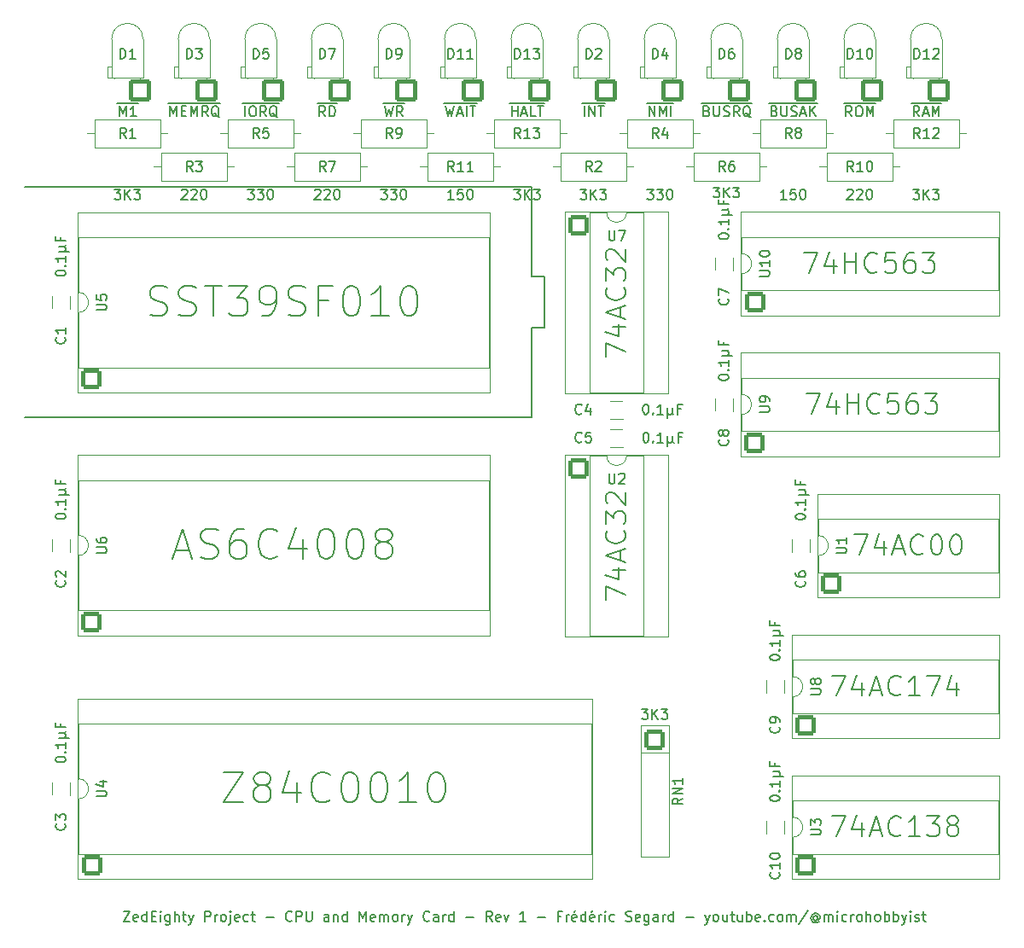
<source format=gto>
G04 #@! TF.GenerationSoftware,KiCad,Pcbnew,(6.0.9)*
G04 #@! TF.CreationDate,2022-12-02T20:57:51-05:00*
G04 #@! TF.ProjectId,Part 4 - CPU and memory,50617274-2034-4202-9d20-43505520616e,1*
G04 #@! TF.SameCoordinates,Original*
G04 #@! TF.FileFunction,Legend,Top*
G04 #@! TF.FilePolarity,Positive*
%FSLAX46Y46*%
G04 Gerber Fmt 4.6, Leading zero omitted, Abs format (unit mm)*
G04 Created by KiCad (PCBNEW (6.0.9)) date 2022-12-02 20:57:51*
%MOMM*%
%LPD*%
G01*
G04 APERTURE LIST*
G04 Aperture macros list*
%AMRoundRect*
0 Rectangle with rounded corners*
0 $1 Rounding radius*
0 $2 $3 $4 $5 $6 $7 $8 $9 X,Y pos of 4 corners*
0 Add a 4 corners polygon primitive as box body*
4,1,4,$2,$3,$4,$5,$6,$7,$8,$9,$2,$3,0*
0 Add four circle primitives for the rounded corners*
1,1,$1+$1,$2,$3*
1,1,$1+$1,$4,$5*
1,1,$1+$1,$6,$7*
1,1,$1+$1,$8,$9*
0 Add four rect primitives between the rounded corners*
20,1,$1+$1,$2,$3,$4,$5,0*
20,1,$1+$1,$4,$5,$6,$7,0*
20,1,$1+$1,$6,$7,$8,$9,0*
20,1,$1+$1,$8,$9,$2,$3,0*%
G04 Aperture macros list end*
%ADD10C,0.150000*%
%ADD11C,0.200000*%
%ADD12C,0.120000*%
%ADD13C,2.000000*%
%ADD14O,2.000000X2.000000*%
%ADD15RoundRect,0.200000X0.800000X-0.800000X0.800000X0.800000X-0.800000X0.800000X-0.800000X-0.800000X0*%
%ADD16RoundRect,0.200000X0.900000X0.900000X-0.900000X0.900000X-0.900000X-0.900000X0.900000X-0.900000X0*%
%ADD17C,2.200000*%
%ADD18RoundRect,0.200000X-0.800000X-0.800000X0.800000X-0.800000X0.800000X0.800000X-0.800000X0.800000X0*%
%ADD19RoundRect,0.200000X-0.890000X-3.810000X0.890000X-3.810000X0.890000X3.810000X-0.890000X3.810000X0*%
%ADD20RoundRect,0.200000X-0.800000X0.800000X-0.800000X-0.800000X0.800000X-0.800000X0.800000X0.800000X0*%
G04 APERTURE END LIST*
D10*
X171728000Y-48827000D02*
X172728000Y-48827000D01*
X172537523Y-50109380D02*
X172204190Y-49633190D01*
X171966095Y-50109380D02*
X171966095Y-49109380D01*
X172347047Y-49109380D01*
X172442285Y-49157000D01*
X172489904Y-49204619D01*
X172537523Y-49299857D01*
X172537523Y-49442714D01*
X172489904Y-49537952D01*
X172442285Y-49585571D01*
X172347047Y-49633190D01*
X171966095Y-49633190D01*
X172728000Y-48827000D02*
X173585142Y-48827000D01*
X172918476Y-49823666D02*
X173394666Y-49823666D01*
X172823238Y-50109380D02*
X173156571Y-49109380D01*
X173489904Y-50109380D01*
X173585142Y-48827000D02*
X174728000Y-48827000D01*
X173823238Y-50109380D02*
X173823238Y-49109380D01*
X174156571Y-49823666D01*
X174489904Y-49109380D01*
X174489904Y-50109380D01*
X165028761Y-48827000D02*
X166028761Y-48827000D01*
X165838285Y-50109380D02*
X165504952Y-49633190D01*
X165266857Y-50109380D02*
X165266857Y-49109380D01*
X165647809Y-49109380D01*
X165743047Y-49157000D01*
X165790666Y-49204619D01*
X165838285Y-49299857D01*
X165838285Y-49442714D01*
X165790666Y-49537952D01*
X165743047Y-49585571D01*
X165647809Y-49633190D01*
X165266857Y-49633190D01*
X166028761Y-48827000D02*
X167076380Y-48827000D01*
X166457333Y-49109380D02*
X166647809Y-49109380D01*
X166743047Y-49157000D01*
X166838285Y-49252238D01*
X166885904Y-49442714D01*
X166885904Y-49776047D01*
X166838285Y-49966523D01*
X166743047Y-50061761D01*
X166647809Y-50109380D01*
X166457333Y-50109380D01*
X166362095Y-50061761D01*
X166266857Y-49966523D01*
X166219238Y-49776047D01*
X166219238Y-49442714D01*
X166266857Y-49252238D01*
X166362095Y-49157000D01*
X166457333Y-49109380D01*
X167076380Y-48827000D02*
X168219238Y-48827000D01*
X167314476Y-50109380D02*
X167314476Y-49109380D01*
X167647809Y-49823666D01*
X167981142Y-49109380D01*
X167981142Y-50109380D01*
X157591428Y-48827000D02*
X158591428Y-48827000D01*
X158162857Y-49585571D02*
X158305714Y-49633190D01*
X158353333Y-49680809D01*
X158400952Y-49776047D01*
X158400952Y-49918904D01*
X158353333Y-50014142D01*
X158305714Y-50061761D01*
X158210476Y-50109380D01*
X157829523Y-50109380D01*
X157829523Y-49109380D01*
X158162857Y-49109380D01*
X158258095Y-49157000D01*
X158305714Y-49204619D01*
X158353333Y-49299857D01*
X158353333Y-49395095D01*
X158305714Y-49490333D01*
X158258095Y-49537952D01*
X158162857Y-49585571D01*
X157829523Y-49585571D01*
X158591428Y-48827000D02*
X159639047Y-48827000D01*
X158829523Y-49109380D02*
X158829523Y-49918904D01*
X158877142Y-50014142D01*
X158924761Y-50061761D01*
X159020000Y-50109380D01*
X159210476Y-50109380D01*
X159305714Y-50061761D01*
X159353333Y-50014142D01*
X159400952Y-49918904D01*
X159400952Y-49109380D01*
X159639047Y-48827000D02*
X160591428Y-48827000D01*
X159829523Y-50061761D02*
X159972380Y-50109380D01*
X160210476Y-50109380D01*
X160305714Y-50061761D01*
X160353333Y-50014142D01*
X160400952Y-49918904D01*
X160400952Y-49823666D01*
X160353333Y-49728428D01*
X160305714Y-49680809D01*
X160210476Y-49633190D01*
X160020000Y-49585571D01*
X159924761Y-49537952D01*
X159877142Y-49490333D01*
X159829523Y-49395095D01*
X159829523Y-49299857D01*
X159877142Y-49204619D01*
X159924761Y-49157000D01*
X160020000Y-49109380D01*
X160258095Y-49109380D01*
X160400952Y-49157000D01*
X160591428Y-48827000D02*
X161448571Y-48827000D01*
X160781904Y-49823666D02*
X161258095Y-49823666D01*
X160686666Y-50109380D02*
X161020000Y-49109380D01*
X161353333Y-50109380D01*
X161448571Y-48827000D02*
X162448571Y-48827000D01*
X161686666Y-50109380D02*
X161686666Y-49109380D01*
X162258095Y-50109380D02*
X161829523Y-49537952D01*
X162258095Y-49109380D02*
X161686666Y-49680809D01*
X150892190Y-48827000D02*
X151892190Y-48827000D01*
X151463619Y-49585571D02*
X151606476Y-49633190D01*
X151654095Y-49680809D01*
X151701714Y-49776047D01*
X151701714Y-49918904D01*
X151654095Y-50014142D01*
X151606476Y-50061761D01*
X151511238Y-50109380D01*
X151130285Y-50109380D01*
X151130285Y-49109380D01*
X151463619Y-49109380D01*
X151558857Y-49157000D01*
X151606476Y-49204619D01*
X151654095Y-49299857D01*
X151654095Y-49395095D01*
X151606476Y-49490333D01*
X151558857Y-49537952D01*
X151463619Y-49585571D01*
X151130285Y-49585571D01*
X151892190Y-48827000D02*
X152939809Y-48827000D01*
X152130285Y-49109380D02*
X152130285Y-49918904D01*
X152177904Y-50014142D01*
X152225523Y-50061761D01*
X152320761Y-50109380D01*
X152511238Y-50109380D01*
X152606476Y-50061761D01*
X152654095Y-50014142D01*
X152701714Y-49918904D01*
X152701714Y-49109380D01*
X152939809Y-48827000D02*
X153892190Y-48827000D01*
X153130285Y-50061761D02*
X153273142Y-50109380D01*
X153511238Y-50109380D01*
X153606476Y-50061761D01*
X153654095Y-50014142D01*
X153701714Y-49918904D01*
X153701714Y-49823666D01*
X153654095Y-49728428D01*
X153606476Y-49680809D01*
X153511238Y-49633190D01*
X153320761Y-49585571D01*
X153225523Y-49537952D01*
X153177904Y-49490333D01*
X153130285Y-49395095D01*
X153130285Y-49299857D01*
X153177904Y-49204619D01*
X153225523Y-49157000D01*
X153320761Y-49109380D01*
X153558857Y-49109380D01*
X153701714Y-49157000D01*
X153892190Y-48827000D02*
X154892190Y-48827000D01*
X154701714Y-50109380D02*
X154368380Y-49633190D01*
X154130285Y-50109380D02*
X154130285Y-49109380D01*
X154511238Y-49109380D01*
X154606476Y-49157000D01*
X154654095Y-49204619D01*
X154701714Y-49299857D01*
X154701714Y-49442714D01*
X154654095Y-49537952D01*
X154606476Y-49585571D01*
X154511238Y-49633190D01*
X154130285Y-49633190D01*
X154892190Y-48827000D02*
X155939809Y-48827000D01*
X155796952Y-50204619D02*
X155701714Y-50157000D01*
X155606476Y-50061761D01*
X155463619Y-49918904D01*
X155368380Y-49871285D01*
X155273142Y-49871285D01*
X155320761Y-50109380D02*
X155225523Y-50061761D01*
X155130285Y-49966523D01*
X155082666Y-49776047D01*
X155082666Y-49442714D01*
X155130285Y-49252238D01*
X155225523Y-49157000D01*
X155320761Y-49109380D01*
X155511238Y-49109380D01*
X155606476Y-49157000D01*
X155701714Y-49252238D01*
X155749333Y-49442714D01*
X155749333Y-49776047D01*
X155701714Y-49966523D01*
X155606476Y-50061761D01*
X155511238Y-50109380D01*
X155320761Y-50109380D01*
X145478666Y-48827000D02*
X146526285Y-48827000D01*
X145716761Y-50109380D02*
X145716761Y-49109380D01*
X146288190Y-50109380D01*
X146288190Y-49109380D01*
X146526285Y-48827000D02*
X147669142Y-48827000D01*
X146764380Y-50109380D02*
X146764380Y-49109380D01*
X147097714Y-49823666D01*
X147431047Y-49109380D01*
X147431047Y-50109380D01*
X147669142Y-48827000D02*
X148145333Y-48827000D01*
X147907238Y-50109380D02*
X147907238Y-49109380D01*
X139065142Y-48827000D02*
X139541333Y-48827000D01*
X139303238Y-50109380D02*
X139303238Y-49109380D01*
X139541333Y-48827000D02*
X140588952Y-48827000D01*
X139779428Y-50109380D02*
X139779428Y-49109380D01*
X140350857Y-50109380D01*
X140350857Y-49109380D01*
X140588952Y-48827000D02*
X141350857Y-48827000D01*
X140684190Y-49109380D02*
X141255619Y-49109380D01*
X140969904Y-50109380D02*
X140969904Y-49109380D01*
X131865904Y-48804680D02*
X132913523Y-48804680D01*
X132104000Y-50087060D02*
X132104000Y-49087060D01*
X132104000Y-49563251D02*
X132675428Y-49563251D01*
X132675428Y-50087060D02*
X132675428Y-49087060D01*
X132913523Y-48804680D02*
X133770666Y-48804680D01*
X133104000Y-49801346D02*
X133580190Y-49801346D01*
X133008761Y-50087060D02*
X133342095Y-49087060D01*
X133675428Y-50087060D01*
X133770666Y-48804680D02*
X134580190Y-48804680D01*
X134484952Y-50087060D02*
X134008761Y-50087060D01*
X134008761Y-49087060D01*
X134580190Y-48804680D02*
X135342095Y-48804680D01*
X134675428Y-49087060D02*
X135246857Y-49087060D01*
X134961142Y-50087060D02*
X134961142Y-49087060D01*
X125380952Y-48827000D02*
X126523809Y-48827000D01*
X125523809Y-49109380D02*
X125761904Y-50109380D01*
X125952380Y-49395095D01*
X126142857Y-50109380D01*
X126380952Y-49109380D01*
X126523809Y-48827000D02*
X127380952Y-48827000D01*
X126714285Y-49823666D02*
X127190476Y-49823666D01*
X126619047Y-50109380D02*
X126952380Y-49109380D01*
X127285714Y-50109380D01*
X127380952Y-48827000D02*
X127857142Y-48827000D01*
X127619047Y-50109380D02*
X127619047Y-49109380D01*
X127857142Y-48827000D02*
X128619047Y-48827000D01*
X127952380Y-49109380D02*
X128523809Y-49109380D01*
X128238095Y-50109380D02*
X128238095Y-49109380D01*
X119324571Y-48827000D02*
X120467428Y-48827000D01*
X119467428Y-49109380D02*
X119705523Y-50109380D01*
X119896000Y-49395095D01*
X120086476Y-50109380D01*
X120324571Y-49109380D01*
X120467428Y-48827000D02*
X121467428Y-48827000D01*
X121276952Y-50109380D02*
X120943619Y-49633190D01*
X120705523Y-50109380D02*
X120705523Y-49109380D01*
X121086476Y-49109380D01*
X121181714Y-49157000D01*
X121229333Y-49204619D01*
X121276952Y-49299857D01*
X121276952Y-49442714D01*
X121229333Y-49537952D01*
X121181714Y-49585571D01*
X121086476Y-49633190D01*
X120705523Y-49633190D01*
X112792000Y-48827000D02*
X113792000Y-48827000D01*
X113601523Y-50109380D02*
X113268190Y-49633190D01*
X113030095Y-50109380D02*
X113030095Y-49109380D01*
X113411047Y-49109380D01*
X113506285Y-49157000D01*
X113553904Y-49204619D01*
X113601523Y-49299857D01*
X113601523Y-49442714D01*
X113553904Y-49537952D01*
X113506285Y-49585571D01*
X113411047Y-49633190D01*
X113030095Y-49633190D01*
X113792000Y-48827000D02*
X114792000Y-48827000D01*
X114030095Y-50109380D02*
X114030095Y-49109380D01*
X114268190Y-49109380D01*
X114411047Y-49157000D01*
X114506285Y-49252238D01*
X114553904Y-49347476D01*
X114601523Y-49537952D01*
X114601523Y-49680809D01*
X114553904Y-49871285D01*
X114506285Y-49966523D01*
X114411047Y-50061761D01*
X114268190Y-50109380D01*
X114030095Y-50109380D01*
X97964952Y-48827000D02*
X99107809Y-48827000D01*
X98203047Y-50109380D02*
X98203047Y-49109380D01*
X98536380Y-49823666D01*
X98869714Y-49109380D01*
X98869714Y-50109380D01*
X99107809Y-48827000D02*
X100012571Y-48827000D01*
X99345904Y-49585571D02*
X99679238Y-49585571D01*
X99822095Y-50109380D02*
X99345904Y-50109380D01*
X99345904Y-49109380D01*
X99822095Y-49109380D01*
X100012571Y-48827000D02*
X101155428Y-48827000D01*
X100250666Y-50109380D02*
X100250666Y-49109380D01*
X100584000Y-49823666D01*
X100917333Y-49109380D01*
X100917333Y-50109380D01*
X101155428Y-48827000D02*
X102155428Y-48827000D01*
X101964952Y-50109380D02*
X101631619Y-49633190D01*
X101393523Y-50109380D02*
X101393523Y-49109380D01*
X101774476Y-49109380D01*
X101869714Y-49157000D01*
X101917333Y-49204619D01*
X101964952Y-49299857D01*
X101964952Y-49442714D01*
X101917333Y-49537952D01*
X101869714Y-49585571D01*
X101774476Y-49633190D01*
X101393523Y-49633190D01*
X102155428Y-48827000D02*
X103203047Y-48827000D01*
X103060190Y-50204619D02*
X102964952Y-50157000D01*
X102869714Y-50061761D01*
X102726857Y-49918904D01*
X102631619Y-49871285D01*
X102536380Y-49871285D01*
X102584000Y-50109380D02*
X102488761Y-50061761D01*
X102393523Y-49966523D01*
X102345904Y-49776047D01*
X102345904Y-49442714D01*
X102393523Y-49252238D01*
X102488761Y-49157000D01*
X102584000Y-49109380D01*
X102774476Y-49109380D01*
X102869714Y-49157000D01*
X102964952Y-49252238D01*
X103012571Y-49442714D01*
X103012571Y-49776047D01*
X102964952Y-49966523D01*
X102869714Y-50061761D01*
X102774476Y-50109380D01*
X102584000Y-50109380D01*
X105402285Y-48827000D02*
X105878476Y-48827000D01*
X105640380Y-50109380D02*
X105640380Y-49109380D01*
X105878476Y-48827000D02*
X106926095Y-48827000D01*
X106307047Y-49109380D02*
X106497523Y-49109380D01*
X106592761Y-49157000D01*
X106688000Y-49252238D01*
X106735619Y-49442714D01*
X106735619Y-49776047D01*
X106688000Y-49966523D01*
X106592761Y-50061761D01*
X106497523Y-50109380D01*
X106307047Y-50109380D01*
X106211809Y-50061761D01*
X106116571Y-49966523D01*
X106068952Y-49776047D01*
X106068952Y-49442714D01*
X106116571Y-49252238D01*
X106211809Y-49157000D01*
X106307047Y-49109380D01*
X106926095Y-48827000D02*
X107926095Y-48827000D01*
X107735619Y-50109380D02*
X107402285Y-49633190D01*
X107164190Y-50109380D02*
X107164190Y-49109380D01*
X107545142Y-49109380D01*
X107640380Y-49157000D01*
X107688000Y-49204619D01*
X107735619Y-49299857D01*
X107735619Y-49442714D01*
X107688000Y-49537952D01*
X107640380Y-49585571D01*
X107545142Y-49633190D01*
X107164190Y-49633190D01*
X107926095Y-48827000D02*
X108973714Y-48827000D01*
X108830857Y-50204619D02*
X108735619Y-50157000D01*
X108640380Y-50061761D01*
X108497523Y-49918904D01*
X108402285Y-49871285D01*
X108307047Y-49871285D01*
X108354666Y-50109380D02*
X108259428Y-50061761D01*
X108164190Y-49966523D01*
X108116571Y-49776047D01*
X108116571Y-49442714D01*
X108164190Y-49252238D01*
X108259428Y-49157000D01*
X108354666Y-49109380D01*
X108545142Y-49109380D01*
X108640380Y-49157000D01*
X108735619Y-49252238D01*
X108783238Y-49442714D01*
X108783238Y-49776047D01*
X108735619Y-49966523D01*
X108640380Y-50061761D01*
X108545142Y-50109380D01*
X108354666Y-50109380D01*
X92932380Y-48827000D02*
X94075238Y-48827000D01*
X93170476Y-50109380D02*
X93170476Y-49109380D01*
X93503809Y-49823666D01*
X93837142Y-49109380D01*
X93837142Y-50109380D01*
X94075238Y-48827000D02*
X95027619Y-48827000D01*
X94837142Y-50109380D02*
X94265714Y-50109380D01*
X94551428Y-50109380D02*
X94551428Y-49109380D01*
X94456190Y-49252238D01*
X94360952Y-49347476D01*
X94265714Y-49395095D01*
X134112000Y-66040000D02*
X135382000Y-66040000D01*
X83820000Y-57150000D02*
X134112000Y-57150000D01*
X134112000Y-71120000D02*
X134112000Y-80010000D01*
X135382000Y-71120000D02*
X134112000Y-71120000D01*
X135382000Y-66040000D02*
X135382000Y-71120000D01*
X134112000Y-57150000D02*
X134112000Y-66040000D01*
X134112000Y-80010000D02*
X83820000Y-80010000D01*
X93564285Y-128992380D02*
X94230952Y-128992380D01*
X93564285Y-129992380D01*
X94230952Y-129992380D01*
X94992857Y-129944761D02*
X94897619Y-129992380D01*
X94707142Y-129992380D01*
X94611904Y-129944761D01*
X94564285Y-129849523D01*
X94564285Y-129468571D01*
X94611904Y-129373333D01*
X94707142Y-129325714D01*
X94897619Y-129325714D01*
X94992857Y-129373333D01*
X95040476Y-129468571D01*
X95040476Y-129563809D01*
X94564285Y-129659047D01*
X95897619Y-129992380D02*
X95897619Y-128992380D01*
X95897619Y-129944761D02*
X95802380Y-129992380D01*
X95611904Y-129992380D01*
X95516666Y-129944761D01*
X95469047Y-129897142D01*
X95421428Y-129801904D01*
X95421428Y-129516190D01*
X95469047Y-129420952D01*
X95516666Y-129373333D01*
X95611904Y-129325714D01*
X95802380Y-129325714D01*
X95897619Y-129373333D01*
X96373809Y-129468571D02*
X96707142Y-129468571D01*
X96850000Y-129992380D02*
X96373809Y-129992380D01*
X96373809Y-128992380D01*
X96850000Y-128992380D01*
X97278571Y-129992380D02*
X97278571Y-129325714D01*
X97278571Y-128992380D02*
X97230952Y-129040000D01*
X97278571Y-129087619D01*
X97326190Y-129040000D01*
X97278571Y-128992380D01*
X97278571Y-129087619D01*
X98183333Y-129325714D02*
X98183333Y-130135238D01*
X98135714Y-130230476D01*
X98088095Y-130278095D01*
X97992857Y-130325714D01*
X97850000Y-130325714D01*
X97754761Y-130278095D01*
X98183333Y-129944761D02*
X98088095Y-129992380D01*
X97897619Y-129992380D01*
X97802380Y-129944761D01*
X97754761Y-129897142D01*
X97707142Y-129801904D01*
X97707142Y-129516190D01*
X97754761Y-129420952D01*
X97802380Y-129373333D01*
X97897619Y-129325714D01*
X98088095Y-129325714D01*
X98183333Y-129373333D01*
X98659523Y-129992380D02*
X98659523Y-128992380D01*
X99088095Y-129992380D02*
X99088095Y-129468571D01*
X99040476Y-129373333D01*
X98945238Y-129325714D01*
X98802380Y-129325714D01*
X98707142Y-129373333D01*
X98659523Y-129420952D01*
X99421428Y-129325714D02*
X99802380Y-129325714D01*
X99564285Y-128992380D02*
X99564285Y-129849523D01*
X99611904Y-129944761D01*
X99707142Y-129992380D01*
X99802380Y-129992380D01*
X100040476Y-129325714D02*
X100278571Y-129992380D01*
X100516666Y-129325714D02*
X100278571Y-129992380D01*
X100183333Y-130230476D01*
X100135714Y-130278095D01*
X100040476Y-130325714D01*
X101659523Y-129992380D02*
X101659523Y-128992380D01*
X102040476Y-128992380D01*
X102135714Y-129040000D01*
X102183333Y-129087619D01*
X102230952Y-129182857D01*
X102230952Y-129325714D01*
X102183333Y-129420952D01*
X102135714Y-129468571D01*
X102040476Y-129516190D01*
X101659523Y-129516190D01*
X102659523Y-129992380D02*
X102659523Y-129325714D01*
X102659523Y-129516190D02*
X102707142Y-129420952D01*
X102754761Y-129373333D01*
X102850000Y-129325714D01*
X102945238Y-129325714D01*
X103421428Y-129992380D02*
X103326190Y-129944761D01*
X103278571Y-129897142D01*
X103230952Y-129801904D01*
X103230952Y-129516190D01*
X103278571Y-129420952D01*
X103326190Y-129373333D01*
X103421428Y-129325714D01*
X103564285Y-129325714D01*
X103659523Y-129373333D01*
X103707142Y-129420952D01*
X103754761Y-129516190D01*
X103754761Y-129801904D01*
X103707142Y-129897142D01*
X103659523Y-129944761D01*
X103564285Y-129992380D01*
X103421428Y-129992380D01*
X104183333Y-129325714D02*
X104183333Y-130182857D01*
X104135714Y-130278095D01*
X104040476Y-130325714D01*
X103992857Y-130325714D01*
X104183333Y-128992380D02*
X104135714Y-129040000D01*
X104183333Y-129087619D01*
X104230952Y-129040000D01*
X104183333Y-128992380D01*
X104183333Y-129087619D01*
X105040476Y-129944761D02*
X104945238Y-129992380D01*
X104754761Y-129992380D01*
X104659523Y-129944761D01*
X104611904Y-129849523D01*
X104611904Y-129468571D01*
X104659523Y-129373333D01*
X104754761Y-129325714D01*
X104945238Y-129325714D01*
X105040476Y-129373333D01*
X105088095Y-129468571D01*
X105088095Y-129563809D01*
X104611904Y-129659047D01*
X105945238Y-129944761D02*
X105850000Y-129992380D01*
X105659523Y-129992380D01*
X105564285Y-129944761D01*
X105516666Y-129897142D01*
X105469047Y-129801904D01*
X105469047Y-129516190D01*
X105516666Y-129420952D01*
X105564285Y-129373333D01*
X105659523Y-129325714D01*
X105850000Y-129325714D01*
X105945238Y-129373333D01*
X106230952Y-129325714D02*
X106611904Y-129325714D01*
X106373809Y-128992380D02*
X106373809Y-129849523D01*
X106421428Y-129944761D01*
X106516666Y-129992380D01*
X106611904Y-129992380D01*
X107707142Y-129611428D02*
X108469047Y-129611428D01*
X110278571Y-129897142D02*
X110230952Y-129944761D01*
X110088095Y-129992380D01*
X109992857Y-129992380D01*
X109850000Y-129944761D01*
X109754761Y-129849523D01*
X109707142Y-129754285D01*
X109659523Y-129563809D01*
X109659523Y-129420952D01*
X109707142Y-129230476D01*
X109754761Y-129135238D01*
X109850000Y-129040000D01*
X109992857Y-128992380D01*
X110088095Y-128992380D01*
X110230952Y-129040000D01*
X110278571Y-129087619D01*
X110707142Y-129992380D02*
X110707142Y-128992380D01*
X111088095Y-128992380D01*
X111183333Y-129040000D01*
X111230952Y-129087619D01*
X111278571Y-129182857D01*
X111278571Y-129325714D01*
X111230952Y-129420952D01*
X111183333Y-129468571D01*
X111088095Y-129516190D01*
X110707142Y-129516190D01*
X111707142Y-128992380D02*
X111707142Y-129801904D01*
X111754761Y-129897142D01*
X111802380Y-129944761D01*
X111897619Y-129992380D01*
X112088095Y-129992380D01*
X112183333Y-129944761D01*
X112230952Y-129897142D01*
X112278571Y-129801904D01*
X112278571Y-128992380D01*
X113945238Y-129992380D02*
X113945238Y-129468571D01*
X113897619Y-129373333D01*
X113802380Y-129325714D01*
X113611904Y-129325714D01*
X113516666Y-129373333D01*
X113945238Y-129944761D02*
X113850000Y-129992380D01*
X113611904Y-129992380D01*
X113516666Y-129944761D01*
X113469047Y-129849523D01*
X113469047Y-129754285D01*
X113516666Y-129659047D01*
X113611904Y-129611428D01*
X113850000Y-129611428D01*
X113945238Y-129563809D01*
X114421428Y-129325714D02*
X114421428Y-129992380D01*
X114421428Y-129420952D02*
X114469047Y-129373333D01*
X114564285Y-129325714D01*
X114707142Y-129325714D01*
X114802380Y-129373333D01*
X114850000Y-129468571D01*
X114850000Y-129992380D01*
X115754761Y-129992380D02*
X115754761Y-128992380D01*
X115754761Y-129944761D02*
X115659523Y-129992380D01*
X115469047Y-129992380D01*
X115373809Y-129944761D01*
X115326190Y-129897142D01*
X115278571Y-129801904D01*
X115278571Y-129516190D01*
X115326190Y-129420952D01*
X115373809Y-129373333D01*
X115469047Y-129325714D01*
X115659523Y-129325714D01*
X115754761Y-129373333D01*
X116992857Y-129992380D02*
X116992857Y-128992380D01*
X117326190Y-129706666D01*
X117659523Y-128992380D01*
X117659523Y-129992380D01*
X118516666Y-129944761D02*
X118421428Y-129992380D01*
X118230952Y-129992380D01*
X118135714Y-129944761D01*
X118088095Y-129849523D01*
X118088095Y-129468571D01*
X118135714Y-129373333D01*
X118230952Y-129325714D01*
X118421428Y-129325714D01*
X118516666Y-129373333D01*
X118564285Y-129468571D01*
X118564285Y-129563809D01*
X118088095Y-129659047D01*
X118992857Y-129992380D02*
X118992857Y-129325714D01*
X118992857Y-129420952D02*
X119040476Y-129373333D01*
X119135714Y-129325714D01*
X119278571Y-129325714D01*
X119373809Y-129373333D01*
X119421428Y-129468571D01*
X119421428Y-129992380D01*
X119421428Y-129468571D02*
X119469047Y-129373333D01*
X119564285Y-129325714D01*
X119707142Y-129325714D01*
X119802380Y-129373333D01*
X119850000Y-129468571D01*
X119850000Y-129992380D01*
X120469047Y-129992380D02*
X120373809Y-129944761D01*
X120326190Y-129897142D01*
X120278571Y-129801904D01*
X120278571Y-129516190D01*
X120326190Y-129420952D01*
X120373809Y-129373333D01*
X120469047Y-129325714D01*
X120611904Y-129325714D01*
X120707142Y-129373333D01*
X120754761Y-129420952D01*
X120802380Y-129516190D01*
X120802380Y-129801904D01*
X120754761Y-129897142D01*
X120707142Y-129944761D01*
X120611904Y-129992380D01*
X120469047Y-129992380D01*
X121230952Y-129992380D02*
X121230952Y-129325714D01*
X121230952Y-129516190D02*
X121278571Y-129420952D01*
X121326190Y-129373333D01*
X121421428Y-129325714D01*
X121516666Y-129325714D01*
X121754761Y-129325714D02*
X121992857Y-129992380D01*
X122230952Y-129325714D02*
X121992857Y-129992380D01*
X121897619Y-130230476D01*
X121850000Y-130278095D01*
X121754761Y-130325714D01*
X123945238Y-129897142D02*
X123897619Y-129944761D01*
X123754761Y-129992380D01*
X123659523Y-129992380D01*
X123516666Y-129944761D01*
X123421428Y-129849523D01*
X123373809Y-129754285D01*
X123326190Y-129563809D01*
X123326190Y-129420952D01*
X123373809Y-129230476D01*
X123421428Y-129135238D01*
X123516666Y-129040000D01*
X123659523Y-128992380D01*
X123754761Y-128992380D01*
X123897619Y-129040000D01*
X123945238Y-129087619D01*
X124802380Y-129992380D02*
X124802380Y-129468571D01*
X124754761Y-129373333D01*
X124659523Y-129325714D01*
X124469047Y-129325714D01*
X124373809Y-129373333D01*
X124802380Y-129944761D02*
X124707142Y-129992380D01*
X124469047Y-129992380D01*
X124373809Y-129944761D01*
X124326190Y-129849523D01*
X124326190Y-129754285D01*
X124373809Y-129659047D01*
X124469047Y-129611428D01*
X124707142Y-129611428D01*
X124802380Y-129563809D01*
X125278571Y-129992380D02*
X125278571Y-129325714D01*
X125278571Y-129516190D02*
X125326190Y-129420952D01*
X125373809Y-129373333D01*
X125469047Y-129325714D01*
X125564285Y-129325714D01*
X126326190Y-129992380D02*
X126326190Y-128992380D01*
X126326190Y-129944761D02*
X126230952Y-129992380D01*
X126040476Y-129992380D01*
X125945238Y-129944761D01*
X125897619Y-129897142D01*
X125850000Y-129801904D01*
X125850000Y-129516190D01*
X125897619Y-129420952D01*
X125945238Y-129373333D01*
X126040476Y-129325714D01*
X126230952Y-129325714D01*
X126326190Y-129373333D01*
X127564285Y-129611428D02*
X128326190Y-129611428D01*
X130135714Y-129992380D02*
X129802380Y-129516190D01*
X129564285Y-129992380D02*
X129564285Y-128992380D01*
X129945238Y-128992380D01*
X130040476Y-129040000D01*
X130088095Y-129087619D01*
X130135714Y-129182857D01*
X130135714Y-129325714D01*
X130088095Y-129420952D01*
X130040476Y-129468571D01*
X129945238Y-129516190D01*
X129564285Y-129516190D01*
X130945238Y-129944761D02*
X130850000Y-129992380D01*
X130659523Y-129992380D01*
X130564285Y-129944761D01*
X130516666Y-129849523D01*
X130516666Y-129468571D01*
X130564285Y-129373333D01*
X130659523Y-129325714D01*
X130850000Y-129325714D01*
X130945238Y-129373333D01*
X130992857Y-129468571D01*
X130992857Y-129563809D01*
X130516666Y-129659047D01*
X131326190Y-129325714D02*
X131564285Y-129992380D01*
X131802380Y-129325714D01*
X133469047Y-129992380D02*
X132897619Y-129992380D01*
X133183333Y-129992380D02*
X133183333Y-128992380D01*
X133088095Y-129135238D01*
X132992857Y-129230476D01*
X132897619Y-129278095D01*
X134659523Y-129611428D02*
X135421428Y-129611428D01*
X136992857Y-129468571D02*
X136659523Y-129468571D01*
X136659523Y-129992380D02*
X136659523Y-128992380D01*
X137135714Y-128992380D01*
X137516666Y-129992380D02*
X137516666Y-129325714D01*
X137516666Y-129516190D02*
X137564285Y-129420952D01*
X137611904Y-129373333D01*
X137707142Y-129325714D01*
X137802380Y-129325714D01*
X138516666Y-129944761D02*
X138421428Y-129992380D01*
X138230952Y-129992380D01*
X138135714Y-129944761D01*
X138088095Y-129849523D01*
X138088095Y-129468571D01*
X138135714Y-129373333D01*
X138230952Y-129325714D01*
X138421428Y-129325714D01*
X138516666Y-129373333D01*
X138564285Y-129468571D01*
X138564285Y-129563809D01*
X138088095Y-129659047D01*
X138421428Y-128944761D02*
X138278571Y-129087619D01*
X139421428Y-129992380D02*
X139421428Y-128992380D01*
X139421428Y-129944761D02*
X139326190Y-129992380D01*
X139135714Y-129992380D01*
X139040476Y-129944761D01*
X138992857Y-129897142D01*
X138945238Y-129801904D01*
X138945238Y-129516190D01*
X138992857Y-129420952D01*
X139040476Y-129373333D01*
X139135714Y-129325714D01*
X139326190Y-129325714D01*
X139421428Y-129373333D01*
X140278571Y-129944761D02*
X140183333Y-129992380D01*
X139992857Y-129992380D01*
X139897619Y-129944761D01*
X139850000Y-129849523D01*
X139850000Y-129468571D01*
X139897619Y-129373333D01*
X139992857Y-129325714D01*
X140183333Y-129325714D01*
X140278571Y-129373333D01*
X140326190Y-129468571D01*
X140326190Y-129563809D01*
X139850000Y-129659047D01*
X140183333Y-128944761D02*
X140040476Y-129087619D01*
X140754761Y-129992380D02*
X140754761Y-129325714D01*
X140754761Y-129516190D02*
X140802380Y-129420952D01*
X140850000Y-129373333D01*
X140945238Y-129325714D01*
X141040476Y-129325714D01*
X141373809Y-129992380D02*
X141373809Y-129325714D01*
X141373809Y-128992380D02*
X141326190Y-129040000D01*
X141373809Y-129087619D01*
X141421428Y-129040000D01*
X141373809Y-128992380D01*
X141373809Y-129087619D01*
X142278571Y-129944761D02*
X142183333Y-129992380D01*
X141992857Y-129992380D01*
X141897619Y-129944761D01*
X141850000Y-129897142D01*
X141802380Y-129801904D01*
X141802380Y-129516190D01*
X141850000Y-129420952D01*
X141897619Y-129373333D01*
X141992857Y-129325714D01*
X142183333Y-129325714D01*
X142278571Y-129373333D01*
X143421428Y-129944761D02*
X143564285Y-129992380D01*
X143802380Y-129992380D01*
X143897619Y-129944761D01*
X143945238Y-129897142D01*
X143992857Y-129801904D01*
X143992857Y-129706666D01*
X143945238Y-129611428D01*
X143897619Y-129563809D01*
X143802380Y-129516190D01*
X143611904Y-129468571D01*
X143516666Y-129420952D01*
X143469047Y-129373333D01*
X143421428Y-129278095D01*
X143421428Y-129182857D01*
X143469047Y-129087619D01*
X143516666Y-129040000D01*
X143611904Y-128992380D01*
X143850000Y-128992380D01*
X143992857Y-129040000D01*
X144802380Y-129944761D02*
X144707142Y-129992380D01*
X144516666Y-129992380D01*
X144421428Y-129944761D01*
X144373809Y-129849523D01*
X144373809Y-129468571D01*
X144421428Y-129373333D01*
X144516666Y-129325714D01*
X144707142Y-129325714D01*
X144802380Y-129373333D01*
X144850000Y-129468571D01*
X144850000Y-129563809D01*
X144373809Y-129659047D01*
X145707142Y-129325714D02*
X145707142Y-130135238D01*
X145659523Y-130230476D01*
X145611904Y-130278095D01*
X145516666Y-130325714D01*
X145373809Y-130325714D01*
X145278571Y-130278095D01*
X145707142Y-129944761D02*
X145611904Y-129992380D01*
X145421428Y-129992380D01*
X145326190Y-129944761D01*
X145278571Y-129897142D01*
X145230952Y-129801904D01*
X145230952Y-129516190D01*
X145278571Y-129420952D01*
X145326190Y-129373333D01*
X145421428Y-129325714D01*
X145611904Y-129325714D01*
X145707142Y-129373333D01*
X146611904Y-129992380D02*
X146611904Y-129468571D01*
X146564285Y-129373333D01*
X146469047Y-129325714D01*
X146278571Y-129325714D01*
X146183333Y-129373333D01*
X146611904Y-129944761D02*
X146516666Y-129992380D01*
X146278571Y-129992380D01*
X146183333Y-129944761D01*
X146135714Y-129849523D01*
X146135714Y-129754285D01*
X146183333Y-129659047D01*
X146278571Y-129611428D01*
X146516666Y-129611428D01*
X146611904Y-129563809D01*
X147088095Y-129992380D02*
X147088095Y-129325714D01*
X147088095Y-129516190D02*
X147135714Y-129420952D01*
X147183333Y-129373333D01*
X147278571Y-129325714D01*
X147373809Y-129325714D01*
X148135714Y-129992380D02*
X148135714Y-128992380D01*
X148135714Y-129944761D02*
X148040476Y-129992380D01*
X147850000Y-129992380D01*
X147754761Y-129944761D01*
X147707142Y-129897142D01*
X147659523Y-129801904D01*
X147659523Y-129516190D01*
X147707142Y-129420952D01*
X147754761Y-129373333D01*
X147850000Y-129325714D01*
X148040476Y-129325714D01*
X148135714Y-129373333D01*
X149373809Y-129611428D02*
X150135714Y-129611428D01*
X151278571Y-129325714D02*
X151516666Y-129992380D01*
X151754761Y-129325714D02*
X151516666Y-129992380D01*
X151421428Y-130230476D01*
X151373809Y-130278095D01*
X151278571Y-130325714D01*
X152278571Y-129992380D02*
X152183333Y-129944761D01*
X152135714Y-129897142D01*
X152088095Y-129801904D01*
X152088095Y-129516190D01*
X152135714Y-129420952D01*
X152183333Y-129373333D01*
X152278571Y-129325714D01*
X152421428Y-129325714D01*
X152516666Y-129373333D01*
X152564285Y-129420952D01*
X152611904Y-129516190D01*
X152611904Y-129801904D01*
X152564285Y-129897142D01*
X152516666Y-129944761D01*
X152421428Y-129992380D01*
X152278571Y-129992380D01*
X153469047Y-129325714D02*
X153469047Y-129992380D01*
X153040476Y-129325714D02*
X153040476Y-129849523D01*
X153088095Y-129944761D01*
X153183333Y-129992380D01*
X153326190Y-129992380D01*
X153421428Y-129944761D01*
X153469047Y-129897142D01*
X153802380Y-129325714D02*
X154183333Y-129325714D01*
X153945238Y-128992380D02*
X153945238Y-129849523D01*
X153992857Y-129944761D01*
X154088095Y-129992380D01*
X154183333Y-129992380D01*
X154945238Y-129325714D02*
X154945238Y-129992380D01*
X154516666Y-129325714D02*
X154516666Y-129849523D01*
X154564285Y-129944761D01*
X154659523Y-129992380D01*
X154802380Y-129992380D01*
X154897619Y-129944761D01*
X154945238Y-129897142D01*
X155421428Y-129992380D02*
X155421428Y-128992380D01*
X155421428Y-129373333D02*
X155516666Y-129325714D01*
X155707142Y-129325714D01*
X155802380Y-129373333D01*
X155850000Y-129420952D01*
X155897619Y-129516190D01*
X155897619Y-129801904D01*
X155850000Y-129897142D01*
X155802380Y-129944761D01*
X155707142Y-129992380D01*
X155516666Y-129992380D01*
X155421428Y-129944761D01*
X156707142Y-129944761D02*
X156611904Y-129992380D01*
X156421428Y-129992380D01*
X156326190Y-129944761D01*
X156278571Y-129849523D01*
X156278571Y-129468571D01*
X156326190Y-129373333D01*
X156421428Y-129325714D01*
X156611904Y-129325714D01*
X156707142Y-129373333D01*
X156754761Y-129468571D01*
X156754761Y-129563809D01*
X156278571Y-129659047D01*
X157183333Y-129897142D02*
X157230952Y-129944761D01*
X157183333Y-129992380D01*
X157135714Y-129944761D01*
X157183333Y-129897142D01*
X157183333Y-129992380D01*
X158088095Y-129944761D02*
X157992857Y-129992380D01*
X157802380Y-129992380D01*
X157707142Y-129944761D01*
X157659523Y-129897142D01*
X157611904Y-129801904D01*
X157611904Y-129516190D01*
X157659523Y-129420952D01*
X157707142Y-129373333D01*
X157802380Y-129325714D01*
X157992857Y-129325714D01*
X158088095Y-129373333D01*
X158659523Y-129992380D02*
X158564285Y-129944761D01*
X158516666Y-129897142D01*
X158469047Y-129801904D01*
X158469047Y-129516190D01*
X158516666Y-129420952D01*
X158564285Y-129373333D01*
X158659523Y-129325714D01*
X158802380Y-129325714D01*
X158897619Y-129373333D01*
X158945238Y-129420952D01*
X158992857Y-129516190D01*
X158992857Y-129801904D01*
X158945238Y-129897142D01*
X158897619Y-129944761D01*
X158802380Y-129992380D01*
X158659523Y-129992380D01*
X159421428Y-129992380D02*
X159421428Y-129325714D01*
X159421428Y-129420952D02*
X159469047Y-129373333D01*
X159564285Y-129325714D01*
X159707142Y-129325714D01*
X159802380Y-129373333D01*
X159850000Y-129468571D01*
X159850000Y-129992380D01*
X159850000Y-129468571D02*
X159897619Y-129373333D01*
X159992857Y-129325714D01*
X160135714Y-129325714D01*
X160230952Y-129373333D01*
X160278571Y-129468571D01*
X160278571Y-129992380D01*
X161469047Y-128944761D02*
X160611904Y-130230476D01*
X162421428Y-129516190D02*
X162373809Y-129468571D01*
X162278571Y-129420952D01*
X162183333Y-129420952D01*
X162088095Y-129468571D01*
X162040476Y-129516190D01*
X161992857Y-129611428D01*
X161992857Y-129706666D01*
X162040476Y-129801904D01*
X162088095Y-129849523D01*
X162183333Y-129897142D01*
X162278571Y-129897142D01*
X162373809Y-129849523D01*
X162421428Y-129801904D01*
X162421428Y-129420952D02*
X162421428Y-129801904D01*
X162469047Y-129849523D01*
X162516666Y-129849523D01*
X162611904Y-129801904D01*
X162659523Y-129706666D01*
X162659523Y-129468571D01*
X162564285Y-129325714D01*
X162421428Y-129230476D01*
X162230952Y-129182857D01*
X162040476Y-129230476D01*
X161897619Y-129325714D01*
X161802380Y-129468571D01*
X161754761Y-129659047D01*
X161802380Y-129849523D01*
X161897619Y-129992380D01*
X162040476Y-130087619D01*
X162230952Y-130135238D01*
X162421428Y-130087619D01*
X162564285Y-129992380D01*
X163088095Y-129992380D02*
X163088095Y-129325714D01*
X163088095Y-129420952D02*
X163135714Y-129373333D01*
X163230952Y-129325714D01*
X163373809Y-129325714D01*
X163469047Y-129373333D01*
X163516666Y-129468571D01*
X163516666Y-129992380D01*
X163516666Y-129468571D02*
X163564285Y-129373333D01*
X163659523Y-129325714D01*
X163802380Y-129325714D01*
X163897619Y-129373333D01*
X163945238Y-129468571D01*
X163945238Y-129992380D01*
X164421428Y-129992380D02*
X164421428Y-129325714D01*
X164421428Y-128992380D02*
X164373809Y-129040000D01*
X164421428Y-129087619D01*
X164469047Y-129040000D01*
X164421428Y-128992380D01*
X164421428Y-129087619D01*
X165326190Y-129944761D02*
X165230952Y-129992380D01*
X165040476Y-129992380D01*
X164945238Y-129944761D01*
X164897619Y-129897142D01*
X164850000Y-129801904D01*
X164850000Y-129516190D01*
X164897619Y-129420952D01*
X164945238Y-129373333D01*
X165040476Y-129325714D01*
X165230952Y-129325714D01*
X165326190Y-129373333D01*
X165754761Y-129992380D02*
X165754761Y-129325714D01*
X165754761Y-129516190D02*
X165802380Y-129420952D01*
X165850000Y-129373333D01*
X165945238Y-129325714D01*
X166040476Y-129325714D01*
X166516666Y-129992380D02*
X166421428Y-129944761D01*
X166373809Y-129897142D01*
X166326190Y-129801904D01*
X166326190Y-129516190D01*
X166373809Y-129420952D01*
X166421428Y-129373333D01*
X166516666Y-129325714D01*
X166659523Y-129325714D01*
X166754761Y-129373333D01*
X166802380Y-129420952D01*
X166850000Y-129516190D01*
X166850000Y-129801904D01*
X166802380Y-129897142D01*
X166754761Y-129944761D01*
X166659523Y-129992380D01*
X166516666Y-129992380D01*
X167278571Y-129992380D02*
X167278571Y-128992380D01*
X167707142Y-129992380D02*
X167707142Y-129468571D01*
X167659523Y-129373333D01*
X167564285Y-129325714D01*
X167421428Y-129325714D01*
X167326190Y-129373333D01*
X167278571Y-129420952D01*
X168326190Y-129992380D02*
X168230952Y-129944761D01*
X168183333Y-129897142D01*
X168135714Y-129801904D01*
X168135714Y-129516190D01*
X168183333Y-129420952D01*
X168230952Y-129373333D01*
X168326190Y-129325714D01*
X168469047Y-129325714D01*
X168564285Y-129373333D01*
X168611904Y-129420952D01*
X168659523Y-129516190D01*
X168659523Y-129801904D01*
X168611904Y-129897142D01*
X168564285Y-129944761D01*
X168469047Y-129992380D01*
X168326190Y-129992380D01*
X169088095Y-129992380D02*
X169088095Y-128992380D01*
X169088095Y-129373333D02*
X169183333Y-129325714D01*
X169373809Y-129325714D01*
X169469047Y-129373333D01*
X169516666Y-129420952D01*
X169564285Y-129516190D01*
X169564285Y-129801904D01*
X169516666Y-129897142D01*
X169469047Y-129944761D01*
X169373809Y-129992380D01*
X169183333Y-129992380D01*
X169088095Y-129944761D01*
X169992857Y-129992380D02*
X169992857Y-128992380D01*
X169992857Y-129373333D02*
X170088095Y-129325714D01*
X170278571Y-129325714D01*
X170373809Y-129373333D01*
X170421428Y-129420952D01*
X170469047Y-129516190D01*
X170469047Y-129801904D01*
X170421428Y-129897142D01*
X170373809Y-129944761D01*
X170278571Y-129992380D01*
X170088095Y-129992380D01*
X169992857Y-129944761D01*
X170802380Y-129325714D02*
X171040476Y-129992380D01*
X171278571Y-129325714D02*
X171040476Y-129992380D01*
X170945238Y-130230476D01*
X170897619Y-130278095D01*
X170802380Y-130325714D01*
X171659523Y-129992380D02*
X171659523Y-129325714D01*
X171659523Y-128992380D02*
X171611904Y-129040000D01*
X171659523Y-129087619D01*
X171707142Y-129040000D01*
X171659523Y-128992380D01*
X171659523Y-129087619D01*
X172088095Y-129944761D02*
X172183333Y-129992380D01*
X172373809Y-129992380D01*
X172469047Y-129944761D01*
X172516666Y-129849523D01*
X172516666Y-129801904D01*
X172469047Y-129706666D01*
X172373809Y-129659047D01*
X172230952Y-129659047D01*
X172135714Y-129611428D01*
X172088095Y-129516190D01*
X172088095Y-129468571D01*
X172135714Y-129373333D01*
X172230952Y-129325714D01*
X172373809Y-129325714D01*
X172469047Y-129373333D01*
X172802380Y-129325714D02*
X173183333Y-129325714D01*
X172945238Y-128992380D02*
X172945238Y-129849523D01*
X172992857Y-129944761D01*
X173088095Y-129992380D01*
X173183333Y-129992380D01*
X146645333Y-52268380D02*
X146312000Y-51792190D01*
X146073904Y-52268380D02*
X146073904Y-51268380D01*
X146454857Y-51268380D01*
X146550095Y-51316000D01*
X146597714Y-51363619D01*
X146645333Y-51458857D01*
X146645333Y-51601714D01*
X146597714Y-51696952D01*
X146550095Y-51744571D01*
X146454857Y-51792190D01*
X146073904Y-51792190D01*
X147502476Y-51601714D02*
X147502476Y-52268380D01*
X147264380Y-51220761D02*
X147026285Y-51935047D01*
X147645333Y-51935047D01*
X145526285Y-57364380D02*
X146145333Y-57364380D01*
X145812000Y-57745333D01*
X145954857Y-57745333D01*
X146050095Y-57792952D01*
X146097714Y-57840571D01*
X146145333Y-57935809D01*
X146145333Y-58173904D01*
X146097714Y-58269142D01*
X146050095Y-58316761D01*
X145954857Y-58364380D01*
X145669142Y-58364380D01*
X145573904Y-58316761D01*
X145526285Y-58269142D01*
X146478666Y-57364380D02*
X147097714Y-57364380D01*
X146764380Y-57745333D01*
X146907238Y-57745333D01*
X147002476Y-57792952D01*
X147050095Y-57840571D01*
X147097714Y-57935809D01*
X147097714Y-58173904D01*
X147050095Y-58269142D01*
X147002476Y-58316761D01*
X146907238Y-58364380D01*
X146621523Y-58364380D01*
X146526285Y-58316761D01*
X146478666Y-58269142D01*
X147716761Y-57364380D02*
X147812000Y-57364380D01*
X147907238Y-57412000D01*
X147954857Y-57459619D01*
X148002476Y-57554857D01*
X148050095Y-57745333D01*
X148050095Y-57983428D01*
X148002476Y-58173904D01*
X147954857Y-58269142D01*
X147907238Y-58316761D01*
X147812000Y-58364380D01*
X147716761Y-58364380D01*
X147621523Y-58316761D01*
X147573904Y-58269142D01*
X147526285Y-58173904D01*
X147478666Y-57983428D01*
X147478666Y-57745333D01*
X147526285Y-57554857D01*
X147573904Y-57459619D01*
X147621523Y-57412000D01*
X147716761Y-57364380D01*
X90892380Y-117606904D02*
X91701904Y-117606904D01*
X91797142Y-117559285D01*
X91844761Y-117511666D01*
X91892380Y-117416428D01*
X91892380Y-117225952D01*
X91844761Y-117130714D01*
X91797142Y-117083095D01*
X91701904Y-117035476D01*
X90892380Y-117035476D01*
X91225714Y-116130714D02*
X91892380Y-116130714D01*
X90844761Y-116368809D02*
X91559047Y-116606904D01*
X91559047Y-115987857D01*
D11*
X103482571Y-115202142D02*
X105482571Y-115202142D01*
X103482571Y-118202142D01*
X105482571Y-118202142D01*
X107054000Y-116487857D02*
X106768285Y-116345000D01*
X106625428Y-116202142D01*
X106482571Y-115916428D01*
X106482571Y-115773571D01*
X106625428Y-115487857D01*
X106768285Y-115345000D01*
X107054000Y-115202142D01*
X107625428Y-115202142D01*
X107911142Y-115345000D01*
X108054000Y-115487857D01*
X108196857Y-115773571D01*
X108196857Y-115916428D01*
X108054000Y-116202142D01*
X107911142Y-116345000D01*
X107625428Y-116487857D01*
X107054000Y-116487857D01*
X106768285Y-116630714D01*
X106625428Y-116773571D01*
X106482571Y-117059285D01*
X106482571Y-117630714D01*
X106625428Y-117916428D01*
X106768285Y-118059285D01*
X107054000Y-118202142D01*
X107625428Y-118202142D01*
X107911142Y-118059285D01*
X108054000Y-117916428D01*
X108196857Y-117630714D01*
X108196857Y-117059285D01*
X108054000Y-116773571D01*
X107911142Y-116630714D01*
X107625428Y-116487857D01*
X110768285Y-116202142D02*
X110768285Y-118202142D01*
X110054000Y-115059285D02*
X109339714Y-117202142D01*
X111196857Y-117202142D01*
X114054000Y-117916428D02*
X113911142Y-118059285D01*
X113482571Y-118202142D01*
X113196857Y-118202142D01*
X112768285Y-118059285D01*
X112482571Y-117773571D01*
X112339714Y-117487857D01*
X112196857Y-116916428D01*
X112196857Y-116487857D01*
X112339714Y-115916428D01*
X112482571Y-115630714D01*
X112768285Y-115345000D01*
X113196857Y-115202142D01*
X113482571Y-115202142D01*
X113911142Y-115345000D01*
X114054000Y-115487857D01*
X115911142Y-115202142D02*
X116196857Y-115202142D01*
X116482571Y-115345000D01*
X116625428Y-115487857D01*
X116768285Y-115773571D01*
X116911142Y-116345000D01*
X116911142Y-117059285D01*
X116768285Y-117630714D01*
X116625428Y-117916428D01*
X116482571Y-118059285D01*
X116196857Y-118202142D01*
X115911142Y-118202142D01*
X115625428Y-118059285D01*
X115482571Y-117916428D01*
X115339714Y-117630714D01*
X115196857Y-117059285D01*
X115196857Y-116345000D01*
X115339714Y-115773571D01*
X115482571Y-115487857D01*
X115625428Y-115345000D01*
X115911142Y-115202142D01*
X118768285Y-115202142D02*
X119054000Y-115202142D01*
X119339714Y-115345000D01*
X119482571Y-115487857D01*
X119625428Y-115773571D01*
X119768285Y-116345000D01*
X119768285Y-117059285D01*
X119625428Y-117630714D01*
X119482571Y-117916428D01*
X119339714Y-118059285D01*
X119054000Y-118202142D01*
X118768285Y-118202142D01*
X118482571Y-118059285D01*
X118339714Y-117916428D01*
X118196857Y-117630714D01*
X118054000Y-117059285D01*
X118054000Y-116345000D01*
X118196857Y-115773571D01*
X118339714Y-115487857D01*
X118482571Y-115345000D01*
X118768285Y-115202142D01*
X122625428Y-118202142D02*
X120911142Y-118202142D01*
X121768285Y-118202142D02*
X121768285Y-115202142D01*
X121482571Y-115630714D01*
X121196857Y-115916428D01*
X120911142Y-116059285D01*
X124482571Y-115202142D02*
X124768285Y-115202142D01*
X125054000Y-115345000D01*
X125196857Y-115487857D01*
X125339714Y-115773571D01*
X125482571Y-116345000D01*
X125482571Y-117059285D01*
X125339714Y-117630714D01*
X125196857Y-117916428D01*
X125054000Y-118059285D01*
X124768285Y-118202142D01*
X124482571Y-118202142D01*
X124196857Y-118059285D01*
X124054000Y-117916428D01*
X123911142Y-117630714D01*
X123768285Y-117059285D01*
X123768285Y-116345000D01*
X123911142Y-115773571D01*
X124054000Y-115487857D01*
X124196857Y-115345000D01*
X124482571Y-115202142D01*
D10*
X87733142Y-72048666D02*
X87780761Y-72096285D01*
X87828380Y-72239142D01*
X87828380Y-72334380D01*
X87780761Y-72477238D01*
X87685523Y-72572476D01*
X87590285Y-72620095D01*
X87399809Y-72667714D01*
X87256952Y-72667714D01*
X87066476Y-72620095D01*
X86971238Y-72572476D01*
X86876000Y-72477238D01*
X86828380Y-72334380D01*
X86828380Y-72239142D01*
X86876000Y-72096285D01*
X86923619Y-72048666D01*
X87828380Y-71096285D02*
X87828380Y-71667714D01*
X87828380Y-71382000D02*
X86828380Y-71382000D01*
X86971238Y-71477238D01*
X87066476Y-71572476D01*
X87114095Y-71667714D01*
X86828380Y-65722285D02*
X86828380Y-65627047D01*
X86876000Y-65531809D01*
X86923619Y-65484190D01*
X87018857Y-65436571D01*
X87209333Y-65388952D01*
X87447428Y-65388952D01*
X87637904Y-65436571D01*
X87733142Y-65484190D01*
X87780761Y-65531809D01*
X87828380Y-65627047D01*
X87828380Y-65722285D01*
X87780761Y-65817523D01*
X87733142Y-65865142D01*
X87637904Y-65912761D01*
X87447428Y-65960380D01*
X87209333Y-65960380D01*
X87018857Y-65912761D01*
X86923619Y-65865142D01*
X86876000Y-65817523D01*
X86828380Y-65722285D01*
X87733142Y-64960380D02*
X87780761Y-64912761D01*
X87828380Y-64960380D01*
X87780761Y-65008000D01*
X87733142Y-64960380D01*
X87828380Y-64960380D01*
X87828380Y-63960380D02*
X87828380Y-64531809D01*
X87828380Y-64246095D02*
X86828380Y-64246095D01*
X86971238Y-64341333D01*
X87066476Y-64436571D01*
X87114095Y-64531809D01*
X87161714Y-63531809D02*
X88161714Y-63531809D01*
X87685523Y-63055619D02*
X87780761Y-63008000D01*
X87828380Y-62912761D01*
X87685523Y-63531809D02*
X87780761Y-63484190D01*
X87828380Y-63388952D01*
X87828380Y-63198476D01*
X87780761Y-63103238D01*
X87685523Y-63055619D01*
X87161714Y-63055619D01*
X87304571Y-62150857D02*
X87304571Y-62484190D01*
X87828380Y-62484190D02*
X86828380Y-62484190D01*
X86828380Y-62008000D01*
X100417333Y-55570380D02*
X100084000Y-55094190D01*
X99845904Y-55570380D02*
X99845904Y-54570380D01*
X100226857Y-54570380D01*
X100322095Y-54618000D01*
X100369714Y-54665619D01*
X100417333Y-54760857D01*
X100417333Y-54903714D01*
X100369714Y-54998952D01*
X100322095Y-55046571D01*
X100226857Y-55094190D01*
X99845904Y-55094190D01*
X100750666Y-54570380D02*
X101369714Y-54570380D01*
X101036380Y-54951333D01*
X101179238Y-54951333D01*
X101274476Y-54998952D01*
X101322095Y-55046571D01*
X101369714Y-55141809D01*
X101369714Y-55379904D01*
X101322095Y-55475142D01*
X101274476Y-55522761D01*
X101179238Y-55570380D01*
X100893523Y-55570380D01*
X100798285Y-55522761D01*
X100750666Y-55475142D01*
X99345904Y-57459619D02*
X99393523Y-57412000D01*
X99488761Y-57364380D01*
X99726857Y-57364380D01*
X99822095Y-57412000D01*
X99869714Y-57459619D01*
X99917333Y-57554857D01*
X99917333Y-57650095D01*
X99869714Y-57792952D01*
X99298285Y-58364380D01*
X99917333Y-58364380D01*
X100298285Y-57459619D02*
X100345904Y-57412000D01*
X100441142Y-57364380D01*
X100679238Y-57364380D01*
X100774476Y-57412000D01*
X100822095Y-57459619D01*
X100869714Y-57554857D01*
X100869714Y-57650095D01*
X100822095Y-57792952D01*
X100250666Y-58364380D01*
X100869714Y-58364380D01*
X101488761Y-57364380D02*
X101584000Y-57364380D01*
X101679238Y-57412000D01*
X101726857Y-57459619D01*
X101774476Y-57554857D01*
X101822095Y-57745333D01*
X101822095Y-57983428D01*
X101774476Y-58173904D01*
X101726857Y-58269142D01*
X101679238Y-58316761D01*
X101584000Y-58364380D01*
X101488761Y-58364380D01*
X101393523Y-58316761D01*
X101345904Y-58269142D01*
X101298285Y-58173904D01*
X101250666Y-57983428D01*
X101250666Y-57745333D01*
X101298285Y-57554857D01*
X101345904Y-57459619D01*
X101393523Y-57412000D01*
X101488761Y-57364380D01*
X153519142Y-82188666D02*
X153566761Y-82236285D01*
X153614380Y-82379142D01*
X153614380Y-82474380D01*
X153566761Y-82617238D01*
X153471523Y-82712476D01*
X153376285Y-82760095D01*
X153185809Y-82807714D01*
X153042952Y-82807714D01*
X152852476Y-82760095D01*
X152757238Y-82712476D01*
X152662000Y-82617238D01*
X152614380Y-82474380D01*
X152614380Y-82379142D01*
X152662000Y-82236285D01*
X152709619Y-82188666D01*
X153042952Y-81617238D02*
X152995333Y-81712476D01*
X152947714Y-81760095D01*
X152852476Y-81807714D01*
X152804857Y-81807714D01*
X152709619Y-81760095D01*
X152662000Y-81712476D01*
X152614380Y-81617238D01*
X152614380Y-81426761D01*
X152662000Y-81331523D01*
X152709619Y-81283904D01*
X152804857Y-81236285D01*
X152852476Y-81236285D01*
X152947714Y-81283904D01*
X152995333Y-81331523D01*
X153042952Y-81426761D01*
X153042952Y-81617238D01*
X153090571Y-81712476D01*
X153138190Y-81760095D01*
X153233428Y-81807714D01*
X153423904Y-81807714D01*
X153519142Y-81760095D01*
X153566761Y-81712476D01*
X153614380Y-81617238D01*
X153614380Y-81426761D01*
X153566761Y-81331523D01*
X153519142Y-81283904D01*
X153423904Y-81236285D01*
X153233428Y-81236285D01*
X153138190Y-81283904D01*
X153090571Y-81331523D01*
X153042952Y-81426761D01*
X152614380Y-76060085D02*
X152614380Y-75964847D01*
X152662000Y-75869609D01*
X152709619Y-75821990D01*
X152804857Y-75774371D01*
X152995333Y-75726752D01*
X153233428Y-75726752D01*
X153423904Y-75774371D01*
X153519142Y-75821990D01*
X153566761Y-75869609D01*
X153614380Y-75964847D01*
X153614380Y-76060085D01*
X153566761Y-76155323D01*
X153519142Y-76202942D01*
X153423904Y-76250561D01*
X153233428Y-76298180D01*
X152995333Y-76298180D01*
X152804857Y-76250561D01*
X152709619Y-76202942D01*
X152662000Y-76155323D01*
X152614380Y-76060085D01*
X153519142Y-75298180D02*
X153566761Y-75250561D01*
X153614380Y-75298180D01*
X153566761Y-75345800D01*
X153519142Y-75298180D01*
X153614380Y-75298180D01*
X153614380Y-74298180D02*
X153614380Y-74869609D01*
X153614380Y-74583895D02*
X152614380Y-74583895D01*
X152757238Y-74679133D01*
X152852476Y-74774371D01*
X152900095Y-74869609D01*
X152947714Y-73869609D02*
X153947714Y-73869609D01*
X153471523Y-73393419D02*
X153566761Y-73345800D01*
X153614380Y-73250561D01*
X153471523Y-73869609D02*
X153566761Y-73821990D01*
X153614380Y-73726752D01*
X153614380Y-73536276D01*
X153566761Y-73441038D01*
X153471523Y-73393419D01*
X152947714Y-73393419D01*
X153090571Y-72488657D02*
X153090571Y-72821990D01*
X153614380Y-72821990D02*
X152614380Y-72821990D01*
X152614380Y-72345800D01*
X87733142Y-120308666D02*
X87780761Y-120356285D01*
X87828380Y-120499142D01*
X87828380Y-120594380D01*
X87780761Y-120737238D01*
X87685523Y-120832476D01*
X87590285Y-120880095D01*
X87399809Y-120927714D01*
X87256952Y-120927714D01*
X87066476Y-120880095D01*
X86971238Y-120832476D01*
X86876000Y-120737238D01*
X86828380Y-120594380D01*
X86828380Y-120499142D01*
X86876000Y-120356285D01*
X86923619Y-120308666D01*
X86828380Y-119975333D02*
X86828380Y-119356285D01*
X87209333Y-119689619D01*
X87209333Y-119546761D01*
X87256952Y-119451523D01*
X87304571Y-119403904D01*
X87399809Y-119356285D01*
X87637904Y-119356285D01*
X87733142Y-119403904D01*
X87780761Y-119451523D01*
X87828380Y-119546761D01*
X87828380Y-119832476D01*
X87780761Y-119927714D01*
X87733142Y-119975333D01*
X86828380Y-113982285D02*
X86828380Y-113887047D01*
X86876000Y-113791809D01*
X86923619Y-113744190D01*
X87018857Y-113696571D01*
X87209333Y-113648952D01*
X87447428Y-113648952D01*
X87637904Y-113696571D01*
X87733142Y-113744190D01*
X87780761Y-113791809D01*
X87828380Y-113887047D01*
X87828380Y-113982285D01*
X87780761Y-114077523D01*
X87733142Y-114125142D01*
X87637904Y-114172761D01*
X87447428Y-114220380D01*
X87209333Y-114220380D01*
X87018857Y-114172761D01*
X86923619Y-114125142D01*
X86876000Y-114077523D01*
X86828380Y-113982285D01*
X87733142Y-113220380D02*
X87780761Y-113172761D01*
X87828380Y-113220380D01*
X87780761Y-113268000D01*
X87733142Y-113220380D01*
X87828380Y-113220380D01*
X87828380Y-112220380D02*
X87828380Y-112791809D01*
X87828380Y-112506095D02*
X86828380Y-112506095D01*
X86971238Y-112601333D01*
X87066476Y-112696571D01*
X87114095Y-112791809D01*
X87161714Y-111791809D02*
X88161714Y-111791809D01*
X87685523Y-111315619D02*
X87780761Y-111268000D01*
X87828380Y-111172761D01*
X87685523Y-111791809D02*
X87780761Y-111744190D01*
X87828380Y-111648952D01*
X87828380Y-111458476D01*
X87780761Y-111363238D01*
X87685523Y-111315619D01*
X87161714Y-111315619D01*
X87304571Y-110410857D02*
X87304571Y-110744190D01*
X87828380Y-110744190D02*
X86828380Y-110744190D01*
X86828380Y-110268000D01*
X113033904Y-44394380D02*
X113033904Y-43394380D01*
X113272000Y-43394380D01*
X113414857Y-43442000D01*
X113510095Y-43537238D01*
X113557714Y-43632476D01*
X113605333Y-43822952D01*
X113605333Y-43965809D01*
X113557714Y-44156285D01*
X113510095Y-44251523D01*
X113414857Y-44346761D01*
X113272000Y-44394380D01*
X113033904Y-44394380D01*
X113938666Y-43394380D02*
X114605333Y-43394380D01*
X114176761Y-44394380D01*
X120229333Y-52268380D02*
X119896000Y-51792190D01*
X119657904Y-52268380D02*
X119657904Y-51268380D01*
X120038857Y-51268380D01*
X120134095Y-51316000D01*
X120181714Y-51363619D01*
X120229333Y-51458857D01*
X120229333Y-51601714D01*
X120181714Y-51696952D01*
X120134095Y-51744571D01*
X120038857Y-51792190D01*
X119657904Y-51792190D01*
X120705523Y-52268380D02*
X120896000Y-52268380D01*
X120991238Y-52220761D01*
X121038857Y-52173142D01*
X121134095Y-52030285D01*
X121181714Y-51839809D01*
X121181714Y-51458857D01*
X121134095Y-51363619D01*
X121086476Y-51316000D01*
X120991238Y-51268380D01*
X120800761Y-51268380D01*
X120705523Y-51316000D01*
X120657904Y-51363619D01*
X120610285Y-51458857D01*
X120610285Y-51696952D01*
X120657904Y-51792190D01*
X120705523Y-51839809D01*
X120800761Y-51887428D01*
X120991238Y-51887428D01*
X121086476Y-51839809D01*
X121134095Y-51792190D01*
X121181714Y-51696952D01*
X119110285Y-57364380D02*
X119729333Y-57364380D01*
X119396000Y-57745333D01*
X119538857Y-57745333D01*
X119634095Y-57792952D01*
X119681714Y-57840571D01*
X119729333Y-57935809D01*
X119729333Y-58173904D01*
X119681714Y-58269142D01*
X119634095Y-58316761D01*
X119538857Y-58364380D01*
X119253142Y-58364380D01*
X119157904Y-58316761D01*
X119110285Y-58269142D01*
X120062666Y-57364380D02*
X120681714Y-57364380D01*
X120348380Y-57745333D01*
X120491238Y-57745333D01*
X120586476Y-57792952D01*
X120634095Y-57840571D01*
X120681714Y-57935809D01*
X120681714Y-58173904D01*
X120634095Y-58269142D01*
X120586476Y-58316761D01*
X120491238Y-58364380D01*
X120205523Y-58364380D01*
X120110285Y-58316761D01*
X120062666Y-58269142D01*
X121300761Y-57364380D02*
X121396000Y-57364380D01*
X121491238Y-57412000D01*
X121538857Y-57459619D01*
X121586476Y-57554857D01*
X121634095Y-57745333D01*
X121634095Y-57983428D01*
X121586476Y-58173904D01*
X121538857Y-58269142D01*
X121491238Y-58316761D01*
X121396000Y-58364380D01*
X121300761Y-58364380D01*
X121205523Y-58316761D01*
X121157904Y-58269142D01*
X121110285Y-58173904D01*
X121062666Y-57983428D01*
X121062666Y-57745333D01*
X121110285Y-57554857D01*
X121157904Y-57459619D01*
X121205523Y-57412000D01*
X121300761Y-57364380D01*
X139035333Y-82389142D02*
X138987714Y-82436761D01*
X138844857Y-82484380D01*
X138749619Y-82484380D01*
X138606761Y-82436761D01*
X138511523Y-82341523D01*
X138463904Y-82246285D01*
X138416285Y-82055809D01*
X138416285Y-81912952D01*
X138463904Y-81722476D01*
X138511523Y-81627238D01*
X138606761Y-81532000D01*
X138749619Y-81484380D01*
X138844857Y-81484380D01*
X138987714Y-81532000D01*
X139035333Y-81579619D01*
X139940095Y-81484380D02*
X139463904Y-81484380D01*
X139416285Y-81960571D01*
X139463904Y-81912952D01*
X139559142Y-81865333D01*
X139797238Y-81865333D01*
X139892476Y-81912952D01*
X139940095Y-81960571D01*
X139987714Y-82055809D01*
X139987714Y-82293904D01*
X139940095Y-82389142D01*
X139892476Y-82436761D01*
X139797238Y-82484380D01*
X139559142Y-82484380D01*
X139463904Y-82436761D01*
X139416285Y-82389142D01*
X145361714Y-81484380D02*
X145456952Y-81484380D01*
X145552190Y-81532000D01*
X145599809Y-81579619D01*
X145647428Y-81674857D01*
X145695047Y-81865333D01*
X145695047Y-82103428D01*
X145647428Y-82293904D01*
X145599809Y-82389142D01*
X145552190Y-82436761D01*
X145456952Y-82484380D01*
X145361714Y-82484380D01*
X145266476Y-82436761D01*
X145218857Y-82389142D01*
X145171238Y-82293904D01*
X145123619Y-82103428D01*
X145123619Y-81865333D01*
X145171238Y-81674857D01*
X145218857Y-81579619D01*
X145266476Y-81532000D01*
X145361714Y-81484380D01*
X146123619Y-82389142D02*
X146171238Y-82436761D01*
X146123619Y-82484380D01*
X146076000Y-82436761D01*
X146123619Y-82389142D01*
X146123619Y-82484380D01*
X147123619Y-82484380D02*
X146552190Y-82484380D01*
X146837904Y-82484380D02*
X146837904Y-81484380D01*
X146742666Y-81627238D01*
X146647428Y-81722476D01*
X146552190Y-81770095D01*
X147552190Y-81817714D02*
X147552190Y-82817714D01*
X148028380Y-82341523D02*
X148076000Y-82436761D01*
X148171238Y-82484380D01*
X147552190Y-82341523D02*
X147599809Y-82436761D01*
X147695047Y-82484380D01*
X147885523Y-82484380D01*
X147980761Y-82436761D01*
X148028380Y-82341523D01*
X148028380Y-81817714D01*
X148933142Y-81960571D02*
X148599809Y-81960571D01*
X148599809Y-82484380D02*
X148599809Y-81484380D01*
X149076000Y-81484380D01*
X156673380Y-79471904D02*
X157482904Y-79471904D01*
X157578142Y-79424285D01*
X157625761Y-79376666D01*
X157673380Y-79281428D01*
X157673380Y-79090952D01*
X157625761Y-78995714D01*
X157578142Y-78948095D01*
X157482904Y-78900476D01*
X156673380Y-78900476D01*
X157673380Y-78376666D02*
X157673380Y-78186190D01*
X157625761Y-78090952D01*
X157578142Y-78043333D01*
X157435285Y-77948095D01*
X157244809Y-77900476D01*
X156863857Y-77900476D01*
X156768619Y-77948095D01*
X156721000Y-77995714D01*
X156673380Y-78090952D01*
X156673380Y-78281428D01*
X156721000Y-78376666D01*
X156768619Y-78424285D01*
X156863857Y-78471904D01*
X157101952Y-78471904D01*
X157197190Y-78424285D01*
X157244809Y-78376666D01*
X157292428Y-78281428D01*
X157292428Y-78090952D01*
X157244809Y-77995714D01*
X157197190Y-77948095D01*
X157101952Y-77900476D01*
D11*
X161370190Y-77624761D02*
X162703523Y-77624761D01*
X161846380Y-79624761D01*
X164322571Y-78291428D02*
X164322571Y-79624761D01*
X163846380Y-77529523D02*
X163370190Y-78958095D01*
X164608285Y-78958095D01*
X165370190Y-79624761D02*
X165370190Y-77624761D01*
X165370190Y-78577142D02*
X166513047Y-78577142D01*
X166513047Y-79624761D02*
X166513047Y-77624761D01*
X168608285Y-79434285D02*
X168513047Y-79529523D01*
X168227333Y-79624761D01*
X168036857Y-79624761D01*
X167751142Y-79529523D01*
X167560666Y-79339047D01*
X167465428Y-79148571D01*
X167370190Y-78767619D01*
X167370190Y-78481904D01*
X167465428Y-78100952D01*
X167560666Y-77910476D01*
X167751142Y-77720000D01*
X168036857Y-77624761D01*
X168227333Y-77624761D01*
X168513047Y-77720000D01*
X168608285Y-77815238D01*
X170417809Y-77624761D02*
X169465428Y-77624761D01*
X169370190Y-78577142D01*
X169465428Y-78481904D01*
X169655904Y-78386666D01*
X170132095Y-78386666D01*
X170322571Y-78481904D01*
X170417809Y-78577142D01*
X170513047Y-78767619D01*
X170513047Y-79243809D01*
X170417809Y-79434285D01*
X170322571Y-79529523D01*
X170132095Y-79624761D01*
X169655904Y-79624761D01*
X169465428Y-79529523D01*
X169370190Y-79434285D01*
X172227333Y-77624761D02*
X171846380Y-77624761D01*
X171655904Y-77720000D01*
X171560666Y-77815238D01*
X171370190Y-78100952D01*
X171274952Y-78481904D01*
X171274952Y-79243809D01*
X171370190Y-79434285D01*
X171465428Y-79529523D01*
X171655904Y-79624761D01*
X172036857Y-79624761D01*
X172227333Y-79529523D01*
X172322571Y-79434285D01*
X172417809Y-79243809D01*
X172417809Y-78767619D01*
X172322571Y-78577142D01*
X172227333Y-78481904D01*
X172036857Y-78386666D01*
X171655904Y-78386666D01*
X171465428Y-78481904D01*
X171370190Y-78577142D01*
X171274952Y-78767619D01*
X173084476Y-77624761D02*
X174322571Y-77624761D01*
X173655904Y-78386666D01*
X173941619Y-78386666D01*
X174132095Y-78481904D01*
X174227333Y-78577142D01*
X174322571Y-78767619D01*
X174322571Y-79243809D01*
X174227333Y-79434285D01*
X174132095Y-79529523D01*
X173941619Y-79624761D01*
X173370190Y-79624761D01*
X173179714Y-79529523D01*
X173084476Y-79434285D01*
D10*
X165409714Y-44394380D02*
X165409714Y-43394380D01*
X165647809Y-43394380D01*
X165790666Y-43442000D01*
X165885904Y-43537238D01*
X165933523Y-43632476D01*
X165981142Y-43822952D01*
X165981142Y-43965809D01*
X165933523Y-44156285D01*
X165885904Y-44251523D01*
X165790666Y-44346761D01*
X165647809Y-44394380D01*
X165409714Y-44394380D01*
X166933523Y-44394380D02*
X166362095Y-44394380D01*
X166647809Y-44394380D02*
X166647809Y-43394380D01*
X166552571Y-43537238D01*
X166457333Y-43632476D01*
X166362095Y-43680095D01*
X167552571Y-43394380D02*
X167647809Y-43394380D01*
X167743047Y-43442000D01*
X167790666Y-43489619D01*
X167838285Y-43584857D01*
X167885904Y-43775333D01*
X167885904Y-44013428D01*
X167838285Y-44203904D01*
X167790666Y-44299142D01*
X167743047Y-44346761D01*
X167647809Y-44394380D01*
X167552571Y-44394380D01*
X167457333Y-44346761D01*
X167409714Y-44299142D01*
X167362095Y-44203904D01*
X167314476Y-44013428D01*
X167314476Y-43775333D01*
X167362095Y-43584857D01*
X167409714Y-43489619D01*
X167457333Y-43442000D01*
X167552571Y-43394380D01*
X164303380Y-93471904D02*
X165112904Y-93471904D01*
X165208142Y-93424285D01*
X165255761Y-93376666D01*
X165303380Y-93281428D01*
X165303380Y-93090952D01*
X165255761Y-92995714D01*
X165208142Y-92948095D01*
X165112904Y-92900476D01*
X164303380Y-92900476D01*
X165303380Y-91900476D02*
X165303380Y-92471904D01*
X165303380Y-92186190D02*
X164303380Y-92186190D01*
X164446238Y-92281428D01*
X164541476Y-92376666D01*
X164589095Y-92471904D01*
D11*
X166074047Y-91614761D02*
X167407380Y-91614761D01*
X166550238Y-93614761D01*
X169026428Y-92281428D02*
X169026428Y-93614761D01*
X168550238Y-91519523D02*
X168074047Y-92948095D01*
X169312142Y-92948095D01*
X169978809Y-93043333D02*
X170931190Y-93043333D01*
X169788333Y-93614761D02*
X170455000Y-91614761D01*
X171121666Y-93614761D01*
X172931190Y-93424285D02*
X172835952Y-93519523D01*
X172550238Y-93614761D01*
X172359761Y-93614761D01*
X172074047Y-93519523D01*
X171883571Y-93329047D01*
X171788333Y-93138571D01*
X171693095Y-92757619D01*
X171693095Y-92471904D01*
X171788333Y-92090952D01*
X171883571Y-91900476D01*
X172074047Y-91710000D01*
X172359761Y-91614761D01*
X172550238Y-91614761D01*
X172835952Y-91710000D01*
X172931190Y-91805238D01*
X174169285Y-91614761D02*
X174359761Y-91614761D01*
X174550238Y-91710000D01*
X174645476Y-91805238D01*
X174740714Y-91995714D01*
X174835952Y-92376666D01*
X174835952Y-92852857D01*
X174740714Y-93233809D01*
X174645476Y-93424285D01*
X174550238Y-93519523D01*
X174359761Y-93614761D01*
X174169285Y-93614761D01*
X173978809Y-93519523D01*
X173883571Y-93424285D01*
X173788333Y-93233809D01*
X173693095Y-92852857D01*
X173693095Y-92376666D01*
X173788333Y-91995714D01*
X173883571Y-91805238D01*
X173978809Y-91710000D01*
X174169285Y-91614761D01*
X176074047Y-91614761D02*
X176264523Y-91614761D01*
X176455000Y-91710000D01*
X176550238Y-91805238D01*
X176645476Y-91995714D01*
X176740714Y-92376666D01*
X176740714Y-92852857D01*
X176645476Y-93233809D01*
X176550238Y-93424285D01*
X176455000Y-93519523D01*
X176264523Y-93614761D01*
X176074047Y-93614761D01*
X175883571Y-93519523D01*
X175788333Y-93424285D01*
X175693095Y-93233809D01*
X175597857Y-92852857D01*
X175597857Y-92376666D01*
X175693095Y-91995714D01*
X175788333Y-91805238D01*
X175883571Y-91710000D01*
X176074047Y-91614761D01*
D10*
X161134142Y-96208666D02*
X161181761Y-96256285D01*
X161229380Y-96399142D01*
X161229380Y-96494380D01*
X161181761Y-96637238D01*
X161086523Y-96732476D01*
X160991285Y-96780095D01*
X160800809Y-96827714D01*
X160657952Y-96827714D01*
X160467476Y-96780095D01*
X160372238Y-96732476D01*
X160277000Y-96637238D01*
X160229380Y-96494380D01*
X160229380Y-96399142D01*
X160277000Y-96256285D01*
X160324619Y-96208666D01*
X160229380Y-95351523D02*
X160229380Y-95542000D01*
X160277000Y-95637238D01*
X160324619Y-95684857D01*
X160467476Y-95780095D01*
X160657952Y-95827714D01*
X161038904Y-95827714D01*
X161134142Y-95780095D01*
X161181761Y-95732476D01*
X161229380Y-95637238D01*
X161229380Y-95446761D01*
X161181761Y-95351523D01*
X161134142Y-95303904D01*
X161038904Y-95256285D01*
X160800809Y-95256285D01*
X160705571Y-95303904D01*
X160657952Y-95351523D01*
X160610333Y-95446761D01*
X160610333Y-95637238D01*
X160657952Y-95732476D01*
X160705571Y-95780095D01*
X160800809Y-95827714D01*
X160229380Y-89882285D02*
X160229380Y-89787047D01*
X160277000Y-89691809D01*
X160324619Y-89644190D01*
X160419857Y-89596571D01*
X160610333Y-89548952D01*
X160848428Y-89548952D01*
X161038904Y-89596571D01*
X161134142Y-89644190D01*
X161181761Y-89691809D01*
X161229380Y-89787047D01*
X161229380Y-89882285D01*
X161181761Y-89977523D01*
X161134142Y-90025142D01*
X161038904Y-90072761D01*
X160848428Y-90120380D01*
X160610333Y-90120380D01*
X160419857Y-90072761D01*
X160324619Y-90025142D01*
X160277000Y-89977523D01*
X160229380Y-89882285D01*
X161134142Y-89120380D02*
X161181761Y-89072761D01*
X161229380Y-89120380D01*
X161181761Y-89168000D01*
X161134142Y-89120380D01*
X161229380Y-89120380D01*
X161229380Y-88120380D02*
X161229380Y-88691809D01*
X161229380Y-88406095D02*
X160229380Y-88406095D01*
X160372238Y-88501333D01*
X160467476Y-88596571D01*
X160515095Y-88691809D01*
X160562714Y-87691809D02*
X161562714Y-87691809D01*
X161086523Y-87215619D02*
X161181761Y-87168000D01*
X161229380Y-87072761D01*
X161086523Y-87691809D02*
X161181761Y-87644190D01*
X161229380Y-87548952D01*
X161229380Y-87358476D01*
X161181761Y-87263238D01*
X161086523Y-87215619D01*
X160562714Y-87215619D01*
X160705571Y-86310857D02*
X160705571Y-86644190D01*
X161229380Y-86644190D02*
X160229380Y-86644190D01*
X160229380Y-86168000D01*
X141742095Y-85558380D02*
X141742095Y-86367904D01*
X141789714Y-86463142D01*
X141837333Y-86510761D01*
X141932571Y-86558380D01*
X142123047Y-86558380D01*
X142218285Y-86510761D01*
X142265904Y-86463142D01*
X142313523Y-86367904D01*
X142313523Y-85558380D01*
X142742095Y-85653619D02*
X142789714Y-85606000D01*
X142884952Y-85558380D01*
X143123047Y-85558380D01*
X143218285Y-85606000D01*
X143265904Y-85653619D01*
X143313523Y-85748857D01*
X143313523Y-85844095D01*
X143265904Y-85986952D01*
X142694476Y-86558380D01*
X143313523Y-86558380D01*
D11*
X141408761Y-98090952D02*
X141408761Y-96757619D01*
X143408761Y-97614761D01*
X142075428Y-95138571D02*
X143408761Y-95138571D01*
X141313523Y-95614761D02*
X142742095Y-96090952D01*
X142742095Y-94852857D01*
X142837333Y-94186190D02*
X142837333Y-93233809D01*
X143408761Y-94376666D02*
X141408761Y-93710000D01*
X143408761Y-93043333D01*
X143218285Y-91233809D02*
X143313523Y-91329047D01*
X143408761Y-91614761D01*
X143408761Y-91805238D01*
X143313523Y-92090952D01*
X143123047Y-92281428D01*
X142932571Y-92376666D01*
X142551619Y-92471904D01*
X142265904Y-92471904D01*
X141884952Y-92376666D01*
X141694476Y-92281428D01*
X141504000Y-92090952D01*
X141408761Y-91805238D01*
X141408761Y-91614761D01*
X141504000Y-91329047D01*
X141599238Y-91233809D01*
X141408761Y-90567142D02*
X141408761Y-89329047D01*
X142170666Y-89995714D01*
X142170666Y-89710000D01*
X142265904Y-89519523D01*
X142361142Y-89424285D01*
X142551619Y-89329047D01*
X143027809Y-89329047D01*
X143218285Y-89424285D01*
X143313523Y-89519523D01*
X143408761Y-89710000D01*
X143408761Y-90281428D01*
X143313523Y-90471904D01*
X143218285Y-90567142D01*
X141599238Y-88567142D02*
X141504000Y-88471904D01*
X141408761Y-88281428D01*
X141408761Y-87805238D01*
X141504000Y-87614761D01*
X141599238Y-87519523D01*
X141789714Y-87424285D01*
X141980190Y-87424285D01*
X142265904Y-87519523D01*
X143408761Y-88662380D01*
X143408761Y-87424285D01*
D10*
X90892380Y-69346904D02*
X91701904Y-69346904D01*
X91797142Y-69299285D01*
X91844761Y-69251666D01*
X91892380Y-69156428D01*
X91892380Y-68965952D01*
X91844761Y-68870714D01*
X91797142Y-68823095D01*
X91701904Y-68775476D01*
X90892380Y-68775476D01*
X90892380Y-67823095D02*
X90892380Y-68299285D01*
X91368571Y-68346904D01*
X91320952Y-68299285D01*
X91273333Y-68204047D01*
X91273333Y-67965952D01*
X91320952Y-67870714D01*
X91368571Y-67823095D01*
X91463809Y-67775476D01*
X91701904Y-67775476D01*
X91797142Y-67823095D01*
X91844761Y-67870714D01*
X91892380Y-67965952D01*
X91892380Y-68204047D01*
X91844761Y-68299285D01*
X91797142Y-68346904D01*
D11*
X96188285Y-69799285D02*
X96616857Y-69942142D01*
X97331142Y-69942142D01*
X97616857Y-69799285D01*
X97759714Y-69656428D01*
X97902571Y-69370714D01*
X97902571Y-69085000D01*
X97759714Y-68799285D01*
X97616857Y-68656428D01*
X97331142Y-68513571D01*
X96759714Y-68370714D01*
X96474000Y-68227857D01*
X96331142Y-68085000D01*
X96188285Y-67799285D01*
X96188285Y-67513571D01*
X96331142Y-67227857D01*
X96474000Y-67085000D01*
X96759714Y-66942142D01*
X97474000Y-66942142D01*
X97902571Y-67085000D01*
X99045428Y-69799285D02*
X99474000Y-69942142D01*
X100188285Y-69942142D01*
X100474000Y-69799285D01*
X100616857Y-69656428D01*
X100759714Y-69370714D01*
X100759714Y-69085000D01*
X100616857Y-68799285D01*
X100474000Y-68656428D01*
X100188285Y-68513571D01*
X99616857Y-68370714D01*
X99331142Y-68227857D01*
X99188285Y-68085000D01*
X99045428Y-67799285D01*
X99045428Y-67513571D01*
X99188285Y-67227857D01*
X99331142Y-67085000D01*
X99616857Y-66942142D01*
X100331142Y-66942142D01*
X100759714Y-67085000D01*
X101616857Y-66942142D02*
X103331142Y-66942142D01*
X102474000Y-69942142D02*
X102474000Y-66942142D01*
X104045428Y-66942142D02*
X105902571Y-66942142D01*
X104902571Y-68085000D01*
X105331142Y-68085000D01*
X105616857Y-68227857D01*
X105759714Y-68370714D01*
X105902571Y-68656428D01*
X105902571Y-69370714D01*
X105759714Y-69656428D01*
X105616857Y-69799285D01*
X105331142Y-69942142D01*
X104474000Y-69942142D01*
X104188285Y-69799285D01*
X104045428Y-69656428D01*
X107331142Y-69942142D02*
X107902571Y-69942142D01*
X108188285Y-69799285D01*
X108331142Y-69656428D01*
X108616857Y-69227857D01*
X108759714Y-68656428D01*
X108759714Y-67513571D01*
X108616857Y-67227857D01*
X108474000Y-67085000D01*
X108188285Y-66942142D01*
X107616857Y-66942142D01*
X107331142Y-67085000D01*
X107188285Y-67227857D01*
X107045428Y-67513571D01*
X107045428Y-68227857D01*
X107188285Y-68513571D01*
X107331142Y-68656428D01*
X107616857Y-68799285D01*
X108188285Y-68799285D01*
X108474000Y-68656428D01*
X108616857Y-68513571D01*
X108759714Y-68227857D01*
X109902571Y-69799285D02*
X110331142Y-69942142D01*
X111045428Y-69942142D01*
X111331142Y-69799285D01*
X111474000Y-69656428D01*
X111616857Y-69370714D01*
X111616857Y-69085000D01*
X111474000Y-68799285D01*
X111331142Y-68656428D01*
X111045428Y-68513571D01*
X110474000Y-68370714D01*
X110188285Y-68227857D01*
X110045428Y-68085000D01*
X109902571Y-67799285D01*
X109902571Y-67513571D01*
X110045428Y-67227857D01*
X110188285Y-67085000D01*
X110474000Y-66942142D01*
X111188285Y-66942142D01*
X111616857Y-67085000D01*
X113902571Y-68370714D02*
X112902571Y-68370714D01*
X112902571Y-69942142D02*
X112902571Y-66942142D01*
X114331142Y-66942142D01*
X116045428Y-66942142D02*
X116331142Y-66942142D01*
X116616857Y-67085000D01*
X116759714Y-67227857D01*
X116902571Y-67513571D01*
X117045428Y-68085000D01*
X117045428Y-68799285D01*
X116902571Y-69370714D01*
X116759714Y-69656428D01*
X116616857Y-69799285D01*
X116331142Y-69942142D01*
X116045428Y-69942142D01*
X115759714Y-69799285D01*
X115616857Y-69656428D01*
X115474000Y-69370714D01*
X115331142Y-68799285D01*
X115331142Y-68085000D01*
X115474000Y-67513571D01*
X115616857Y-67227857D01*
X115759714Y-67085000D01*
X116045428Y-66942142D01*
X119902571Y-69942142D02*
X118188285Y-69942142D01*
X119045428Y-69942142D02*
X119045428Y-66942142D01*
X118759714Y-67370714D01*
X118474000Y-67656428D01*
X118188285Y-67799285D01*
X121759714Y-66942142D02*
X122045428Y-66942142D01*
X122331142Y-67085000D01*
X122474000Y-67227857D01*
X122616857Y-67513571D01*
X122759714Y-68085000D01*
X122759714Y-68799285D01*
X122616857Y-69370714D01*
X122474000Y-69656428D01*
X122331142Y-69799285D01*
X122045428Y-69942142D01*
X121759714Y-69942142D01*
X121474000Y-69799285D01*
X121331142Y-69656428D01*
X121188285Y-69370714D01*
X121045428Y-68799285D01*
X121045428Y-68085000D01*
X121188285Y-67513571D01*
X121331142Y-67227857D01*
X121474000Y-67085000D01*
X121759714Y-66942142D01*
D10*
X87733142Y-96178666D02*
X87780761Y-96226285D01*
X87828380Y-96369142D01*
X87828380Y-96464380D01*
X87780761Y-96607238D01*
X87685523Y-96702476D01*
X87590285Y-96750095D01*
X87399809Y-96797714D01*
X87256952Y-96797714D01*
X87066476Y-96750095D01*
X86971238Y-96702476D01*
X86876000Y-96607238D01*
X86828380Y-96464380D01*
X86828380Y-96369142D01*
X86876000Y-96226285D01*
X86923619Y-96178666D01*
X86923619Y-95797714D02*
X86876000Y-95750095D01*
X86828380Y-95654857D01*
X86828380Y-95416761D01*
X86876000Y-95321523D01*
X86923619Y-95273904D01*
X87018857Y-95226285D01*
X87114095Y-95226285D01*
X87256952Y-95273904D01*
X87828380Y-95845333D01*
X87828380Y-95226285D01*
X86828380Y-89852285D02*
X86828380Y-89757047D01*
X86876000Y-89661809D01*
X86923619Y-89614190D01*
X87018857Y-89566571D01*
X87209333Y-89518952D01*
X87447428Y-89518952D01*
X87637904Y-89566571D01*
X87733142Y-89614190D01*
X87780761Y-89661809D01*
X87828380Y-89757047D01*
X87828380Y-89852285D01*
X87780761Y-89947523D01*
X87733142Y-89995142D01*
X87637904Y-90042761D01*
X87447428Y-90090380D01*
X87209333Y-90090380D01*
X87018857Y-90042761D01*
X86923619Y-89995142D01*
X86876000Y-89947523D01*
X86828380Y-89852285D01*
X87733142Y-89090380D02*
X87780761Y-89042761D01*
X87828380Y-89090380D01*
X87780761Y-89138000D01*
X87733142Y-89090380D01*
X87828380Y-89090380D01*
X87828380Y-88090380D02*
X87828380Y-88661809D01*
X87828380Y-88376095D02*
X86828380Y-88376095D01*
X86971238Y-88471333D01*
X87066476Y-88566571D01*
X87114095Y-88661809D01*
X87161714Y-87661809D02*
X88161714Y-87661809D01*
X87685523Y-87185619D02*
X87780761Y-87138000D01*
X87828380Y-87042761D01*
X87685523Y-87661809D02*
X87780761Y-87614190D01*
X87828380Y-87518952D01*
X87828380Y-87328476D01*
X87780761Y-87233238D01*
X87685523Y-87185619D01*
X87161714Y-87185619D01*
X87304571Y-86280857D02*
X87304571Y-86614190D01*
X87828380Y-86614190D02*
X86828380Y-86614190D01*
X86828380Y-86138000D01*
X161768380Y-107471904D02*
X162577904Y-107471904D01*
X162673142Y-107424285D01*
X162720761Y-107376666D01*
X162768380Y-107281428D01*
X162768380Y-107090952D01*
X162720761Y-106995714D01*
X162673142Y-106948095D01*
X162577904Y-106900476D01*
X161768380Y-106900476D01*
X162196952Y-106281428D02*
X162149333Y-106376666D01*
X162101714Y-106424285D01*
X162006476Y-106471904D01*
X161958857Y-106471904D01*
X161863619Y-106424285D01*
X161816000Y-106376666D01*
X161768380Y-106281428D01*
X161768380Y-106090952D01*
X161816000Y-105995714D01*
X161863619Y-105948095D01*
X161958857Y-105900476D01*
X162006476Y-105900476D01*
X162101714Y-105948095D01*
X162149333Y-105995714D01*
X162196952Y-106090952D01*
X162196952Y-106281428D01*
X162244571Y-106376666D01*
X162292190Y-106424285D01*
X162387428Y-106471904D01*
X162577904Y-106471904D01*
X162673142Y-106424285D01*
X162720761Y-106376666D01*
X162768380Y-106281428D01*
X162768380Y-106090952D01*
X162720761Y-105995714D01*
X162673142Y-105948095D01*
X162577904Y-105900476D01*
X162387428Y-105900476D01*
X162292190Y-105948095D01*
X162244571Y-105995714D01*
X162196952Y-106090952D01*
D11*
X163856666Y-105614761D02*
X165190000Y-105614761D01*
X164332857Y-107614761D01*
X166809047Y-106281428D02*
X166809047Y-107614761D01*
X166332857Y-105519523D02*
X165856666Y-106948095D01*
X167094761Y-106948095D01*
X167761428Y-107043333D02*
X168713809Y-107043333D01*
X167570952Y-107614761D02*
X168237619Y-105614761D01*
X168904285Y-107614761D01*
X170713809Y-107424285D02*
X170618571Y-107519523D01*
X170332857Y-107614761D01*
X170142380Y-107614761D01*
X169856666Y-107519523D01*
X169666190Y-107329047D01*
X169570952Y-107138571D01*
X169475714Y-106757619D01*
X169475714Y-106471904D01*
X169570952Y-106090952D01*
X169666190Y-105900476D01*
X169856666Y-105710000D01*
X170142380Y-105614761D01*
X170332857Y-105614761D01*
X170618571Y-105710000D01*
X170713809Y-105805238D01*
X172618571Y-107614761D02*
X171475714Y-107614761D01*
X172047142Y-107614761D02*
X172047142Y-105614761D01*
X171856666Y-105900476D01*
X171666190Y-106090952D01*
X171475714Y-106186190D01*
X173285238Y-105614761D02*
X174618571Y-105614761D01*
X173761428Y-107614761D01*
X176237619Y-106281428D02*
X176237619Y-107614761D01*
X175761428Y-105519523D02*
X175285238Y-106948095D01*
X176523333Y-106948095D01*
D10*
X93221904Y-44394380D02*
X93221904Y-43394380D01*
X93460000Y-43394380D01*
X93602857Y-43442000D01*
X93698095Y-43537238D01*
X93745714Y-43632476D01*
X93793333Y-43822952D01*
X93793333Y-43965809D01*
X93745714Y-44156285D01*
X93698095Y-44251523D01*
X93602857Y-44346761D01*
X93460000Y-44394380D01*
X93221904Y-44394380D01*
X94745714Y-44394380D02*
X94174285Y-44394380D01*
X94460000Y-44394380D02*
X94460000Y-43394380D01*
X94364761Y-43537238D01*
X94269523Y-43632476D01*
X94174285Y-43680095D01*
X141742095Y-61428380D02*
X141742095Y-62237904D01*
X141789714Y-62333142D01*
X141837333Y-62380761D01*
X141932571Y-62428380D01*
X142123047Y-62428380D01*
X142218285Y-62380761D01*
X142265904Y-62333142D01*
X142313523Y-62237904D01*
X142313523Y-61428380D01*
X142694476Y-61428380D02*
X143361142Y-61428380D01*
X142932571Y-62428380D01*
D11*
X141408761Y-73960952D02*
X141408761Y-72627619D01*
X143408761Y-73484761D01*
X142075428Y-71008571D02*
X143408761Y-71008571D01*
X141313523Y-71484761D02*
X142742095Y-71960952D01*
X142742095Y-70722857D01*
X142837333Y-70056190D02*
X142837333Y-69103809D01*
X143408761Y-70246666D02*
X141408761Y-69580000D01*
X143408761Y-68913333D01*
X143218285Y-67103809D02*
X143313523Y-67199047D01*
X143408761Y-67484761D01*
X143408761Y-67675238D01*
X143313523Y-67960952D01*
X143123047Y-68151428D01*
X142932571Y-68246666D01*
X142551619Y-68341904D01*
X142265904Y-68341904D01*
X141884952Y-68246666D01*
X141694476Y-68151428D01*
X141504000Y-67960952D01*
X141408761Y-67675238D01*
X141408761Y-67484761D01*
X141504000Y-67199047D01*
X141599238Y-67103809D01*
X141408761Y-66437142D02*
X141408761Y-65199047D01*
X142170666Y-65865714D01*
X142170666Y-65580000D01*
X142265904Y-65389523D01*
X142361142Y-65294285D01*
X142551619Y-65199047D01*
X143027809Y-65199047D01*
X143218285Y-65294285D01*
X143313523Y-65389523D01*
X143408761Y-65580000D01*
X143408761Y-66151428D01*
X143313523Y-66341904D01*
X143218285Y-66437142D01*
X141599238Y-64437142D02*
X141504000Y-64341904D01*
X141408761Y-64151428D01*
X141408761Y-63675238D01*
X141504000Y-63484761D01*
X141599238Y-63389523D01*
X141789714Y-63294285D01*
X141980190Y-63294285D01*
X142265904Y-63389523D01*
X143408761Y-64532380D01*
X143408761Y-63294285D01*
D10*
X158609142Y-125132857D02*
X158656761Y-125180476D01*
X158704380Y-125323333D01*
X158704380Y-125418571D01*
X158656761Y-125561428D01*
X158561523Y-125656666D01*
X158466285Y-125704285D01*
X158275809Y-125751904D01*
X158132952Y-125751904D01*
X157942476Y-125704285D01*
X157847238Y-125656666D01*
X157752000Y-125561428D01*
X157704380Y-125418571D01*
X157704380Y-125323333D01*
X157752000Y-125180476D01*
X157799619Y-125132857D01*
X158704380Y-124180476D02*
X158704380Y-124751904D01*
X158704380Y-124466190D02*
X157704380Y-124466190D01*
X157847238Y-124561428D01*
X157942476Y-124656666D01*
X157990095Y-124751904D01*
X157704380Y-123561428D02*
X157704380Y-123466190D01*
X157752000Y-123370952D01*
X157799619Y-123323333D01*
X157894857Y-123275714D01*
X158085333Y-123228095D01*
X158323428Y-123228095D01*
X158513904Y-123275714D01*
X158609142Y-123323333D01*
X158656761Y-123370952D01*
X158704380Y-123466190D01*
X158704380Y-123561428D01*
X158656761Y-123656666D01*
X158609142Y-123704285D01*
X158513904Y-123751904D01*
X158323428Y-123799523D01*
X158085333Y-123799523D01*
X157894857Y-123751904D01*
X157799619Y-123704285D01*
X157752000Y-123656666D01*
X157704380Y-123561428D01*
X157704380Y-117822285D02*
X157704380Y-117727047D01*
X157752000Y-117631809D01*
X157799619Y-117584190D01*
X157894857Y-117536571D01*
X158085333Y-117488952D01*
X158323428Y-117488952D01*
X158513904Y-117536571D01*
X158609142Y-117584190D01*
X158656761Y-117631809D01*
X158704380Y-117727047D01*
X158704380Y-117822285D01*
X158656761Y-117917523D01*
X158609142Y-117965142D01*
X158513904Y-118012761D01*
X158323428Y-118060380D01*
X158085333Y-118060380D01*
X157894857Y-118012761D01*
X157799619Y-117965142D01*
X157752000Y-117917523D01*
X157704380Y-117822285D01*
X158609142Y-117060380D02*
X158656761Y-117012761D01*
X158704380Y-117060380D01*
X158656761Y-117108000D01*
X158609142Y-117060380D01*
X158704380Y-117060380D01*
X158704380Y-116060380D02*
X158704380Y-116631809D01*
X158704380Y-116346095D02*
X157704380Y-116346095D01*
X157847238Y-116441333D01*
X157942476Y-116536571D01*
X157990095Y-116631809D01*
X158037714Y-115631809D02*
X159037714Y-115631809D01*
X158561523Y-115155619D02*
X158656761Y-115108000D01*
X158704380Y-115012761D01*
X158561523Y-115631809D02*
X158656761Y-115584190D01*
X158704380Y-115488952D01*
X158704380Y-115298476D01*
X158656761Y-115203238D01*
X158561523Y-115155619D01*
X158037714Y-115155619D01*
X158180571Y-114250857D02*
X158180571Y-114584190D01*
X158704380Y-114584190D02*
X157704380Y-114584190D01*
X157704380Y-114108000D01*
X106449904Y-44394380D02*
X106449904Y-43394380D01*
X106688000Y-43394380D01*
X106830857Y-43442000D01*
X106926095Y-43537238D01*
X106973714Y-43632476D01*
X107021333Y-43822952D01*
X107021333Y-43965809D01*
X106973714Y-44156285D01*
X106926095Y-44251523D01*
X106830857Y-44346761D01*
X106688000Y-44394380D01*
X106449904Y-44394380D01*
X107926095Y-43394380D02*
X107449904Y-43394380D01*
X107402285Y-43870571D01*
X107449904Y-43822952D01*
X107545142Y-43775333D01*
X107783238Y-43775333D01*
X107878476Y-43822952D01*
X107926095Y-43870571D01*
X107973714Y-43965809D01*
X107973714Y-44203904D01*
X107926095Y-44299142D01*
X107878476Y-44346761D01*
X107783238Y-44394380D01*
X107545142Y-44394380D01*
X107449904Y-44346761D01*
X107402285Y-44299142D01*
X113625333Y-55570380D02*
X113292000Y-55094190D01*
X113053904Y-55570380D02*
X113053904Y-54570380D01*
X113434857Y-54570380D01*
X113530095Y-54618000D01*
X113577714Y-54665619D01*
X113625333Y-54760857D01*
X113625333Y-54903714D01*
X113577714Y-54998952D01*
X113530095Y-55046571D01*
X113434857Y-55094190D01*
X113053904Y-55094190D01*
X113958666Y-54570380D02*
X114625333Y-54570380D01*
X114196761Y-55570380D01*
X112553904Y-57459619D02*
X112601523Y-57412000D01*
X112696761Y-57364380D01*
X112934857Y-57364380D01*
X113030095Y-57412000D01*
X113077714Y-57459619D01*
X113125333Y-57554857D01*
X113125333Y-57650095D01*
X113077714Y-57792952D01*
X112506285Y-58364380D01*
X113125333Y-58364380D01*
X113506285Y-57459619D02*
X113553904Y-57412000D01*
X113649142Y-57364380D01*
X113887238Y-57364380D01*
X113982476Y-57412000D01*
X114030095Y-57459619D01*
X114077714Y-57554857D01*
X114077714Y-57650095D01*
X114030095Y-57792952D01*
X113458666Y-58364380D01*
X114077714Y-58364380D01*
X114696761Y-57364380D02*
X114792000Y-57364380D01*
X114887238Y-57412000D01*
X114934857Y-57459619D01*
X114982476Y-57554857D01*
X115030095Y-57745333D01*
X115030095Y-57983428D01*
X114982476Y-58173904D01*
X114934857Y-58269142D01*
X114887238Y-58316761D01*
X114792000Y-58364380D01*
X114696761Y-58364380D01*
X114601523Y-58316761D01*
X114553904Y-58269142D01*
X114506285Y-58173904D01*
X114458666Y-57983428D01*
X114458666Y-57745333D01*
X114506285Y-57554857D01*
X114553904Y-57459619D01*
X114601523Y-57412000D01*
X114696761Y-57364380D01*
X158609142Y-110686666D02*
X158656761Y-110734285D01*
X158704380Y-110877142D01*
X158704380Y-110972380D01*
X158656761Y-111115238D01*
X158561523Y-111210476D01*
X158466285Y-111258095D01*
X158275809Y-111305714D01*
X158132952Y-111305714D01*
X157942476Y-111258095D01*
X157847238Y-111210476D01*
X157752000Y-111115238D01*
X157704380Y-110972380D01*
X157704380Y-110877142D01*
X157752000Y-110734285D01*
X157799619Y-110686666D01*
X158704380Y-110210476D02*
X158704380Y-110020000D01*
X158656761Y-109924761D01*
X158609142Y-109877142D01*
X158466285Y-109781904D01*
X158275809Y-109734285D01*
X157894857Y-109734285D01*
X157799619Y-109781904D01*
X157752000Y-109829523D01*
X157704380Y-109924761D01*
X157704380Y-110115238D01*
X157752000Y-110210476D01*
X157799619Y-110258095D01*
X157894857Y-110305714D01*
X158132952Y-110305714D01*
X158228190Y-110258095D01*
X158275809Y-110210476D01*
X158323428Y-110115238D01*
X158323428Y-109924761D01*
X158275809Y-109829523D01*
X158228190Y-109781904D01*
X158132952Y-109734285D01*
X157704380Y-103852285D02*
X157704380Y-103757047D01*
X157752000Y-103661809D01*
X157799619Y-103614190D01*
X157894857Y-103566571D01*
X158085333Y-103518952D01*
X158323428Y-103518952D01*
X158513904Y-103566571D01*
X158609142Y-103614190D01*
X158656761Y-103661809D01*
X158704380Y-103757047D01*
X158704380Y-103852285D01*
X158656761Y-103947523D01*
X158609142Y-103995142D01*
X158513904Y-104042761D01*
X158323428Y-104090380D01*
X158085333Y-104090380D01*
X157894857Y-104042761D01*
X157799619Y-103995142D01*
X157752000Y-103947523D01*
X157704380Y-103852285D01*
X158609142Y-103090380D02*
X158656761Y-103042761D01*
X158704380Y-103090380D01*
X158656761Y-103138000D01*
X158609142Y-103090380D01*
X158704380Y-103090380D01*
X158704380Y-102090380D02*
X158704380Y-102661809D01*
X158704380Y-102376095D02*
X157704380Y-102376095D01*
X157847238Y-102471333D01*
X157942476Y-102566571D01*
X157990095Y-102661809D01*
X158037714Y-101661809D02*
X159037714Y-101661809D01*
X158561523Y-101185619D02*
X158656761Y-101138000D01*
X158704380Y-101042761D01*
X158561523Y-101661809D02*
X158656761Y-101614190D01*
X158704380Y-101518952D01*
X158704380Y-101328476D01*
X158656761Y-101233238D01*
X158561523Y-101185619D01*
X158037714Y-101185619D01*
X158180571Y-100280857D02*
X158180571Y-100614190D01*
X158704380Y-100614190D02*
X157704380Y-100614190D01*
X157704380Y-100138000D01*
X119637904Y-44394380D02*
X119637904Y-43394380D01*
X119876000Y-43394380D01*
X120018857Y-43442000D01*
X120114095Y-43537238D01*
X120161714Y-43632476D01*
X120209333Y-43822952D01*
X120209333Y-43965809D01*
X120161714Y-44156285D01*
X120114095Y-44251523D01*
X120018857Y-44346761D01*
X119876000Y-44394380D01*
X119637904Y-44394380D01*
X120685523Y-44394380D02*
X120876000Y-44394380D01*
X120971238Y-44346761D01*
X121018857Y-44299142D01*
X121114095Y-44156285D01*
X121161714Y-43965809D01*
X121161714Y-43584857D01*
X121114095Y-43489619D01*
X121066476Y-43442000D01*
X120971238Y-43394380D01*
X120780761Y-43394380D01*
X120685523Y-43442000D01*
X120637904Y-43489619D01*
X120590285Y-43584857D01*
X120590285Y-43822952D01*
X120637904Y-43918190D01*
X120685523Y-43965809D01*
X120780761Y-44013428D01*
X120971238Y-44013428D01*
X121066476Y-43965809D01*
X121114095Y-43918190D01*
X121161714Y-43822952D01*
X172585142Y-52268380D02*
X172251809Y-51792190D01*
X172013714Y-52268380D02*
X172013714Y-51268380D01*
X172394666Y-51268380D01*
X172489904Y-51316000D01*
X172537523Y-51363619D01*
X172585142Y-51458857D01*
X172585142Y-51601714D01*
X172537523Y-51696952D01*
X172489904Y-51744571D01*
X172394666Y-51792190D01*
X172013714Y-51792190D01*
X173537523Y-52268380D02*
X172966095Y-52268380D01*
X173251809Y-52268380D02*
X173251809Y-51268380D01*
X173156571Y-51411238D01*
X173061333Y-51506476D01*
X172966095Y-51554095D01*
X173918476Y-51363619D02*
X173966095Y-51316000D01*
X174061333Y-51268380D01*
X174299428Y-51268380D01*
X174394666Y-51316000D01*
X174442285Y-51363619D01*
X174489904Y-51458857D01*
X174489904Y-51554095D01*
X174442285Y-51696952D01*
X173870857Y-52268380D01*
X174489904Y-52268380D01*
X171918476Y-57364380D02*
X172537523Y-57364380D01*
X172204190Y-57745333D01*
X172347047Y-57745333D01*
X172442285Y-57792952D01*
X172489904Y-57840571D01*
X172537523Y-57935809D01*
X172537523Y-58173904D01*
X172489904Y-58269142D01*
X172442285Y-58316761D01*
X172347047Y-58364380D01*
X172061333Y-58364380D01*
X171966095Y-58316761D01*
X171918476Y-58269142D01*
X172966095Y-58364380D02*
X172966095Y-57364380D01*
X173537523Y-58364380D02*
X173108952Y-57792952D01*
X173537523Y-57364380D02*
X172966095Y-57935809D01*
X173870857Y-57364380D02*
X174489904Y-57364380D01*
X174156571Y-57745333D01*
X174299428Y-57745333D01*
X174394666Y-57792952D01*
X174442285Y-57840571D01*
X174489904Y-57935809D01*
X174489904Y-58173904D01*
X174442285Y-58269142D01*
X174394666Y-58316761D01*
X174299428Y-58364380D01*
X174013714Y-58364380D01*
X173918476Y-58316761D01*
X173870857Y-58269142D01*
X132369714Y-44394380D02*
X132369714Y-43394380D01*
X132607809Y-43394380D01*
X132750666Y-43442000D01*
X132845904Y-43537238D01*
X132893523Y-43632476D01*
X132941142Y-43822952D01*
X132941142Y-43965809D01*
X132893523Y-44156285D01*
X132845904Y-44251523D01*
X132750666Y-44346761D01*
X132607809Y-44394380D01*
X132369714Y-44394380D01*
X133893523Y-44394380D02*
X133322095Y-44394380D01*
X133607809Y-44394380D02*
X133607809Y-43394380D01*
X133512571Y-43537238D01*
X133417333Y-43632476D01*
X133322095Y-43680095D01*
X134226857Y-43394380D02*
X134845904Y-43394380D01*
X134512571Y-43775333D01*
X134655428Y-43775333D01*
X134750666Y-43822952D01*
X134798285Y-43870571D01*
X134845904Y-43965809D01*
X134845904Y-44203904D01*
X134798285Y-44299142D01*
X134750666Y-44346761D01*
X134655428Y-44394380D01*
X134369714Y-44394380D01*
X134274476Y-44346761D01*
X134226857Y-44299142D01*
X93813333Y-52268380D02*
X93480000Y-51792190D01*
X93241904Y-52268380D02*
X93241904Y-51268380D01*
X93622857Y-51268380D01*
X93718095Y-51316000D01*
X93765714Y-51363619D01*
X93813333Y-51458857D01*
X93813333Y-51601714D01*
X93765714Y-51696952D01*
X93718095Y-51744571D01*
X93622857Y-51792190D01*
X93241904Y-51792190D01*
X94765714Y-52268380D02*
X94194285Y-52268380D01*
X94480000Y-52268380D02*
X94480000Y-51268380D01*
X94384761Y-51411238D01*
X94289523Y-51506476D01*
X94194285Y-51554095D01*
X92670476Y-57364380D02*
X93289523Y-57364380D01*
X92956190Y-57745333D01*
X93099047Y-57745333D01*
X93194285Y-57792952D01*
X93241904Y-57840571D01*
X93289523Y-57935809D01*
X93289523Y-58173904D01*
X93241904Y-58269142D01*
X93194285Y-58316761D01*
X93099047Y-58364380D01*
X92813333Y-58364380D01*
X92718095Y-58316761D01*
X92670476Y-58269142D01*
X93718095Y-58364380D02*
X93718095Y-57364380D01*
X94289523Y-58364380D02*
X93860952Y-57792952D01*
X94289523Y-57364380D02*
X93718095Y-57935809D01*
X94622857Y-57364380D02*
X95241904Y-57364380D01*
X94908571Y-57745333D01*
X95051428Y-57745333D01*
X95146666Y-57792952D01*
X95194285Y-57840571D01*
X95241904Y-57935809D01*
X95241904Y-58173904D01*
X95194285Y-58269142D01*
X95146666Y-58316761D01*
X95051428Y-58364380D01*
X94765714Y-58364380D01*
X94670476Y-58316761D01*
X94622857Y-58269142D01*
X161768380Y-121411904D02*
X162577904Y-121411904D01*
X162673142Y-121364285D01*
X162720761Y-121316666D01*
X162768380Y-121221428D01*
X162768380Y-121030952D01*
X162720761Y-120935714D01*
X162673142Y-120888095D01*
X162577904Y-120840476D01*
X161768380Y-120840476D01*
X161768380Y-120459523D02*
X161768380Y-119840476D01*
X162149333Y-120173809D01*
X162149333Y-120030952D01*
X162196952Y-119935714D01*
X162244571Y-119888095D01*
X162339809Y-119840476D01*
X162577904Y-119840476D01*
X162673142Y-119888095D01*
X162720761Y-119935714D01*
X162768380Y-120030952D01*
X162768380Y-120316666D01*
X162720761Y-120411904D01*
X162673142Y-120459523D01*
D11*
X163856666Y-119554761D02*
X165190000Y-119554761D01*
X164332857Y-121554761D01*
X166809047Y-120221428D02*
X166809047Y-121554761D01*
X166332857Y-119459523D02*
X165856666Y-120888095D01*
X167094761Y-120888095D01*
X167761428Y-120983333D02*
X168713809Y-120983333D01*
X167570952Y-121554761D02*
X168237619Y-119554761D01*
X168904285Y-121554761D01*
X170713809Y-121364285D02*
X170618571Y-121459523D01*
X170332857Y-121554761D01*
X170142380Y-121554761D01*
X169856666Y-121459523D01*
X169666190Y-121269047D01*
X169570952Y-121078571D01*
X169475714Y-120697619D01*
X169475714Y-120411904D01*
X169570952Y-120030952D01*
X169666190Y-119840476D01*
X169856666Y-119650000D01*
X170142380Y-119554761D01*
X170332857Y-119554761D01*
X170618571Y-119650000D01*
X170713809Y-119745238D01*
X172618571Y-121554761D02*
X171475714Y-121554761D01*
X172047142Y-121554761D02*
X172047142Y-119554761D01*
X171856666Y-119840476D01*
X171666190Y-120030952D01*
X171475714Y-120126190D01*
X173285238Y-119554761D02*
X174523333Y-119554761D01*
X173856666Y-120316666D01*
X174142380Y-120316666D01*
X174332857Y-120411904D01*
X174428095Y-120507142D01*
X174523333Y-120697619D01*
X174523333Y-121173809D01*
X174428095Y-121364285D01*
X174332857Y-121459523D01*
X174142380Y-121554761D01*
X173570952Y-121554761D01*
X173380476Y-121459523D01*
X173285238Y-121364285D01*
X175666190Y-120411904D02*
X175475714Y-120316666D01*
X175380476Y-120221428D01*
X175285238Y-120030952D01*
X175285238Y-119935714D01*
X175380476Y-119745238D01*
X175475714Y-119650000D01*
X175666190Y-119554761D01*
X176047142Y-119554761D01*
X176237619Y-119650000D01*
X176332857Y-119745238D01*
X176428095Y-119935714D01*
X176428095Y-120030952D01*
X176332857Y-120221428D01*
X176237619Y-120316666D01*
X176047142Y-120411904D01*
X175666190Y-120411904D01*
X175475714Y-120507142D01*
X175380476Y-120602380D01*
X175285238Y-120792857D01*
X175285238Y-121173809D01*
X175380476Y-121364285D01*
X175475714Y-121459523D01*
X175666190Y-121554761D01*
X176047142Y-121554761D01*
X176237619Y-121459523D01*
X176332857Y-121364285D01*
X176428095Y-121173809D01*
X176428095Y-120792857D01*
X176332857Y-120602380D01*
X176237619Y-120507142D01*
X176047142Y-120411904D01*
D10*
X159281904Y-44394380D02*
X159281904Y-43394380D01*
X159520000Y-43394380D01*
X159662857Y-43442000D01*
X159758095Y-43537238D01*
X159805714Y-43632476D01*
X159853333Y-43822952D01*
X159853333Y-43965809D01*
X159805714Y-44156285D01*
X159758095Y-44251523D01*
X159662857Y-44346761D01*
X159520000Y-44394380D01*
X159281904Y-44394380D01*
X160424761Y-43822952D02*
X160329523Y-43775333D01*
X160281904Y-43727714D01*
X160234285Y-43632476D01*
X160234285Y-43584857D01*
X160281904Y-43489619D01*
X160329523Y-43442000D01*
X160424761Y-43394380D01*
X160615238Y-43394380D01*
X160710476Y-43442000D01*
X160758095Y-43489619D01*
X160805714Y-43584857D01*
X160805714Y-43632476D01*
X160758095Y-43727714D01*
X160710476Y-43775333D01*
X160615238Y-43822952D01*
X160424761Y-43822952D01*
X160329523Y-43870571D01*
X160281904Y-43918190D01*
X160234285Y-44013428D01*
X160234285Y-44203904D01*
X160281904Y-44299142D01*
X160329523Y-44346761D01*
X160424761Y-44394380D01*
X160615238Y-44394380D01*
X160710476Y-44346761D01*
X160758095Y-44299142D01*
X160805714Y-44203904D01*
X160805714Y-44013428D01*
X160758095Y-43918190D01*
X160710476Y-43870571D01*
X160615238Y-43822952D01*
X99825904Y-44394380D02*
X99825904Y-43394380D01*
X100064000Y-43394380D01*
X100206857Y-43442000D01*
X100302095Y-43537238D01*
X100349714Y-43632476D01*
X100397333Y-43822952D01*
X100397333Y-43965809D01*
X100349714Y-44156285D01*
X100302095Y-44251523D01*
X100206857Y-44346761D01*
X100064000Y-44394380D01*
X99825904Y-44394380D01*
X100730666Y-43394380D02*
X101349714Y-43394380D01*
X101016380Y-43775333D01*
X101159238Y-43775333D01*
X101254476Y-43822952D01*
X101302095Y-43870571D01*
X101349714Y-43965809D01*
X101349714Y-44203904D01*
X101302095Y-44299142D01*
X101254476Y-44346761D01*
X101159238Y-44394380D01*
X100873523Y-44394380D01*
X100778285Y-44346761D01*
X100730666Y-44299142D01*
X139469904Y-44394380D02*
X139469904Y-43394380D01*
X139708000Y-43394380D01*
X139850857Y-43442000D01*
X139946095Y-43537238D01*
X139993714Y-43632476D01*
X140041333Y-43822952D01*
X140041333Y-43965809D01*
X139993714Y-44156285D01*
X139946095Y-44251523D01*
X139850857Y-44346761D01*
X139708000Y-44394380D01*
X139469904Y-44394380D01*
X140422285Y-43489619D02*
X140469904Y-43442000D01*
X140565142Y-43394380D01*
X140803238Y-43394380D01*
X140898476Y-43442000D01*
X140946095Y-43489619D01*
X140993714Y-43584857D01*
X140993714Y-43680095D01*
X140946095Y-43822952D01*
X140374666Y-44394380D01*
X140993714Y-44394380D01*
X152657904Y-44394380D02*
X152657904Y-43394380D01*
X152896000Y-43394380D01*
X153038857Y-43442000D01*
X153134095Y-43537238D01*
X153181714Y-43632476D01*
X153229333Y-43822952D01*
X153229333Y-43965809D01*
X153181714Y-44156285D01*
X153134095Y-44251523D01*
X153038857Y-44346761D01*
X152896000Y-44394380D01*
X152657904Y-44394380D01*
X154086476Y-43394380D02*
X153896000Y-43394380D01*
X153800761Y-43442000D01*
X153753142Y-43489619D01*
X153657904Y-43632476D01*
X153610285Y-43822952D01*
X153610285Y-44203904D01*
X153657904Y-44299142D01*
X153705523Y-44346761D01*
X153800761Y-44394380D01*
X153991238Y-44394380D01*
X154086476Y-44346761D01*
X154134095Y-44299142D01*
X154181714Y-44203904D01*
X154181714Y-43965809D01*
X154134095Y-43870571D01*
X154086476Y-43822952D01*
X153991238Y-43775333D01*
X153800761Y-43775333D01*
X153705523Y-43822952D01*
X153657904Y-43870571D01*
X153610285Y-43965809D01*
X139025333Y-79595142D02*
X138977714Y-79642761D01*
X138834857Y-79690380D01*
X138739619Y-79690380D01*
X138596761Y-79642761D01*
X138501523Y-79547523D01*
X138453904Y-79452285D01*
X138406285Y-79261809D01*
X138406285Y-79118952D01*
X138453904Y-78928476D01*
X138501523Y-78833238D01*
X138596761Y-78738000D01*
X138739619Y-78690380D01*
X138834857Y-78690380D01*
X138977714Y-78738000D01*
X139025333Y-78785619D01*
X139882476Y-79023714D02*
X139882476Y-79690380D01*
X139644380Y-78642761D02*
X139406285Y-79357047D01*
X140025333Y-79357047D01*
X145351714Y-78690380D02*
X145446952Y-78690380D01*
X145542190Y-78738000D01*
X145589809Y-78785619D01*
X145637428Y-78880857D01*
X145685047Y-79071333D01*
X145685047Y-79309428D01*
X145637428Y-79499904D01*
X145589809Y-79595142D01*
X145542190Y-79642761D01*
X145446952Y-79690380D01*
X145351714Y-79690380D01*
X145256476Y-79642761D01*
X145208857Y-79595142D01*
X145161238Y-79499904D01*
X145113619Y-79309428D01*
X145113619Y-79071333D01*
X145161238Y-78880857D01*
X145208857Y-78785619D01*
X145256476Y-78738000D01*
X145351714Y-78690380D01*
X146113619Y-79595142D02*
X146161238Y-79642761D01*
X146113619Y-79690380D01*
X146066000Y-79642761D01*
X146113619Y-79595142D01*
X146113619Y-79690380D01*
X147113619Y-79690380D02*
X146542190Y-79690380D01*
X146827904Y-79690380D02*
X146827904Y-78690380D01*
X146732666Y-78833238D01*
X146637428Y-78928476D01*
X146542190Y-78976095D01*
X147542190Y-79023714D02*
X147542190Y-80023714D01*
X148018380Y-79547523D02*
X148066000Y-79642761D01*
X148161238Y-79690380D01*
X147542190Y-79547523D02*
X147589809Y-79642761D01*
X147685047Y-79690380D01*
X147875523Y-79690380D01*
X147970761Y-79642761D01*
X148018380Y-79547523D01*
X148018380Y-79023714D01*
X148923142Y-79166571D02*
X148589809Y-79166571D01*
X148589809Y-79690380D02*
X148589809Y-78690380D01*
X149066000Y-78690380D01*
X156678380Y-65978095D02*
X157487904Y-65978095D01*
X157583142Y-65930476D01*
X157630761Y-65882857D01*
X157678380Y-65787619D01*
X157678380Y-65597142D01*
X157630761Y-65501904D01*
X157583142Y-65454285D01*
X157487904Y-65406666D01*
X156678380Y-65406666D01*
X157678380Y-64406666D02*
X157678380Y-64978095D01*
X157678380Y-64692380D02*
X156678380Y-64692380D01*
X156821238Y-64787619D01*
X156916476Y-64882857D01*
X156964095Y-64978095D01*
X156678380Y-63787619D02*
X156678380Y-63692380D01*
X156726000Y-63597142D01*
X156773619Y-63549523D01*
X156868857Y-63501904D01*
X157059333Y-63454285D01*
X157297428Y-63454285D01*
X157487904Y-63501904D01*
X157583142Y-63549523D01*
X157630761Y-63597142D01*
X157678380Y-63692380D01*
X157678380Y-63787619D01*
X157630761Y-63882857D01*
X157583142Y-63930476D01*
X157487904Y-63978095D01*
X157297428Y-64025714D01*
X157059333Y-64025714D01*
X156868857Y-63978095D01*
X156773619Y-63930476D01*
X156726000Y-63882857D01*
X156678380Y-63787619D01*
D11*
X161116190Y-63654761D02*
X162449523Y-63654761D01*
X161592380Y-65654761D01*
X164068571Y-64321428D02*
X164068571Y-65654761D01*
X163592380Y-63559523D02*
X163116190Y-64988095D01*
X164354285Y-64988095D01*
X165116190Y-65654761D02*
X165116190Y-63654761D01*
X165116190Y-64607142D02*
X166259047Y-64607142D01*
X166259047Y-65654761D02*
X166259047Y-63654761D01*
X168354285Y-65464285D02*
X168259047Y-65559523D01*
X167973333Y-65654761D01*
X167782857Y-65654761D01*
X167497142Y-65559523D01*
X167306666Y-65369047D01*
X167211428Y-65178571D01*
X167116190Y-64797619D01*
X167116190Y-64511904D01*
X167211428Y-64130952D01*
X167306666Y-63940476D01*
X167497142Y-63750000D01*
X167782857Y-63654761D01*
X167973333Y-63654761D01*
X168259047Y-63750000D01*
X168354285Y-63845238D01*
X170163809Y-63654761D02*
X169211428Y-63654761D01*
X169116190Y-64607142D01*
X169211428Y-64511904D01*
X169401904Y-64416666D01*
X169878095Y-64416666D01*
X170068571Y-64511904D01*
X170163809Y-64607142D01*
X170259047Y-64797619D01*
X170259047Y-65273809D01*
X170163809Y-65464285D01*
X170068571Y-65559523D01*
X169878095Y-65654761D01*
X169401904Y-65654761D01*
X169211428Y-65559523D01*
X169116190Y-65464285D01*
X171973333Y-63654761D02*
X171592380Y-63654761D01*
X171401904Y-63750000D01*
X171306666Y-63845238D01*
X171116190Y-64130952D01*
X171020952Y-64511904D01*
X171020952Y-65273809D01*
X171116190Y-65464285D01*
X171211428Y-65559523D01*
X171401904Y-65654761D01*
X171782857Y-65654761D01*
X171973333Y-65559523D01*
X172068571Y-65464285D01*
X172163809Y-65273809D01*
X172163809Y-64797619D01*
X172068571Y-64607142D01*
X171973333Y-64511904D01*
X171782857Y-64416666D01*
X171401904Y-64416666D01*
X171211428Y-64511904D01*
X171116190Y-64607142D01*
X171020952Y-64797619D01*
X172830476Y-63654761D02*
X174068571Y-63654761D01*
X173401904Y-64416666D01*
X173687619Y-64416666D01*
X173878095Y-64511904D01*
X173973333Y-64607142D01*
X174068571Y-64797619D01*
X174068571Y-65273809D01*
X173973333Y-65464285D01*
X173878095Y-65559523D01*
X173687619Y-65654761D01*
X173116190Y-65654761D01*
X172925714Y-65559523D01*
X172830476Y-65464285D01*
D10*
X172013714Y-44394380D02*
X172013714Y-43394380D01*
X172251809Y-43394380D01*
X172394666Y-43442000D01*
X172489904Y-43537238D01*
X172537523Y-43632476D01*
X172585142Y-43822952D01*
X172585142Y-43965809D01*
X172537523Y-44156285D01*
X172489904Y-44251523D01*
X172394666Y-44346761D01*
X172251809Y-44394380D01*
X172013714Y-44394380D01*
X173537523Y-44394380D02*
X172966095Y-44394380D01*
X173251809Y-44394380D02*
X173251809Y-43394380D01*
X173156571Y-43537238D01*
X173061333Y-43632476D01*
X172966095Y-43680095D01*
X173918476Y-43489619D02*
X173966095Y-43442000D01*
X174061333Y-43394380D01*
X174299428Y-43394380D01*
X174394666Y-43442000D01*
X174442285Y-43489619D01*
X174489904Y-43584857D01*
X174489904Y-43680095D01*
X174442285Y-43822952D01*
X173870857Y-44394380D01*
X174489904Y-44394380D01*
X146053904Y-44394380D02*
X146053904Y-43394380D01*
X146292000Y-43394380D01*
X146434857Y-43442000D01*
X146530095Y-43537238D01*
X146577714Y-43632476D01*
X146625333Y-43822952D01*
X146625333Y-43965809D01*
X146577714Y-44156285D01*
X146530095Y-44251523D01*
X146434857Y-44346761D01*
X146292000Y-44394380D01*
X146053904Y-44394380D01*
X147482476Y-43727714D02*
X147482476Y-44394380D01*
X147244380Y-43346761D02*
X147006285Y-44061047D01*
X147625333Y-44061047D01*
X159853333Y-52268380D02*
X159520000Y-51792190D01*
X159281904Y-52268380D02*
X159281904Y-51268380D01*
X159662857Y-51268380D01*
X159758095Y-51316000D01*
X159805714Y-51363619D01*
X159853333Y-51458857D01*
X159853333Y-51601714D01*
X159805714Y-51696952D01*
X159758095Y-51744571D01*
X159662857Y-51792190D01*
X159281904Y-51792190D01*
X160424761Y-51696952D02*
X160329523Y-51649333D01*
X160281904Y-51601714D01*
X160234285Y-51506476D01*
X160234285Y-51458857D01*
X160281904Y-51363619D01*
X160329523Y-51316000D01*
X160424761Y-51268380D01*
X160615238Y-51268380D01*
X160710476Y-51316000D01*
X160758095Y-51363619D01*
X160805714Y-51458857D01*
X160805714Y-51506476D01*
X160758095Y-51601714D01*
X160710476Y-51649333D01*
X160615238Y-51696952D01*
X160424761Y-51696952D01*
X160329523Y-51744571D01*
X160281904Y-51792190D01*
X160234285Y-51887428D01*
X160234285Y-52077904D01*
X160281904Y-52173142D01*
X160329523Y-52220761D01*
X160424761Y-52268380D01*
X160615238Y-52268380D01*
X160710476Y-52220761D01*
X160758095Y-52173142D01*
X160805714Y-52077904D01*
X160805714Y-51887428D01*
X160758095Y-51792190D01*
X160710476Y-51744571D01*
X160615238Y-51696952D01*
X159353333Y-58364380D02*
X158781904Y-58364380D01*
X159067619Y-58364380D02*
X159067619Y-57364380D01*
X158972380Y-57507238D01*
X158877142Y-57602476D01*
X158781904Y-57650095D01*
X160258095Y-57364380D02*
X159781904Y-57364380D01*
X159734285Y-57840571D01*
X159781904Y-57792952D01*
X159877142Y-57745333D01*
X160115238Y-57745333D01*
X160210476Y-57792952D01*
X160258095Y-57840571D01*
X160305714Y-57935809D01*
X160305714Y-58173904D01*
X160258095Y-58269142D01*
X160210476Y-58316761D01*
X160115238Y-58364380D01*
X159877142Y-58364380D01*
X159781904Y-58316761D01*
X159734285Y-58269142D01*
X160924761Y-57364380D02*
X161020000Y-57364380D01*
X161115238Y-57412000D01*
X161162857Y-57459619D01*
X161210476Y-57554857D01*
X161258095Y-57745333D01*
X161258095Y-57983428D01*
X161210476Y-58173904D01*
X161162857Y-58269142D01*
X161115238Y-58316761D01*
X161020000Y-58364380D01*
X160924761Y-58364380D01*
X160829523Y-58316761D01*
X160781904Y-58269142D01*
X160734285Y-58173904D01*
X160686666Y-57983428D01*
X160686666Y-57745333D01*
X160734285Y-57554857D01*
X160781904Y-57459619D01*
X160829523Y-57412000D01*
X160924761Y-57364380D01*
X132961142Y-52268380D02*
X132627809Y-51792190D01*
X132389714Y-52268380D02*
X132389714Y-51268380D01*
X132770666Y-51268380D01*
X132865904Y-51316000D01*
X132913523Y-51363619D01*
X132961142Y-51458857D01*
X132961142Y-51601714D01*
X132913523Y-51696952D01*
X132865904Y-51744571D01*
X132770666Y-51792190D01*
X132389714Y-51792190D01*
X133913523Y-52268380D02*
X133342095Y-52268380D01*
X133627809Y-52268380D02*
X133627809Y-51268380D01*
X133532571Y-51411238D01*
X133437333Y-51506476D01*
X133342095Y-51554095D01*
X134246857Y-51268380D02*
X134865904Y-51268380D01*
X134532571Y-51649333D01*
X134675428Y-51649333D01*
X134770666Y-51696952D01*
X134818285Y-51744571D01*
X134865904Y-51839809D01*
X134865904Y-52077904D01*
X134818285Y-52173142D01*
X134770666Y-52220761D01*
X134675428Y-52268380D01*
X134389714Y-52268380D01*
X134294476Y-52220761D01*
X134246857Y-52173142D01*
X132319876Y-57364380D02*
X132938923Y-57364380D01*
X132605590Y-57745333D01*
X132748447Y-57745333D01*
X132843685Y-57792952D01*
X132891304Y-57840571D01*
X132938923Y-57935809D01*
X132938923Y-58173904D01*
X132891304Y-58269142D01*
X132843685Y-58316761D01*
X132748447Y-58364380D01*
X132462733Y-58364380D01*
X132367495Y-58316761D01*
X132319876Y-58269142D01*
X133367495Y-58364380D02*
X133367495Y-57364380D01*
X133938923Y-58364380D02*
X133510352Y-57792952D01*
X133938923Y-57364380D02*
X133367495Y-57935809D01*
X134272257Y-57364380D02*
X134891304Y-57364380D01*
X134557971Y-57745333D01*
X134700828Y-57745333D01*
X134796066Y-57792952D01*
X134843685Y-57840571D01*
X134891304Y-57935809D01*
X134891304Y-58173904D01*
X134843685Y-58269142D01*
X134796066Y-58316761D01*
X134700828Y-58364380D01*
X134415114Y-58364380D01*
X134319876Y-58316761D01*
X134272257Y-58269142D01*
X165981142Y-55570380D02*
X165647809Y-55094190D01*
X165409714Y-55570380D02*
X165409714Y-54570380D01*
X165790666Y-54570380D01*
X165885904Y-54618000D01*
X165933523Y-54665619D01*
X165981142Y-54760857D01*
X165981142Y-54903714D01*
X165933523Y-54998952D01*
X165885904Y-55046571D01*
X165790666Y-55094190D01*
X165409714Y-55094190D01*
X166933523Y-55570380D02*
X166362095Y-55570380D01*
X166647809Y-55570380D02*
X166647809Y-54570380D01*
X166552571Y-54713238D01*
X166457333Y-54808476D01*
X166362095Y-54856095D01*
X167552571Y-54570380D02*
X167647809Y-54570380D01*
X167743047Y-54618000D01*
X167790666Y-54665619D01*
X167838285Y-54760857D01*
X167885904Y-54951333D01*
X167885904Y-55189428D01*
X167838285Y-55379904D01*
X167790666Y-55475142D01*
X167743047Y-55522761D01*
X167647809Y-55570380D01*
X167552571Y-55570380D01*
X167457333Y-55522761D01*
X167409714Y-55475142D01*
X167362095Y-55379904D01*
X167314476Y-55189428D01*
X167314476Y-54951333D01*
X167362095Y-54760857D01*
X167409714Y-54665619D01*
X167457333Y-54618000D01*
X167552571Y-54570380D01*
X165385904Y-57459619D02*
X165433523Y-57412000D01*
X165528761Y-57364380D01*
X165766857Y-57364380D01*
X165862095Y-57412000D01*
X165909714Y-57459619D01*
X165957333Y-57554857D01*
X165957333Y-57650095D01*
X165909714Y-57792952D01*
X165338285Y-58364380D01*
X165957333Y-58364380D01*
X166338285Y-57459619D02*
X166385904Y-57412000D01*
X166481142Y-57364380D01*
X166719238Y-57364380D01*
X166814476Y-57412000D01*
X166862095Y-57459619D01*
X166909714Y-57554857D01*
X166909714Y-57650095D01*
X166862095Y-57792952D01*
X166290666Y-58364380D01*
X166909714Y-58364380D01*
X167528761Y-57364380D02*
X167624000Y-57364380D01*
X167719238Y-57412000D01*
X167766857Y-57459619D01*
X167814476Y-57554857D01*
X167862095Y-57745333D01*
X167862095Y-57983428D01*
X167814476Y-58173904D01*
X167766857Y-58269142D01*
X167719238Y-58316761D01*
X167624000Y-58364380D01*
X167528761Y-58364380D01*
X167433523Y-58316761D01*
X167385904Y-58269142D01*
X167338285Y-58173904D01*
X167290666Y-57983428D01*
X167290666Y-57745333D01*
X167338285Y-57554857D01*
X167385904Y-57459619D01*
X167433523Y-57412000D01*
X167528761Y-57364380D01*
X125765714Y-44394380D02*
X125765714Y-43394380D01*
X126003809Y-43394380D01*
X126146666Y-43442000D01*
X126241904Y-43537238D01*
X126289523Y-43632476D01*
X126337142Y-43822952D01*
X126337142Y-43965809D01*
X126289523Y-44156285D01*
X126241904Y-44251523D01*
X126146666Y-44346761D01*
X126003809Y-44394380D01*
X125765714Y-44394380D01*
X127289523Y-44394380D02*
X126718095Y-44394380D01*
X127003809Y-44394380D02*
X127003809Y-43394380D01*
X126908571Y-43537238D01*
X126813333Y-43632476D01*
X126718095Y-43680095D01*
X128241904Y-44394380D02*
X127670476Y-44394380D01*
X127956190Y-44394380D02*
X127956190Y-43394380D01*
X127860952Y-43537238D01*
X127765714Y-43632476D01*
X127670476Y-43680095D01*
X90892380Y-93451904D02*
X91701904Y-93451904D01*
X91797142Y-93404285D01*
X91844761Y-93356666D01*
X91892380Y-93261428D01*
X91892380Y-93070952D01*
X91844761Y-92975714D01*
X91797142Y-92928095D01*
X91701904Y-92880476D01*
X90892380Y-92880476D01*
X90892380Y-91975714D02*
X90892380Y-92166190D01*
X90940000Y-92261428D01*
X90987619Y-92309047D01*
X91130476Y-92404285D01*
X91320952Y-92451904D01*
X91701904Y-92451904D01*
X91797142Y-92404285D01*
X91844761Y-92356666D01*
X91892380Y-92261428D01*
X91892380Y-92070952D01*
X91844761Y-91975714D01*
X91797142Y-91928095D01*
X91701904Y-91880476D01*
X91463809Y-91880476D01*
X91368571Y-91928095D01*
X91320952Y-91975714D01*
X91273333Y-92070952D01*
X91273333Y-92261428D01*
X91320952Y-92356666D01*
X91368571Y-92404285D01*
X91463809Y-92451904D01*
D11*
X98688285Y-93190000D02*
X100116857Y-93190000D01*
X98402571Y-94047142D02*
X99402571Y-91047142D01*
X100402571Y-94047142D01*
X101259714Y-93904285D02*
X101688285Y-94047142D01*
X102402571Y-94047142D01*
X102688285Y-93904285D01*
X102831142Y-93761428D01*
X102973999Y-93475714D01*
X102973999Y-93190000D01*
X102831142Y-92904285D01*
X102688285Y-92761428D01*
X102402571Y-92618571D01*
X101831142Y-92475714D01*
X101545428Y-92332857D01*
X101402571Y-92190000D01*
X101259714Y-91904285D01*
X101259714Y-91618571D01*
X101402571Y-91332857D01*
X101545428Y-91190000D01*
X101831142Y-91047142D01*
X102545428Y-91047142D01*
X102973999Y-91190000D01*
X105545428Y-91047142D02*
X104973999Y-91047142D01*
X104688285Y-91190000D01*
X104545428Y-91332857D01*
X104259714Y-91761428D01*
X104116857Y-92332857D01*
X104116857Y-93475714D01*
X104259714Y-93761428D01*
X104402571Y-93904285D01*
X104688285Y-94047142D01*
X105259714Y-94047142D01*
X105545428Y-93904285D01*
X105688285Y-93761428D01*
X105831142Y-93475714D01*
X105831142Y-92761428D01*
X105688285Y-92475714D01*
X105545428Y-92332857D01*
X105259714Y-92190000D01*
X104688285Y-92190000D01*
X104402571Y-92332857D01*
X104259714Y-92475714D01*
X104116857Y-92761428D01*
X108831142Y-93761428D02*
X108688285Y-93904285D01*
X108259714Y-94047142D01*
X107973999Y-94047142D01*
X107545428Y-93904285D01*
X107259714Y-93618571D01*
X107116857Y-93332857D01*
X106973999Y-92761428D01*
X106973999Y-92332857D01*
X107116857Y-91761428D01*
X107259714Y-91475714D01*
X107545428Y-91190000D01*
X107973999Y-91047142D01*
X108259714Y-91047142D01*
X108688285Y-91190000D01*
X108831142Y-91332857D01*
X111402571Y-92047142D02*
X111402571Y-94047142D01*
X110688285Y-90904285D02*
X109973999Y-93047142D01*
X111831142Y-93047142D01*
X113545428Y-91047142D02*
X113831142Y-91047142D01*
X114116857Y-91190000D01*
X114259714Y-91332857D01*
X114402571Y-91618571D01*
X114545428Y-92190000D01*
X114545428Y-92904285D01*
X114402571Y-93475714D01*
X114259714Y-93761428D01*
X114116857Y-93904285D01*
X113831142Y-94047142D01*
X113545428Y-94047142D01*
X113259714Y-93904285D01*
X113116857Y-93761428D01*
X112973999Y-93475714D01*
X112831142Y-92904285D01*
X112831142Y-92190000D01*
X112973999Y-91618571D01*
X113116857Y-91332857D01*
X113259714Y-91190000D01*
X113545428Y-91047142D01*
X116402571Y-91047142D02*
X116688285Y-91047142D01*
X116974000Y-91190000D01*
X117116857Y-91332857D01*
X117259714Y-91618571D01*
X117402571Y-92190000D01*
X117402571Y-92904285D01*
X117259714Y-93475714D01*
X117116857Y-93761428D01*
X116974000Y-93904285D01*
X116688285Y-94047142D01*
X116402571Y-94047142D01*
X116116857Y-93904285D01*
X115974000Y-93761428D01*
X115831142Y-93475714D01*
X115688285Y-92904285D01*
X115688285Y-92190000D01*
X115831142Y-91618571D01*
X115974000Y-91332857D01*
X116116857Y-91190000D01*
X116402571Y-91047142D01*
X119116857Y-92332857D02*
X118831142Y-92190000D01*
X118688285Y-92047142D01*
X118545428Y-91761428D01*
X118545428Y-91618571D01*
X118688285Y-91332857D01*
X118831142Y-91190000D01*
X119116857Y-91047142D01*
X119688285Y-91047142D01*
X119974000Y-91190000D01*
X120116857Y-91332857D01*
X120259714Y-91618571D01*
X120259714Y-91761428D01*
X120116857Y-92047142D01*
X119974000Y-92190000D01*
X119688285Y-92332857D01*
X119116857Y-92332857D01*
X118831142Y-92475714D01*
X118688285Y-92618571D01*
X118545428Y-92904285D01*
X118545428Y-93475714D01*
X118688285Y-93761428D01*
X118831142Y-93904285D01*
X119116857Y-94047142D01*
X119688285Y-94047142D01*
X119974000Y-93904285D01*
X120116857Y-93761428D01*
X120259714Y-93475714D01*
X120259714Y-92904285D01*
X120116857Y-92618571D01*
X119974000Y-92475714D01*
X119688285Y-92332857D01*
D10*
X153249333Y-55570380D02*
X152916000Y-55094190D01*
X152677904Y-55570380D02*
X152677904Y-54570380D01*
X153058857Y-54570380D01*
X153154095Y-54618000D01*
X153201714Y-54665619D01*
X153249333Y-54760857D01*
X153249333Y-54903714D01*
X153201714Y-54998952D01*
X153154095Y-55046571D01*
X153058857Y-55094190D01*
X152677904Y-55094190D01*
X154106476Y-54570380D02*
X153916000Y-54570380D01*
X153820761Y-54618000D01*
X153773142Y-54665619D01*
X153677904Y-54808476D01*
X153630285Y-54998952D01*
X153630285Y-55379904D01*
X153677904Y-55475142D01*
X153725523Y-55522761D01*
X153820761Y-55570380D01*
X154011238Y-55570380D01*
X154106476Y-55522761D01*
X154154095Y-55475142D01*
X154201714Y-55379904D01*
X154201714Y-55141809D01*
X154154095Y-55046571D01*
X154106476Y-54998952D01*
X154011238Y-54951333D01*
X153820761Y-54951333D01*
X153725523Y-54998952D01*
X153677904Y-55046571D01*
X153630285Y-55141809D01*
X152106476Y-57161180D02*
X152725523Y-57161180D01*
X152392190Y-57542133D01*
X152535047Y-57542133D01*
X152630285Y-57589752D01*
X152677904Y-57637371D01*
X152725523Y-57732609D01*
X152725523Y-57970704D01*
X152677904Y-58065942D01*
X152630285Y-58113561D01*
X152535047Y-58161180D01*
X152249333Y-58161180D01*
X152154095Y-58113561D01*
X152106476Y-58065942D01*
X153154095Y-58161180D02*
X153154095Y-57161180D01*
X153725523Y-58161180D02*
X153296952Y-57589752D01*
X153725523Y-57161180D02*
X153154095Y-57732609D01*
X154058857Y-57161180D02*
X154677904Y-57161180D01*
X154344571Y-57542133D01*
X154487428Y-57542133D01*
X154582666Y-57589752D01*
X154630285Y-57637371D01*
X154677904Y-57732609D01*
X154677904Y-57970704D01*
X154630285Y-58065942D01*
X154582666Y-58113561D01*
X154487428Y-58161180D01*
X154201714Y-58161180D01*
X154106476Y-58113561D01*
X154058857Y-58065942D01*
X107021333Y-52268380D02*
X106688000Y-51792190D01*
X106449904Y-52268380D02*
X106449904Y-51268380D01*
X106830857Y-51268380D01*
X106926095Y-51316000D01*
X106973714Y-51363619D01*
X107021333Y-51458857D01*
X107021333Y-51601714D01*
X106973714Y-51696952D01*
X106926095Y-51744571D01*
X106830857Y-51792190D01*
X106449904Y-51792190D01*
X107926095Y-51268380D02*
X107449904Y-51268380D01*
X107402285Y-51744571D01*
X107449904Y-51696952D01*
X107545142Y-51649333D01*
X107783238Y-51649333D01*
X107878476Y-51696952D01*
X107926095Y-51744571D01*
X107973714Y-51839809D01*
X107973714Y-52077904D01*
X107926095Y-52173142D01*
X107878476Y-52220761D01*
X107783238Y-52268380D01*
X107545142Y-52268380D01*
X107449904Y-52220761D01*
X107402285Y-52173142D01*
X105902285Y-57364380D02*
X106521333Y-57364380D01*
X106188000Y-57745333D01*
X106330857Y-57745333D01*
X106426095Y-57792952D01*
X106473714Y-57840571D01*
X106521333Y-57935809D01*
X106521333Y-58173904D01*
X106473714Y-58269142D01*
X106426095Y-58316761D01*
X106330857Y-58364380D01*
X106045142Y-58364380D01*
X105949904Y-58316761D01*
X105902285Y-58269142D01*
X106854666Y-57364380D02*
X107473714Y-57364380D01*
X107140380Y-57745333D01*
X107283238Y-57745333D01*
X107378476Y-57792952D01*
X107426095Y-57840571D01*
X107473714Y-57935809D01*
X107473714Y-58173904D01*
X107426095Y-58269142D01*
X107378476Y-58316761D01*
X107283238Y-58364380D01*
X106997523Y-58364380D01*
X106902285Y-58316761D01*
X106854666Y-58269142D01*
X108092761Y-57364380D02*
X108188000Y-57364380D01*
X108283238Y-57412000D01*
X108330857Y-57459619D01*
X108378476Y-57554857D01*
X108426095Y-57745333D01*
X108426095Y-57983428D01*
X108378476Y-58173904D01*
X108330857Y-58269142D01*
X108283238Y-58316761D01*
X108188000Y-58364380D01*
X108092761Y-58364380D01*
X107997523Y-58316761D01*
X107949904Y-58269142D01*
X107902285Y-58173904D01*
X107854666Y-57983428D01*
X107854666Y-57745333D01*
X107902285Y-57554857D01*
X107949904Y-57459619D01*
X107997523Y-57412000D01*
X108092761Y-57364380D01*
X153519142Y-68218666D02*
X153566761Y-68266285D01*
X153614380Y-68409142D01*
X153614380Y-68504380D01*
X153566761Y-68647238D01*
X153471523Y-68742476D01*
X153376285Y-68790095D01*
X153185809Y-68837714D01*
X153042952Y-68837714D01*
X152852476Y-68790095D01*
X152757238Y-68742476D01*
X152662000Y-68647238D01*
X152614380Y-68504380D01*
X152614380Y-68409142D01*
X152662000Y-68266285D01*
X152709619Y-68218666D01*
X152614380Y-67885333D02*
X152614380Y-67218666D01*
X153614380Y-67647238D01*
X152614380Y-62064685D02*
X152614380Y-61969447D01*
X152662000Y-61874209D01*
X152709619Y-61826590D01*
X152804857Y-61778971D01*
X152995333Y-61731352D01*
X153233428Y-61731352D01*
X153423904Y-61778971D01*
X153519142Y-61826590D01*
X153566761Y-61874209D01*
X153614380Y-61969447D01*
X153614380Y-62064685D01*
X153566761Y-62159923D01*
X153519142Y-62207542D01*
X153423904Y-62255161D01*
X153233428Y-62302780D01*
X152995333Y-62302780D01*
X152804857Y-62255161D01*
X152709619Y-62207542D01*
X152662000Y-62159923D01*
X152614380Y-62064685D01*
X153519142Y-61302780D02*
X153566761Y-61255161D01*
X153614380Y-61302780D01*
X153566761Y-61350400D01*
X153519142Y-61302780D01*
X153614380Y-61302780D01*
X153614380Y-60302780D02*
X153614380Y-60874209D01*
X153614380Y-60588495D02*
X152614380Y-60588495D01*
X152757238Y-60683733D01*
X152852476Y-60778971D01*
X152900095Y-60874209D01*
X152947714Y-59874209D02*
X153947714Y-59874209D01*
X153471523Y-59398019D02*
X153566761Y-59350400D01*
X153614380Y-59255161D01*
X153471523Y-59874209D02*
X153566761Y-59826590D01*
X153614380Y-59731352D01*
X153614380Y-59540876D01*
X153566761Y-59445638D01*
X153471523Y-59398019D01*
X152947714Y-59398019D01*
X153090571Y-58493257D02*
X153090571Y-58826590D01*
X153614380Y-58826590D02*
X152614380Y-58826590D01*
X152614380Y-58350400D01*
X126357142Y-55570380D02*
X126023809Y-55094190D01*
X125785714Y-55570380D02*
X125785714Y-54570380D01*
X126166666Y-54570380D01*
X126261904Y-54618000D01*
X126309523Y-54665619D01*
X126357142Y-54760857D01*
X126357142Y-54903714D01*
X126309523Y-54998952D01*
X126261904Y-55046571D01*
X126166666Y-55094190D01*
X125785714Y-55094190D01*
X127309523Y-55570380D02*
X126738095Y-55570380D01*
X127023809Y-55570380D02*
X127023809Y-54570380D01*
X126928571Y-54713238D01*
X126833333Y-54808476D01*
X126738095Y-54856095D01*
X128261904Y-55570380D02*
X127690476Y-55570380D01*
X127976190Y-55570380D02*
X127976190Y-54570380D01*
X127880952Y-54713238D01*
X127785714Y-54808476D01*
X127690476Y-54856095D01*
X126333333Y-58364380D02*
X125761904Y-58364380D01*
X126047619Y-58364380D02*
X126047619Y-57364380D01*
X125952380Y-57507238D01*
X125857142Y-57602476D01*
X125761904Y-57650095D01*
X127238095Y-57364380D02*
X126761904Y-57364380D01*
X126714285Y-57840571D01*
X126761904Y-57792952D01*
X126857142Y-57745333D01*
X127095238Y-57745333D01*
X127190476Y-57792952D01*
X127238095Y-57840571D01*
X127285714Y-57935809D01*
X127285714Y-58173904D01*
X127238095Y-58269142D01*
X127190476Y-58316761D01*
X127095238Y-58364380D01*
X126857142Y-58364380D01*
X126761904Y-58316761D01*
X126714285Y-58269142D01*
X127904761Y-57364380D02*
X128000000Y-57364380D01*
X128095238Y-57412000D01*
X128142857Y-57459619D01*
X128190476Y-57554857D01*
X128238095Y-57745333D01*
X128238095Y-57983428D01*
X128190476Y-58173904D01*
X128142857Y-58269142D01*
X128095238Y-58316761D01*
X128000000Y-58364380D01*
X127904761Y-58364380D01*
X127809523Y-58316761D01*
X127761904Y-58269142D01*
X127714285Y-58173904D01*
X127666666Y-57983428D01*
X127666666Y-57745333D01*
X127714285Y-57554857D01*
X127761904Y-57459619D01*
X127809523Y-57412000D01*
X127904761Y-57364380D01*
X140041333Y-55570380D02*
X139708000Y-55094190D01*
X139469904Y-55570380D02*
X139469904Y-54570380D01*
X139850857Y-54570380D01*
X139946095Y-54618000D01*
X139993714Y-54665619D01*
X140041333Y-54760857D01*
X140041333Y-54903714D01*
X139993714Y-54998952D01*
X139946095Y-55046571D01*
X139850857Y-55094190D01*
X139469904Y-55094190D01*
X140422285Y-54665619D02*
X140469904Y-54618000D01*
X140565142Y-54570380D01*
X140803238Y-54570380D01*
X140898476Y-54618000D01*
X140946095Y-54665619D01*
X140993714Y-54760857D01*
X140993714Y-54856095D01*
X140946095Y-54998952D01*
X140374666Y-55570380D01*
X140993714Y-55570380D01*
X138898476Y-57364380D02*
X139517523Y-57364380D01*
X139184190Y-57745333D01*
X139327047Y-57745333D01*
X139422285Y-57792952D01*
X139469904Y-57840571D01*
X139517523Y-57935809D01*
X139517523Y-58173904D01*
X139469904Y-58269142D01*
X139422285Y-58316761D01*
X139327047Y-58364380D01*
X139041333Y-58364380D01*
X138946095Y-58316761D01*
X138898476Y-58269142D01*
X139946095Y-58364380D02*
X139946095Y-57364380D01*
X140517523Y-58364380D02*
X140088952Y-57792952D01*
X140517523Y-57364380D02*
X139946095Y-57935809D01*
X140850857Y-57364380D02*
X141469904Y-57364380D01*
X141136571Y-57745333D01*
X141279428Y-57745333D01*
X141374666Y-57792952D01*
X141422285Y-57840571D01*
X141469904Y-57935809D01*
X141469904Y-58173904D01*
X141422285Y-58269142D01*
X141374666Y-58316761D01*
X141279428Y-58364380D01*
X140993714Y-58364380D01*
X140898476Y-58316761D01*
X140850857Y-58269142D01*
X149042380Y-117784476D02*
X148566190Y-118117809D01*
X149042380Y-118355904D02*
X148042380Y-118355904D01*
X148042380Y-117974952D01*
X148090000Y-117879714D01*
X148137619Y-117832095D01*
X148232857Y-117784476D01*
X148375714Y-117784476D01*
X148470952Y-117832095D01*
X148518571Y-117879714D01*
X148566190Y-117974952D01*
X148566190Y-118355904D01*
X149042380Y-117355904D02*
X148042380Y-117355904D01*
X149042380Y-116784476D01*
X148042380Y-116784476D01*
X149042380Y-115784476D02*
X149042380Y-116355904D01*
X149042380Y-116070190D02*
X148042380Y-116070190D01*
X148185238Y-116165428D01*
X148280476Y-116260666D01*
X148328095Y-116355904D01*
X144994476Y-108926380D02*
X145613523Y-108926380D01*
X145280190Y-109307333D01*
X145423047Y-109307333D01*
X145518285Y-109354952D01*
X145565904Y-109402571D01*
X145613523Y-109497809D01*
X145613523Y-109735904D01*
X145565904Y-109831142D01*
X145518285Y-109878761D01*
X145423047Y-109926380D01*
X145137333Y-109926380D01*
X145042095Y-109878761D01*
X144994476Y-109831142D01*
X146042095Y-109926380D02*
X146042095Y-108926380D01*
X146613523Y-109926380D02*
X146184952Y-109354952D01*
X146613523Y-108926380D02*
X146042095Y-109497809D01*
X146946857Y-108926380D02*
X147565904Y-108926380D01*
X147232571Y-109307333D01*
X147375428Y-109307333D01*
X147470666Y-109354952D01*
X147518285Y-109402571D01*
X147565904Y-109497809D01*
X147565904Y-109735904D01*
X147518285Y-109831142D01*
X147470666Y-109878761D01*
X147375428Y-109926380D01*
X147089714Y-109926380D01*
X146994476Y-109878761D01*
X146946857Y-109831142D01*
D12*
X143542000Y-53186000D02*
X150082000Y-53186000D01*
X150082000Y-50446000D02*
X143542000Y-50446000D01*
X150082000Y-53186000D02*
X150082000Y-50446000D01*
X150852000Y-51816000D02*
X150082000Y-51816000D01*
X142772000Y-51816000D02*
X143542000Y-51816000D01*
X143542000Y-50446000D02*
X143542000Y-53186000D01*
X140019000Y-110385000D02*
X89099000Y-110385000D01*
X140019000Y-123305000D02*
X140019000Y-110385000D01*
X89099000Y-117845000D02*
X89099000Y-123305000D01*
X140079000Y-125795000D02*
X140079000Y-107895000D01*
X140079000Y-107895000D02*
X89039000Y-107895000D01*
X89099000Y-123305000D02*
X140019000Y-123305000D01*
X89039000Y-107895000D02*
X89039000Y-125795000D01*
X89099000Y-110385000D02*
X89099000Y-115845000D01*
X89039000Y-125795000D02*
X140079000Y-125795000D01*
X89099000Y-117845000D02*
G75*
G03*
X89099000Y-115845000I0J1000000D01*
G01*
X88296000Y-67951000D02*
X88296000Y-69209000D01*
X86456000Y-67951000D02*
X86456000Y-69209000D01*
X104624000Y-55118000D02*
X103854000Y-55118000D01*
X97314000Y-53748000D02*
X97314000Y-56488000D01*
X103854000Y-53748000D02*
X97314000Y-53748000D01*
X97314000Y-56488000D02*
X103854000Y-56488000D01*
X96544000Y-55118000D02*
X97314000Y-55118000D01*
X103854000Y-56488000D02*
X103854000Y-53748000D01*
X152242000Y-78091000D02*
X152242000Y-79349000D01*
X154082000Y-78091000D02*
X154082000Y-79349000D01*
X86456000Y-117469000D02*
X86456000Y-116211000D01*
X88296000Y-117469000D02*
X88296000Y-116211000D01*
X112212000Y-45199000D02*
X112212000Y-46319000D01*
X115042000Y-46319000D02*
X115042000Y-46319000D01*
X112502000Y-46449000D02*
X112502000Y-46449000D01*
X112212000Y-46319000D02*
X112212000Y-42459000D01*
X112502000Y-46319000D02*
X112502000Y-46319000D01*
X111812000Y-45199000D02*
X112212000Y-45199000D01*
X112212000Y-46319000D02*
X111812000Y-46319000D01*
X111812000Y-46319000D02*
X111812000Y-45199000D01*
X115042000Y-46449000D02*
X115042000Y-46319000D01*
X115332000Y-46319000D02*
X112212000Y-46319000D01*
X115042000Y-46449000D02*
X115042000Y-46449000D01*
X112502000Y-46319000D02*
X112502000Y-46449000D01*
X112502000Y-46449000D02*
X112502000Y-46319000D01*
X115332000Y-46319000D02*
X115332000Y-42459000D01*
X115042000Y-46319000D02*
X115042000Y-46449000D01*
X115332000Y-42459000D02*
G75*
G03*
X112212000Y-42459000I-1560000J0D01*
G01*
X123666000Y-50446000D02*
X117126000Y-50446000D01*
X117126000Y-50446000D02*
X117126000Y-53186000D01*
X123666000Y-53186000D02*
X123666000Y-50446000D01*
X116356000Y-51816000D02*
X117126000Y-51816000D01*
X124436000Y-51816000D02*
X123666000Y-51816000D01*
X117126000Y-53186000D02*
X123666000Y-53186000D01*
X143123000Y-82962000D02*
X141865000Y-82962000D01*
X143123000Y-81122000D02*
X141865000Y-81122000D01*
X154880000Y-81360000D02*
X180400000Y-81360000D01*
X154880000Y-76060000D02*
X154880000Y-77710000D01*
X154820000Y-83850000D02*
X180460000Y-83850000D01*
X154820000Y-73570000D02*
X154820000Y-83850000D01*
X180400000Y-76060000D02*
X154880000Y-76060000D01*
X180400000Y-81360000D02*
X180400000Y-76060000D01*
X180460000Y-83850000D02*
X180460000Y-73570000D01*
X154880000Y-79710000D02*
X154880000Y-81360000D01*
X180460000Y-73570000D02*
X154820000Y-73570000D01*
X154880000Y-79710000D02*
G75*
G03*
X154880000Y-77710000I0J1000000D01*
G01*
X164644000Y-45199000D02*
X165044000Y-45199000D01*
X165334000Y-46449000D02*
X165334000Y-46449000D01*
X165044000Y-46319000D02*
X165044000Y-42459000D01*
X165334000Y-46449000D02*
X165334000Y-46319000D01*
X167874000Y-46319000D02*
X167874000Y-46449000D01*
X165044000Y-46319000D02*
X164644000Y-46319000D01*
X167874000Y-46449000D02*
X167874000Y-46449000D01*
X165044000Y-45199000D02*
X165044000Y-46319000D01*
X168164000Y-46319000D02*
X168164000Y-42459000D01*
X167874000Y-46319000D02*
X167874000Y-46319000D01*
X164644000Y-46319000D02*
X164644000Y-45199000D01*
X167874000Y-46449000D02*
X167874000Y-46319000D01*
X165334000Y-46319000D02*
X165334000Y-46449000D01*
X165334000Y-46319000D02*
X165334000Y-46319000D01*
X168164000Y-46319000D02*
X165044000Y-46319000D01*
X168164000Y-42459000D02*
G75*
G03*
X165044000Y-42459000I-1560000J0D01*
G01*
X180460000Y-97850000D02*
X180460000Y-87570000D01*
X162500000Y-93710000D02*
X162500000Y-95360000D01*
X162500000Y-95360000D02*
X180400000Y-95360000D01*
X162500000Y-90060000D02*
X162500000Y-91710000D01*
X180460000Y-87570000D02*
X162440000Y-87570000D01*
X162440000Y-87570000D02*
X162440000Y-97850000D01*
X162440000Y-97850000D02*
X180460000Y-97850000D01*
X180400000Y-95360000D02*
X180400000Y-90060000D01*
X180400000Y-90060000D02*
X162500000Y-90060000D01*
X162500000Y-93710000D02*
G75*
G03*
X162500000Y-91710000I0J1000000D01*
G01*
X161707000Y-92091000D02*
X161707000Y-93349000D01*
X159867000Y-92091000D02*
X159867000Y-93349000D01*
X147644000Y-101715000D02*
X147644000Y-83695000D01*
X137364000Y-101715000D02*
X147644000Y-101715000D01*
X141504000Y-83755000D02*
X139854000Y-83755000D01*
X139854000Y-101655000D02*
X145154000Y-101655000D01*
X139854000Y-83755000D02*
X139854000Y-101655000D01*
X137364000Y-83695000D02*
X137364000Y-101715000D01*
X145154000Y-83755000D02*
X143504000Y-83755000D01*
X147644000Y-83695000D02*
X137364000Y-83695000D01*
X145154000Y-101655000D02*
X145154000Y-83755000D01*
X141504000Y-83755000D02*
G75*
G03*
X143504000Y-83755000I1000000J0D01*
G01*
X89034000Y-77535000D02*
X129914000Y-77535000D01*
X129914000Y-59635000D02*
X89034000Y-59635000D01*
X89094000Y-62125000D02*
X89094000Y-67585000D01*
X89094000Y-69585000D02*
X89094000Y-75045000D01*
X129854000Y-75045000D02*
X129854000Y-62125000D01*
X89094000Y-75045000D02*
X129854000Y-75045000D01*
X129914000Y-77535000D02*
X129914000Y-59635000D01*
X89034000Y-59635000D02*
X89034000Y-77535000D01*
X129854000Y-62125000D02*
X89094000Y-62125000D01*
X89094000Y-69585000D02*
G75*
G03*
X89094000Y-67585000I0J1000000D01*
G01*
X86456000Y-92061000D02*
X86456000Y-93319000D01*
X88296000Y-92061000D02*
X88296000Y-93319000D01*
X180400000Y-109360000D02*
X180400000Y-104060000D01*
X159960000Y-107710000D02*
X159960000Y-109360000D01*
X180460000Y-101570000D02*
X159900000Y-101570000D01*
X159900000Y-111850000D02*
X180460000Y-111850000D01*
X159960000Y-109360000D02*
X180400000Y-109360000D01*
X180460000Y-111850000D02*
X180460000Y-101570000D01*
X180400000Y-104060000D02*
X159960000Y-104060000D01*
X159960000Y-104060000D02*
X159960000Y-105710000D01*
X159900000Y-101570000D02*
X159900000Y-111850000D01*
X159960000Y-107710000D02*
G75*
G03*
X159960000Y-105710000I0J1000000D01*
G01*
X95230000Y-46449000D02*
X95230000Y-46319000D01*
X92400000Y-46319000D02*
X92400000Y-42459000D01*
X92690000Y-46319000D02*
X92690000Y-46319000D01*
X92400000Y-46319000D02*
X92000000Y-46319000D01*
X92400000Y-45199000D02*
X92400000Y-46319000D01*
X95230000Y-46319000D02*
X95230000Y-46319000D01*
X92000000Y-46319000D02*
X92000000Y-45199000D01*
X92690000Y-46449000D02*
X92690000Y-46449000D01*
X92690000Y-46449000D02*
X92690000Y-46319000D01*
X92690000Y-46319000D02*
X92690000Y-46449000D01*
X92000000Y-45199000D02*
X92400000Y-45199000D01*
X95230000Y-46319000D02*
X95230000Y-46449000D01*
X95520000Y-46319000D02*
X92400000Y-46319000D01*
X95520000Y-46319000D02*
X95520000Y-42459000D01*
X95230000Y-46449000D02*
X95230000Y-46449000D01*
X95520000Y-42459000D02*
G75*
G03*
X92400000Y-42459000I-1560000J0D01*
G01*
X139854000Y-77525000D02*
X145154000Y-77525000D01*
X145154000Y-77525000D02*
X145154000Y-59625000D01*
X137364000Y-77585000D02*
X147644000Y-77585000D01*
X147644000Y-59565000D02*
X137364000Y-59565000D01*
X141504000Y-59625000D02*
X139854000Y-59625000D01*
X137364000Y-59565000D02*
X137364000Y-77585000D01*
X145154000Y-59625000D02*
X143504000Y-59625000D01*
X147644000Y-77585000D02*
X147644000Y-59565000D01*
X139854000Y-59625000D02*
X139854000Y-77525000D01*
X141504000Y-59625000D02*
G75*
G03*
X143504000Y-59625000I1000000J0D01*
G01*
X157332000Y-120031000D02*
X157332000Y-121289000D01*
X159172000Y-120031000D02*
X159172000Y-121289000D01*
X108728000Y-46319000D02*
X108728000Y-42459000D01*
X105608000Y-46319000D02*
X105208000Y-46319000D01*
X108438000Y-46319000D02*
X108438000Y-46449000D01*
X105208000Y-45199000D02*
X105608000Y-45199000D01*
X108438000Y-46319000D02*
X108438000Y-46319000D01*
X105898000Y-46449000D02*
X105898000Y-46319000D01*
X105898000Y-46319000D02*
X105898000Y-46449000D01*
X108438000Y-46449000D02*
X108438000Y-46319000D01*
X105608000Y-46319000D02*
X105608000Y-42459000D01*
X105898000Y-46449000D02*
X105898000Y-46449000D01*
X108728000Y-46319000D02*
X105608000Y-46319000D01*
X105208000Y-46319000D02*
X105208000Y-45199000D01*
X108438000Y-46449000D02*
X108438000Y-46449000D01*
X105608000Y-45199000D02*
X105608000Y-46319000D01*
X105898000Y-46319000D02*
X105898000Y-46319000D01*
X108728000Y-42459000D02*
G75*
G03*
X105608000Y-42459000I-1560000J0D01*
G01*
X117062000Y-53748000D02*
X110522000Y-53748000D01*
X110522000Y-53748000D02*
X110522000Y-56488000D01*
X117832000Y-55118000D02*
X117062000Y-55118000D01*
X117062000Y-56488000D02*
X117062000Y-53748000D01*
X109752000Y-55118000D02*
X110522000Y-55118000D01*
X110522000Y-56488000D02*
X117062000Y-56488000D01*
X157332000Y-106091000D02*
X157332000Y-107349000D01*
X159172000Y-106091000D02*
X159172000Y-107349000D01*
X121646000Y-46449000D02*
X121646000Y-46319000D01*
X119106000Y-46449000D02*
X119106000Y-46449000D01*
X121646000Y-46319000D02*
X121646000Y-46449000D01*
X119106000Y-46319000D02*
X119106000Y-46449000D01*
X118416000Y-45199000D02*
X118816000Y-45199000D01*
X118416000Y-46319000D02*
X118416000Y-45199000D01*
X119106000Y-46319000D02*
X119106000Y-46319000D01*
X118816000Y-45199000D02*
X118816000Y-46319000D01*
X121936000Y-46319000D02*
X121936000Y-42459000D01*
X121646000Y-46449000D02*
X121646000Y-46449000D01*
X119106000Y-46449000D02*
X119106000Y-46319000D01*
X121936000Y-46319000D02*
X118816000Y-46319000D01*
X118816000Y-46319000D02*
X118416000Y-46319000D01*
X118816000Y-46319000D02*
X118816000Y-42459000D01*
X121646000Y-46319000D02*
X121646000Y-46319000D01*
X121936000Y-42459000D02*
G75*
G03*
X118816000Y-42459000I-1560000J0D01*
G01*
X169958000Y-53186000D02*
X176498000Y-53186000D01*
X169188000Y-51816000D02*
X169958000Y-51816000D01*
X176498000Y-50446000D02*
X169958000Y-50446000D01*
X169958000Y-50446000D02*
X169958000Y-53186000D01*
X177268000Y-51816000D02*
X176498000Y-51816000D01*
X176498000Y-53186000D02*
X176498000Y-50446000D01*
X132024000Y-46319000D02*
X131624000Y-46319000D01*
X135144000Y-46319000D02*
X132024000Y-46319000D01*
X134854000Y-46319000D02*
X134854000Y-46449000D01*
X134854000Y-46449000D02*
X134854000Y-46449000D01*
X132314000Y-46449000D02*
X132314000Y-46449000D01*
X132314000Y-46319000D02*
X132314000Y-46319000D01*
X132314000Y-46319000D02*
X132314000Y-46449000D01*
X132024000Y-46319000D02*
X132024000Y-42459000D01*
X134854000Y-46449000D02*
X134854000Y-46319000D01*
X132024000Y-45199000D02*
X132024000Y-46319000D01*
X135144000Y-46319000D02*
X135144000Y-42459000D01*
X131624000Y-46319000D02*
X131624000Y-45199000D01*
X132314000Y-46449000D02*
X132314000Y-46319000D01*
X134854000Y-46319000D02*
X134854000Y-46319000D01*
X131624000Y-45199000D02*
X132024000Y-45199000D01*
X135144000Y-42459000D02*
G75*
G03*
X132024000Y-42459000I-1560000J0D01*
G01*
X90710000Y-53186000D02*
X97250000Y-53186000D01*
X89940000Y-51816000D02*
X90710000Y-51816000D01*
X98020000Y-51816000D02*
X97250000Y-51816000D01*
X90710000Y-50446000D02*
X90710000Y-53186000D01*
X97250000Y-50446000D02*
X90710000Y-50446000D01*
X97250000Y-53186000D02*
X97250000Y-50446000D01*
X180400000Y-123300000D02*
X180400000Y-118000000D01*
X159960000Y-118000000D02*
X159960000Y-119650000D01*
X180460000Y-125790000D02*
X180460000Y-115510000D01*
X159900000Y-115510000D02*
X159900000Y-125790000D01*
X159960000Y-123300000D02*
X180400000Y-123300000D01*
X180460000Y-115510000D02*
X159900000Y-115510000D01*
X159960000Y-121650000D02*
X159960000Y-123300000D01*
X159900000Y-125790000D02*
X180460000Y-125790000D01*
X180400000Y-118000000D02*
X159960000Y-118000000D01*
X159960000Y-121650000D02*
G75*
G03*
X159960000Y-119650000I0J1000000D01*
G01*
X158440000Y-46319000D02*
X158440000Y-42459000D01*
X158730000Y-46319000D02*
X158730000Y-46449000D01*
X161560000Y-46319000D02*
X158440000Y-46319000D01*
X161270000Y-46319000D02*
X161270000Y-46319000D01*
X158040000Y-46319000D02*
X158040000Y-45199000D01*
X161270000Y-46449000D02*
X161270000Y-46449000D01*
X158440000Y-45199000D02*
X158440000Y-46319000D01*
X161270000Y-46449000D02*
X161270000Y-46319000D01*
X158730000Y-46319000D02*
X158730000Y-46319000D01*
X161270000Y-46319000D02*
X161270000Y-46449000D01*
X158040000Y-45199000D02*
X158440000Y-45199000D01*
X158730000Y-46449000D02*
X158730000Y-46449000D01*
X158730000Y-46449000D02*
X158730000Y-46319000D01*
X158440000Y-46319000D02*
X158040000Y-46319000D01*
X161560000Y-46319000D02*
X161560000Y-42459000D01*
X161560000Y-42459000D02*
G75*
G03*
X158440000Y-42459000I-1560000J0D01*
G01*
X99294000Y-46319000D02*
X99294000Y-46449000D01*
X101834000Y-46449000D02*
X101834000Y-46449000D01*
X99004000Y-46319000D02*
X99004000Y-42459000D01*
X101834000Y-46449000D02*
X101834000Y-46319000D01*
X102124000Y-46319000D02*
X102124000Y-42459000D01*
X98604000Y-46319000D02*
X98604000Y-45199000D01*
X102124000Y-46319000D02*
X99004000Y-46319000D01*
X99004000Y-45199000D02*
X99004000Y-46319000D01*
X99294000Y-46319000D02*
X99294000Y-46319000D01*
X101834000Y-46319000D02*
X101834000Y-46449000D01*
X101834000Y-46319000D02*
X101834000Y-46319000D01*
X99294000Y-46449000D02*
X99294000Y-46449000D01*
X98604000Y-45199000D02*
X99004000Y-45199000D01*
X99004000Y-46319000D02*
X98604000Y-46319000D01*
X99294000Y-46449000D02*
X99294000Y-46319000D01*
X102124000Y-42459000D02*
G75*
G03*
X99004000Y-42459000I-1560000J0D01*
G01*
X138628000Y-45199000D02*
X138628000Y-46319000D01*
X138628000Y-46319000D02*
X138628000Y-42459000D01*
X141748000Y-46319000D02*
X138628000Y-46319000D01*
X141458000Y-46319000D02*
X141458000Y-46449000D01*
X138918000Y-46319000D02*
X138918000Y-46319000D01*
X138918000Y-46449000D02*
X138918000Y-46449000D01*
X141458000Y-46319000D02*
X141458000Y-46319000D01*
X141458000Y-46449000D02*
X141458000Y-46449000D01*
X138918000Y-46319000D02*
X138918000Y-46449000D01*
X138628000Y-46319000D02*
X138228000Y-46319000D01*
X141748000Y-46319000D02*
X141748000Y-42459000D01*
X141458000Y-46449000D02*
X141458000Y-46319000D01*
X138918000Y-46449000D02*
X138918000Y-46319000D01*
X138228000Y-45199000D02*
X138628000Y-45199000D01*
X138228000Y-46319000D02*
X138228000Y-45199000D01*
X141748000Y-42459000D02*
G75*
G03*
X138628000Y-42459000I-1560000J0D01*
G01*
X151436000Y-45199000D02*
X151836000Y-45199000D01*
X154666000Y-46449000D02*
X154666000Y-46449000D01*
X151436000Y-46319000D02*
X151436000Y-45199000D01*
X151836000Y-46319000D02*
X151836000Y-42459000D01*
X152126000Y-46449000D02*
X152126000Y-46449000D01*
X154666000Y-46319000D02*
X154666000Y-46319000D01*
X152126000Y-46319000D02*
X152126000Y-46319000D01*
X154666000Y-46449000D02*
X154666000Y-46319000D01*
X151836000Y-46319000D02*
X151436000Y-46319000D01*
X152126000Y-46319000D02*
X152126000Y-46449000D01*
X154956000Y-46319000D02*
X151836000Y-46319000D01*
X152126000Y-46449000D02*
X152126000Y-46319000D01*
X154956000Y-46319000D02*
X154956000Y-42459000D01*
X154666000Y-46319000D02*
X154666000Y-46449000D01*
X151836000Y-45199000D02*
X151836000Y-46319000D01*
X154956000Y-42459000D02*
G75*
G03*
X151836000Y-42459000I-1560000J0D01*
G01*
X143123000Y-80168000D02*
X141865000Y-80168000D01*
X143123000Y-78328000D02*
X141865000Y-78328000D01*
X154885000Y-62090000D02*
X154885000Y-63740000D01*
X180405000Y-62090000D02*
X154885000Y-62090000D01*
X154825000Y-59600000D02*
X154825000Y-69880000D01*
X180465000Y-59600000D02*
X154825000Y-59600000D01*
X180465000Y-69880000D02*
X180465000Y-59600000D01*
X154885000Y-65740000D02*
X154885000Y-67390000D01*
X154885000Y-67390000D02*
X180405000Y-67390000D01*
X180405000Y-67390000D02*
X180405000Y-62090000D01*
X154825000Y-69880000D02*
X180465000Y-69880000D01*
X154885000Y-65740000D02*
G75*
G03*
X154885000Y-63740000I0J1000000D01*
G01*
X174768000Y-46319000D02*
X174768000Y-42459000D01*
X174478000Y-46319000D02*
X174478000Y-46449000D01*
X171938000Y-46319000D02*
X171938000Y-46319000D01*
X171248000Y-46319000D02*
X171248000Y-45199000D01*
X171938000Y-46319000D02*
X171938000Y-46449000D01*
X174478000Y-46449000D02*
X174478000Y-46449000D01*
X171938000Y-46449000D02*
X171938000Y-46319000D01*
X174478000Y-46319000D02*
X174478000Y-46319000D01*
X171648000Y-45199000D02*
X171648000Y-46319000D01*
X174768000Y-46319000D02*
X171648000Y-46319000D01*
X171248000Y-45199000D02*
X171648000Y-45199000D01*
X171648000Y-46319000D02*
X171248000Y-46319000D01*
X171938000Y-46449000D02*
X171938000Y-46449000D01*
X174478000Y-46449000D02*
X174478000Y-46319000D01*
X171648000Y-46319000D02*
X171648000Y-42459000D01*
X174768000Y-42459000D02*
G75*
G03*
X171648000Y-42459000I-1560000J0D01*
G01*
X145522000Y-46449000D02*
X145522000Y-46449000D01*
X148352000Y-46319000D02*
X145232000Y-46319000D01*
X145522000Y-46319000D02*
X145522000Y-46319000D01*
X148062000Y-46449000D02*
X148062000Y-46319000D01*
X145522000Y-46449000D02*
X145522000Y-46319000D01*
X145232000Y-46319000D02*
X144832000Y-46319000D01*
X145232000Y-45199000D02*
X145232000Y-46319000D01*
X148352000Y-46319000D02*
X148352000Y-42459000D01*
X148062000Y-46449000D02*
X148062000Y-46449000D01*
X144832000Y-45199000D02*
X145232000Y-45199000D01*
X148062000Y-46319000D02*
X148062000Y-46319000D01*
X144832000Y-46319000D02*
X144832000Y-45199000D01*
X145232000Y-46319000D02*
X145232000Y-42459000D01*
X145522000Y-46319000D02*
X145522000Y-46449000D01*
X148062000Y-46319000D02*
X148062000Y-46449000D01*
X148352000Y-42459000D02*
G75*
G03*
X145232000Y-42459000I-1560000J0D01*
G01*
X155980000Y-51816000D02*
X156750000Y-51816000D01*
X156750000Y-53186000D02*
X163290000Y-53186000D01*
X163290000Y-50446000D02*
X156750000Y-50446000D01*
X164060000Y-51816000D02*
X163290000Y-51816000D01*
X163290000Y-53186000D02*
X163290000Y-50446000D01*
X156750000Y-50446000D02*
X156750000Y-53186000D01*
X137644000Y-51816000D02*
X136874000Y-51816000D01*
X130334000Y-50446000D02*
X130334000Y-53186000D01*
X136874000Y-50446000D02*
X130334000Y-50446000D01*
X130334000Y-53186000D02*
X136874000Y-53186000D01*
X129564000Y-51816000D02*
X130334000Y-51816000D01*
X136874000Y-53186000D02*
X136874000Y-50446000D01*
X169894000Y-53748000D02*
X163354000Y-53748000D01*
X162584000Y-55118000D02*
X163354000Y-55118000D01*
X163354000Y-56488000D02*
X169894000Y-56488000D01*
X163354000Y-53748000D02*
X163354000Y-56488000D01*
X170664000Y-55118000D02*
X169894000Y-55118000D01*
X169894000Y-56488000D02*
X169894000Y-53748000D01*
X125710000Y-46319000D02*
X125710000Y-46319000D01*
X125710000Y-46449000D02*
X125710000Y-46319000D01*
X125020000Y-45199000D02*
X125420000Y-45199000D01*
X125710000Y-46449000D02*
X125710000Y-46449000D01*
X125420000Y-45199000D02*
X125420000Y-46319000D01*
X128540000Y-46319000D02*
X125420000Y-46319000D01*
X128250000Y-46319000D02*
X128250000Y-46449000D01*
X125420000Y-46319000D02*
X125420000Y-42459000D01*
X125420000Y-46319000D02*
X125020000Y-46319000D01*
X128250000Y-46449000D02*
X128250000Y-46449000D01*
X128250000Y-46319000D02*
X128250000Y-46319000D01*
X125020000Y-46319000D02*
X125020000Y-45199000D01*
X128250000Y-46449000D02*
X128250000Y-46319000D01*
X125710000Y-46319000D02*
X125710000Y-46449000D01*
X128540000Y-46319000D02*
X128540000Y-42459000D01*
X128540000Y-42459000D02*
G75*
G03*
X125420000Y-42459000I-1560000J0D01*
G01*
X89094000Y-93690000D02*
X89094000Y-99150000D01*
X89094000Y-86230000D02*
X89094000Y-91690000D01*
X89034000Y-101640000D02*
X129914000Y-101640000D01*
X129854000Y-86230000D02*
X89094000Y-86230000D01*
X129854000Y-99150000D02*
X129854000Y-86230000D01*
X89034000Y-83740000D02*
X89034000Y-101640000D01*
X129914000Y-101640000D02*
X129914000Y-83740000D01*
X89094000Y-99150000D02*
X129854000Y-99150000D01*
X129914000Y-83740000D02*
X89034000Y-83740000D01*
X89094000Y-93690000D02*
G75*
G03*
X89094000Y-91690000I0J1000000D01*
G01*
X150146000Y-53748000D02*
X150146000Y-56488000D01*
X157456000Y-55118000D02*
X156686000Y-55118000D01*
X149376000Y-55118000D02*
X150146000Y-55118000D01*
X156686000Y-53748000D02*
X150146000Y-53748000D01*
X150146000Y-56488000D02*
X156686000Y-56488000D01*
X156686000Y-56488000D02*
X156686000Y-53748000D01*
X110458000Y-50446000D02*
X103918000Y-50446000D01*
X103918000Y-53186000D02*
X110458000Y-53186000D01*
X110458000Y-53186000D02*
X110458000Y-50446000D01*
X111228000Y-51816000D02*
X110458000Y-51816000D01*
X103918000Y-50446000D02*
X103918000Y-53186000D01*
X103148000Y-51816000D02*
X103918000Y-51816000D01*
X154082000Y-64121000D02*
X154082000Y-65379000D01*
X152242000Y-64121000D02*
X152242000Y-65379000D01*
X131040000Y-55118000D02*
X130270000Y-55118000D01*
X130270000Y-53748000D02*
X123730000Y-53748000D01*
X123730000Y-56488000D02*
X130270000Y-56488000D01*
X122960000Y-55118000D02*
X123730000Y-55118000D01*
X123730000Y-53748000D02*
X123730000Y-56488000D01*
X130270000Y-56488000D02*
X130270000Y-53748000D01*
X136168000Y-55118000D02*
X136938000Y-55118000D01*
X136938000Y-56488000D02*
X143478000Y-56488000D01*
X143478000Y-53748000D02*
X136938000Y-53748000D01*
X144248000Y-55118000D02*
X143478000Y-55118000D01*
X143478000Y-56488000D02*
X143478000Y-53748000D01*
X136938000Y-53748000D02*
X136938000Y-56488000D01*
X147704000Y-113244000D02*
X144904000Y-113244000D01*
X147704000Y-123574000D02*
X147704000Y-110534000D01*
X144904000Y-110534000D02*
X144904000Y-123574000D01*
X147704000Y-110534000D02*
X144904000Y-110534000D01*
X144904000Y-123574000D02*
X147704000Y-123574000D01*
%LPC*%
D13*
X151892000Y-51816000D03*
D14*
X141732000Y-51816000D03*
D15*
X90429000Y-124465000D03*
D14*
X92969000Y-124465000D03*
X95509000Y-124465000D03*
X98049000Y-124465000D03*
X100589000Y-124465000D03*
X103129000Y-124465000D03*
X105669000Y-124465000D03*
X108209000Y-124465000D03*
X110749000Y-124465000D03*
X113289000Y-124465000D03*
X115829000Y-124465000D03*
X118369000Y-124465000D03*
X120909000Y-124465000D03*
X123449000Y-124465000D03*
X125989000Y-124465000D03*
X128529000Y-124465000D03*
X131069000Y-124465000D03*
X133609000Y-124465000D03*
X136149000Y-124465000D03*
X138689000Y-124465000D03*
X138689000Y-109225000D03*
X136149000Y-109225000D03*
X133609000Y-109225000D03*
X131069000Y-109225000D03*
X128529000Y-109225000D03*
X125989000Y-109225000D03*
X123449000Y-109225000D03*
X120909000Y-109225000D03*
X118369000Y-109225000D03*
X115829000Y-109225000D03*
X113289000Y-109225000D03*
X110749000Y-109225000D03*
X108209000Y-109225000D03*
X105669000Y-109225000D03*
X103129000Y-109225000D03*
X100589000Y-109225000D03*
X98049000Y-109225000D03*
X95509000Y-109225000D03*
X92969000Y-109225000D03*
X90429000Y-109225000D03*
D13*
X87376000Y-67330000D03*
X87376000Y-69830000D03*
X105664000Y-55118000D03*
D14*
X95504000Y-55118000D03*
D13*
X153162000Y-77470000D03*
X153162000Y-79970000D03*
X87376000Y-118090000D03*
X87376000Y-115590000D03*
D16*
X115042000Y-47529000D03*
D17*
X112502000Y-47529000D03*
D13*
X125476000Y-51816000D03*
D14*
X115316000Y-51816000D03*
D13*
X143744000Y-82042000D03*
X141244000Y-82042000D03*
D15*
X156210000Y-82520000D03*
D14*
X158750000Y-82520000D03*
X161290000Y-82520000D03*
X163830000Y-82520000D03*
X166370000Y-82520000D03*
X168910000Y-82520000D03*
X171450000Y-82520000D03*
X173990000Y-82520000D03*
X176530000Y-82520000D03*
X179070000Y-82520000D03*
X179070000Y-74900000D03*
X176530000Y-74900000D03*
X173990000Y-74900000D03*
X171450000Y-74900000D03*
X168910000Y-74900000D03*
X166370000Y-74900000D03*
X163830000Y-74900000D03*
X161290000Y-74900000D03*
X158750000Y-74900000D03*
X156210000Y-74900000D03*
D16*
X167874000Y-47529000D03*
D17*
X165334000Y-47529000D03*
D15*
X163830000Y-96520000D03*
D14*
X166370000Y-96520000D03*
X168910000Y-96520000D03*
X171450000Y-96520000D03*
X173990000Y-96520000D03*
X176530000Y-96520000D03*
X179070000Y-96520000D03*
X179070000Y-88900000D03*
X176530000Y-88900000D03*
X173990000Y-88900000D03*
X171450000Y-88900000D03*
X168910000Y-88900000D03*
X166370000Y-88900000D03*
X163830000Y-88900000D03*
D13*
X160787000Y-91470000D03*
X160787000Y-93970000D03*
D18*
X138694000Y-85085000D03*
D14*
X138694000Y-87625000D03*
X138694000Y-90165000D03*
X138694000Y-92705000D03*
X138694000Y-95245000D03*
X138694000Y-97785000D03*
X138694000Y-100325000D03*
X146314000Y-100325000D03*
X146314000Y-97785000D03*
X146314000Y-95245000D03*
X146314000Y-92705000D03*
X146314000Y-90165000D03*
X146314000Y-87625000D03*
X146314000Y-85085000D03*
D15*
X90424000Y-76205000D03*
D14*
X92964000Y-76205000D03*
X95504000Y-76205000D03*
X98044000Y-76205000D03*
X100584000Y-76205000D03*
X103124000Y-76205000D03*
X105664000Y-76205000D03*
X108204000Y-76205000D03*
X110744000Y-76205000D03*
X113284000Y-76205000D03*
X115824000Y-76205000D03*
X118364000Y-76205000D03*
X120904000Y-76205000D03*
X123444000Y-76205000D03*
X125984000Y-76205000D03*
X128524000Y-76205000D03*
X128524000Y-60965000D03*
X125984000Y-60965000D03*
X123444000Y-60965000D03*
X120904000Y-60965000D03*
X118364000Y-60965000D03*
X115824000Y-60965000D03*
X113284000Y-60965000D03*
X110744000Y-60965000D03*
X108204000Y-60965000D03*
X105664000Y-60965000D03*
X103124000Y-60965000D03*
X100584000Y-60965000D03*
X98044000Y-60965000D03*
X95504000Y-60965000D03*
X92964000Y-60965000D03*
X90424000Y-60965000D03*
D13*
X87376000Y-91440000D03*
X87376000Y-93940000D03*
D15*
X161290000Y-110520000D03*
D14*
X163830000Y-110520000D03*
X166370000Y-110520000D03*
X168910000Y-110520000D03*
X171450000Y-110520000D03*
X173990000Y-110520000D03*
X176530000Y-110520000D03*
X179070000Y-110520000D03*
X179070000Y-102900000D03*
X176530000Y-102900000D03*
X173990000Y-102900000D03*
X171450000Y-102900000D03*
X168910000Y-102900000D03*
X166370000Y-102900000D03*
X163830000Y-102900000D03*
X161290000Y-102900000D03*
D16*
X95230000Y-47529000D03*
D17*
X92690000Y-47529000D03*
D18*
X138694000Y-60955000D03*
D14*
X138694000Y-63495000D03*
X138694000Y-66035000D03*
X138694000Y-68575000D03*
X138694000Y-71115000D03*
X138694000Y-73655000D03*
X138694000Y-76195000D03*
X146314000Y-76195000D03*
X146314000Y-73655000D03*
X146314000Y-71115000D03*
X146314000Y-68575000D03*
X146314000Y-66035000D03*
X146314000Y-63495000D03*
X146314000Y-60955000D03*
D13*
X158252000Y-119410000D03*
X158252000Y-121910000D03*
D16*
X108438000Y-47529000D03*
D17*
X105898000Y-47529000D03*
D13*
X118872000Y-55118000D03*
D14*
X108712000Y-55118000D03*
D13*
X158252000Y-105470000D03*
X158252000Y-107970000D03*
D16*
X121646000Y-47529000D03*
D17*
X119106000Y-47529000D03*
D19*
X171704000Y-136612000D03*
X169164000Y-136612000D03*
X166624000Y-136612000D03*
X164084000Y-136612000D03*
X161544000Y-136612000D03*
X159004000Y-136612000D03*
X156464000Y-136612000D03*
X153924000Y-136612000D03*
X151384000Y-136612000D03*
X148844000Y-136612000D03*
X146304000Y-136612000D03*
X143764000Y-136612000D03*
X141224000Y-136612000D03*
X138684000Y-136612000D03*
X136144000Y-136612000D03*
X133604000Y-136612000D03*
X131064000Y-136612000D03*
X128524000Y-136612000D03*
X125984000Y-136612000D03*
X123444000Y-136612000D03*
X120904000Y-136612000D03*
X118364000Y-136612000D03*
X115824000Y-136612000D03*
X113284000Y-136612000D03*
X110744000Y-136612000D03*
X108204000Y-136612000D03*
X105664000Y-136612000D03*
X103124000Y-136612000D03*
X100584000Y-136612000D03*
X98044000Y-136612000D03*
X95504000Y-136612000D03*
D13*
X178308000Y-51816000D03*
D14*
X168148000Y-51816000D03*
D16*
X134854000Y-47529000D03*
D17*
X132314000Y-47529000D03*
D13*
X99060000Y-51816000D03*
D14*
X88900000Y-51816000D03*
D15*
X161290000Y-124460000D03*
D14*
X163830000Y-124460000D03*
X166370000Y-124460000D03*
X168910000Y-124460000D03*
X171450000Y-124460000D03*
X173990000Y-124460000D03*
X176530000Y-124460000D03*
X179070000Y-124460000D03*
X179070000Y-116840000D03*
X176530000Y-116840000D03*
X173990000Y-116840000D03*
X171450000Y-116840000D03*
X168910000Y-116840000D03*
X166370000Y-116840000D03*
X163830000Y-116840000D03*
X161290000Y-116840000D03*
D16*
X161270000Y-47529000D03*
D17*
X158730000Y-47529000D03*
D16*
X101834000Y-47529000D03*
D17*
X99294000Y-47529000D03*
D16*
X141458000Y-47529000D03*
D17*
X138918000Y-47529000D03*
D16*
X154666000Y-47529000D03*
D17*
X152126000Y-47529000D03*
D13*
X143744000Y-79248000D03*
X141244000Y-79248000D03*
D15*
X156215000Y-68550000D03*
D14*
X158755000Y-68550000D03*
X161295000Y-68550000D03*
X163835000Y-68550000D03*
X166375000Y-68550000D03*
X168915000Y-68550000D03*
X171455000Y-68550000D03*
X173995000Y-68550000D03*
X176535000Y-68550000D03*
X179075000Y-68550000D03*
X179075000Y-60930000D03*
X176535000Y-60930000D03*
X173995000Y-60930000D03*
X171455000Y-60930000D03*
X168915000Y-60930000D03*
X166375000Y-60930000D03*
X163835000Y-60930000D03*
X161295000Y-60930000D03*
X158755000Y-60930000D03*
X156215000Y-60930000D03*
D16*
X174478000Y-47529000D03*
D17*
X171938000Y-47529000D03*
D16*
X148062000Y-47529000D03*
D17*
X145522000Y-47529000D03*
D13*
X165100000Y-51816000D03*
D14*
X154940000Y-51816000D03*
D13*
X138684000Y-51816000D03*
D14*
X128524000Y-51816000D03*
D13*
X171704000Y-55118000D03*
D14*
X161544000Y-55118000D03*
D16*
X128250000Y-47529000D03*
D17*
X125710000Y-47529000D03*
D15*
X90424000Y-100310000D03*
D14*
X92964000Y-100310000D03*
X95504000Y-100310000D03*
X98044000Y-100310000D03*
X100584000Y-100310000D03*
X103124000Y-100310000D03*
X105664000Y-100310000D03*
X108204000Y-100310000D03*
X110744000Y-100310000D03*
X113284000Y-100310000D03*
X115824000Y-100310000D03*
X118364000Y-100310000D03*
X120904000Y-100310000D03*
X123444000Y-100310000D03*
X125984000Y-100310000D03*
X128524000Y-100310000D03*
X128524000Y-85070000D03*
X125984000Y-85070000D03*
X123444000Y-85070000D03*
X120904000Y-85070000D03*
X118364000Y-85070000D03*
X115824000Y-85070000D03*
X113284000Y-85070000D03*
X110744000Y-85070000D03*
X108204000Y-85070000D03*
X105664000Y-85070000D03*
X103124000Y-85070000D03*
X100584000Y-85070000D03*
X98044000Y-85070000D03*
X95504000Y-85070000D03*
X92964000Y-85070000D03*
X90424000Y-85070000D03*
D13*
X158496000Y-55118000D03*
D14*
X148336000Y-55118000D03*
D13*
X112268000Y-51816000D03*
D14*
X102108000Y-51816000D03*
D13*
X153162000Y-63500000D03*
X153162000Y-66000000D03*
X132080000Y-55118000D03*
D14*
X121920000Y-55118000D03*
D13*
X145288000Y-55118000D03*
D14*
X135128000Y-55118000D03*
D20*
X146304000Y-111974000D03*
D14*
X146304000Y-114514000D03*
X146304000Y-117054000D03*
X146304000Y-119594000D03*
X146304000Y-122134000D03*
M02*

</source>
